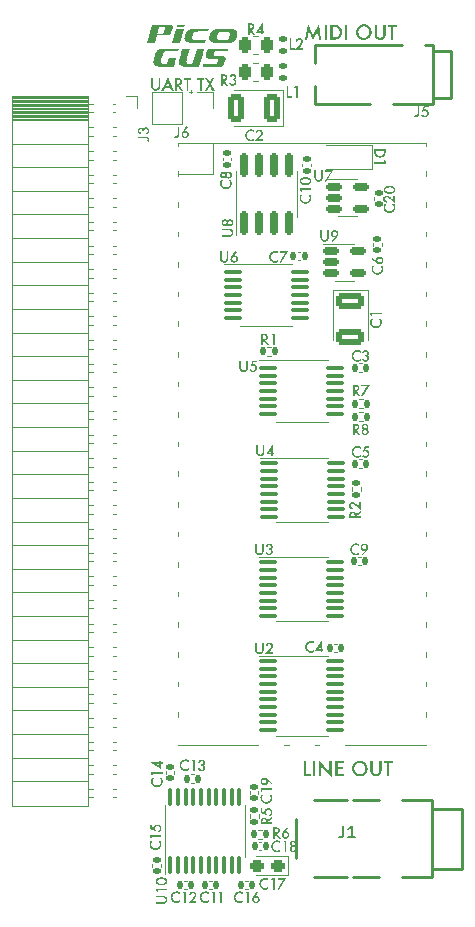
<source format=gbr>
%TF.GenerationSoftware,KiCad,Pcbnew,7.0.5-0*%
%TF.CreationDate,2023-06-15T10:43:23-05:00*%
%TF.ProjectId,PicoGUS,5069636f-4755-4532-9e6b-696361645f70,rev?*%
%TF.SameCoordinates,Original*%
%TF.FileFunction,Legend,Top*%
%TF.FilePolarity,Positive*%
%FSLAX46Y46*%
G04 Gerber Fmt 4.6, Leading zero omitted, Abs format (unit mm)*
G04 Created by KiCad (PCBNEW 7.0.5-0) date 2023-06-15 10:43:23*
%MOMM*%
%LPD*%
G01*
G04 APERTURE LIST*
G04 Aperture macros list*
%AMRoundRect*
0 Rectangle with rounded corners*
0 $1 Rounding radius*
0 $2 $3 $4 $5 $6 $7 $8 $9 X,Y pos of 4 corners*
0 Add a 4 corners polygon primitive as box body*
4,1,4,$2,$3,$4,$5,$6,$7,$8,$9,$2,$3,0*
0 Add four circle primitives for the rounded corners*
1,1,$1+$1,$2,$3*
1,1,$1+$1,$4,$5*
1,1,$1+$1,$6,$7*
1,1,$1+$1,$8,$9*
0 Add four rect primitives between the rounded corners*
20,1,$1+$1,$2,$3,$4,$5,0*
20,1,$1+$1,$4,$5,$6,$7,0*
20,1,$1+$1,$6,$7,$8,$9,0*
20,1,$1+$1,$8,$9,$2,$3,0*%
G04 Aperture macros list end*
%ADD10C,0.000000*%
%ADD11C,0.150000*%
%ADD12C,0.125000*%
%ADD13C,0.120000*%
%ADD14C,0.254000*%
%ADD15RoundRect,0.250000X0.312500X0.275000X-0.312500X0.275000X-0.312500X-0.275000X0.312500X-0.275000X0*%
%ADD16RoundRect,0.140000X-0.170000X0.140000X-0.170000X-0.140000X0.170000X-0.140000X0.170000X0.140000X0*%
%ADD17RoundRect,0.250000X-0.262500X-0.450000X0.262500X-0.450000X0.262500X0.450000X-0.262500X0.450000X0*%
%ADD18RoundRect,0.100000X-0.637500X-0.100000X0.637500X-0.100000X0.637500X0.100000X-0.637500X0.100000X0*%
%ADD19R,1.700000X1.700000*%
%ADD20O,1.700000X1.700000*%
%ADD21RoundRect,0.150000X0.150000X-0.825000X0.150000X0.825000X-0.150000X0.825000X-0.150000X-0.825000X0*%
%ADD22RoundRect,0.140000X-0.140000X-0.170000X0.140000X-0.170000X0.140000X0.170000X-0.140000X0.170000X0*%
%ADD23RoundRect,0.250000X0.412500X0.925000X-0.412500X0.925000X-0.412500X-0.925000X0.412500X-0.925000X0*%
%ADD24RoundRect,0.135000X-0.135000X-0.185000X0.135000X-0.185000X0.135000X0.185000X-0.135000X0.185000X0*%
%ADD25R,1.350000X1.350000*%
%ADD26O,1.350000X1.350000*%
%ADD27C,1.300000*%
%ADD28R,1.500000X2.650000*%
%ADD29R,2.470100X1.512000*%
%ADD30RoundRect,0.135000X0.185000X-0.135000X0.185000X0.135000X-0.185000X0.135000X-0.185000X-0.135000X0*%
%ADD31RoundRect,0.150000X-0.512500X-0.150000X0.512500X-0.150000X0.512500X0.150000X-0.512500X0.150000X0*%
%ADD32RoundRect,0.140000X0.140000X0.170000X-0.140000X0.170000X-0.140000X-0.170000X0.140000X-0.170000X0*%
%ADD33RoundRect,0.147500X0.172500X-0.147500X0.172500X0.147500X-0.172500X0.147500X-0.172500X-0.147500X0*%
%ADD34RoundRect,0.250000X-0.925000X0.412500X-0.925000X-0.412500X0.925000X-0.412500X0.925000X0.412500X0*%
%ADD35RoundRect,0.140000X0.170000X-0.140000X0.170000X0.140000X-0.170000X0.140000X-0.170000X-0.140000X0*%
%ADD36RoundRect,0.100000X0.100000X-0.637500X0.100000X0.637500X-0.100000X0.637500X-0.100000X-0.637500X0*%
%ADD37R,1.100000X1.100000*%
%ADD38C,1.200000*%
%ADD39R,1.500000X3.100000*%
%ADD40RoundRect,0.250000X0.262500X0.450000X-0.262500X0.450000X-0.262500X-0.450000X0.262500X-0.450000X0*%
G04 APERTURE END LIST*
D10*
G36*
X126263897Y-59549963D02*
G01*
X125460042Y-59549963D01*
X125378361Y-59550946D01*
X125307675Y-59553497D01*
X125246611Y-59558015D01*
X125219515Y-59561156D01*
X125194578Y-59564887D01*
X125171606Y-59569402D01*
X125150596Y-59574507D01*
X125131158Y-59580595D01*
X125113486Y-59587466D01*
X125097386Y-59595321D01*
X125082660Y-59604156D01*
X125069111Y-59613975D01*
X125056741Y-59624772D01*
X125045548Y-59636946D01*
X125035143Y-59650102D01*
X125025718Y-59664435D01*
X125016883Y-59680340D01*
X125008636Y-59697226D01*
X125000781Y-59715878D01*
X124986055Y-59757112D01*
X124971722Y-59804628D01*
X124956996Y-59858821D01*
X124922047Y-59988803D01*
X124916549Y-60011188D01*
X124912622Y-60032395D01*
X124910265Y-60052813D01*
X124909482Y-60072057D01*
X124910070Y-60090316D01*
X124912033Y-60107791D01*
X124915175Y-60124285D01*
X124919495Y-60139796D01*
X124924993Y-60154327D01*
X124931275Y-60168268D01*
X124938735Y-60181226D01*
X124946786Y-60193401D01*
X124955622Y-60204788D01*
X124965242Y-60215195D01*
X124975453Y-60225012D01*
X124986055Y-60234240D01*
X124997052Y-60242683D01*
X125008440Y-60250341D01*
X125020023Y-60257410D01*
X125031805Y-60263693D01*
X125055760Y-60274688D01*
X125079125Y-60283132D01*
X125101705Y-60289612D01*
X125122715Y-60294127D01*
X125141367Y-60296681D01*
X125157075Y-60297662D01*
X125421558Y-60297858D01*
X126057730Y-60297662D01*
X126007072Y-60509326D01*
X125855686Y-60507166D01*
X125524052Y-60506970D01*
X125043781Y-60509128D01*
X124978202Y-60509522D01*
X124909284Y-60508540D01*
X124838009Y-60505988D01*
X124765753Y-60500883D01*
X124693694Y-60492440D01*
X124658155Y-60486746D01*
X124623203Y-60480070D01*
X124589039Y-60472216D01*
X124555659Y-60463183D01*
X124523263Y-60452777D01*
X124492239Y-60440996D01*
X124462394Y-60427645D01*
X124434119Y-60412722D01*
X124407613Y-60396228D01*
X124382872Y-60377772D01*
X124360095Y-60357745D01*
X124339478Y-60335557D01*
X124321219Y-60311406D01*
X124305512Y-60285096D01*
X124292355Y-60256625D01*
X124281949Y-60225995D01*
X124274684Y-60192812D01*
X124270364Y-60157271D01*
X124269383Y-60119181D01*
X124271934Y-60078537D01*
X124278022Y-60035143D01*
X124287839Y-59988803D01*
X124333000Y-59817000D01*
X124349100Y-59762021D01*
X124368539Y-59709791D01*
X124390922Y-59660901D01*
X124417038Y-59614956D01*
X124446489Y-59572151D01*
X124479869Y-59532881D01*
X124498130Y-59514425D01*
X124517175Y-59496950D01*
X124537399Y-59480260D01*
X124558802Y-59464552D01*
X124581184Y-59449826D01*
X124604550Y-59435885D01*
X124629094Y-59423122D01*
X124654815Y-59411145D01*
X124681715Y-59400150D01*
X124709990Y-59390135D01*
X124739245Y-59381103D01*
X124769877Y-59373052D01*
X124834672Y-59360095D01*
X124904964Y-59351453D01*
X124980558Y-59347135D01*
X126322212Y-59347135D01*
X126263897Y-59549963D01*
G37*
G36*
X128114566Y-59344483D02*
G01*
X128185852Y-59347121D01*
X128258146Y-59352301D01*
X128330175Y-59360693D01*
X128365662Y-59366303D01*
X128400622Y-59372995D01*
X128434837Y-59380835D01*
X128468216Y-59389922D01*
X128500537Y-59400328D01*
X128531661Y-59412150D01*
X128561417Y-59425457D01*
X128589687Y-59440371D01*
X128616255Y-59456940D01*
X128641000Y-59475283D01*
X128663731Y-59495472D01*
X128684328Y-59517603D01*
X128702575Y-59541726D01*
X128718352Y-59567982D01*
X128731492Y-59596420D01*
X128741827Y-59627158D01*
X128749187Y-59660250D01*
X128753433Y-59695783D01*
X128754391Y-59733885D01*
X128751921Y-59774600D01*
X128745831Y-59818022D01*
X128735952Y-59864252D01*
X128690968Y-60036150D01*
X128674712Y-60091131D01*
X128655410Y-60143210D01*
X128632872Y-60192270D01*
X128606903Y-60238212D01*
X128577315Y-60280891D01*
X128543961Y-60320240D01*
X128525786Y-60338607D01*
X128506628Y-60356133D01*
X128486415Y-60372751D01*
X128465146Y-60388457D01*
X128442775Y-60403251D01*
X128419323Y-60417110D01*
X128394723Y-60430033D01*
X128368996Y-60442000D01*
X128342092Y-60453006D01*
X128313966Y-60463003D01*
X128284641Y-60472020D01*
X128254068Y-60480027D01*
X128189137Y-60492952D01*
X128118930Y-60501656D01*
X128043328Y-60506068D01*
X127962115Y-60506045D01*
X127513921Y-60506068D01*
X127513921Y-60506091D01*
X127322768Y-60506740D01*
X127194223Y-60507795D01*
X127137036Y-60509162D01*
X127071625Y-60509496D01*
X127002616Y-60508706D01*
X126931378Y-60506068D01*
X126859012Y-60500888D01*
X126787008Y-60492496D01*
X126751496Y-60486885D01*
X126716561Y-60480196D01*
X126682321Y-60472356D01*
X126648967Y-60463268D01*
X126616646Y-60452862D01*
X126585522Y-60441040D01*
X126555741Y-60427732D01*
X126527496Y-60412818D01*
X126500903Y-60396250D01*
X126476183Y-60377906D01*
X126453427Y-60357716D01*
X126432855Y-60335585D01*
X126414608Y-60311463D01*
X126398830Y-60285207D01*
X126385690Y-60256770D01*
X126375356Y-60226031D01*
X126367971Y-60192941D01*
X126363727Y-60157406D01*
X126362767Y-60119306D01*
X126365261Y-60078590D01*
X126366172Y-60072116D01*
X127002831Y-60072116D01*
X127003431Y-60090435D01*
X127005350Y-60107820D01*
X127008515Y-60124268D01*
X127012855Y-60139806D01*
X127018250Y-60154481D01*
X127024652Y-60168291D01*
X127031966Y-60181263D01*
X127040093Y-60193396D01*
X127048991Y-60204762D01*
X127058533Y-60215337D01*
X127068675Y-60225168D01*
X127079297Y-60234256D01*
X127090352Y-60242647D01*
X127101741Y-60250345D01*
X127113393Y-60257370D01*
X127125216Y-60263771D01*
X127149002Y-60274682D01*
X127172523Y-60283265D01*
X127195062Y-60289691D01*
X127215972Y-60294151D01*
X127234627Y-60296790D01*
X127250331Y-60297796D01*
X127495722Y-60303071D01*
X127514711Y-60303071D01*
X127514952Y-60302856D01*
X127547610Y-60303071D01*
X127563793Y-60303071D01*
X127645440Y-60302112D01*
X127716246Y-60299595D01*
X127777197Y-60295110D01*
X127804267Y-60291993D01*
X127829230Y-60288228D01*
X127852200Y-60283745D01*
X127873277Y-60278518D01*
X127892603Y-60272476D01*
X127910298Y-60265595D01*
X127926483Y-60257752D01*
X127941253Y-60248977D01*
X127954730Y-60239170D01*
X127967030Y-60228260D01*
X127978300Y-60216247D01*
X127988635Y-60203035D01*
X127998177Y-60188601D01*
X128007002Y-60172871D01*
X128015250Y-60155800D01*
X128023066Y-60137337D01*
X128037741Y-60096022D01*
X128052031Y-60048475D01*
X128066850Y-59994260D01*
X128101881Y-59864252D01*
X128107397Y-59841928D01*
X128111256Y-59820637D01*
X128113560Y-59800376D01*
X128114350Y-59781072D01*
X128113750Y-59762753D01*
X128111833Y-59745370D01*
X128108667Y-59728921D01*
X128104327Y-59713383D01*
X128098931Y-59698708D01*
X128092530Y-59684897D01*
X128085217Y-59671926D01*
X128077090Y-59659793D01*
X128068192Y-59648427D01*
X128058650Y-59637853D01*
X128048506Y-59628022D01*
X128037861Y-59618935D01*
X128026806Y-59610543D01*
X128015417Y-59602846D01*
X128003790Y-59595820D01*
X127991967Y-59589441D01*
X127968156Y-59578508D01*
X127944660Y-59569925D01*
X127922118Y-59563497D01*
X127901186Y-59559038D01*
X127882556Y-59556401D01*
X127866850Y-59555393D01*
X127602206Y-59555297D01*
X127576478Y-59555465D01*
X127576575Y-59555057D01*
X127552525Y-59555057D01*
X127470905Y-59555970D01*
X127400122Y-59558343D01*
X127339217Y-59562563D01*
X127312171Y-59565537D01*
X127287233Y-59569133D01*
X127264286Y-59573425D01*
X127243235Y-59578460D01*
X127223956Y-59584287D01*
X127206285Y-59590977D01*
X127190147Y-59598577D01*
X127175425Y-59607138D01*
X127161997Y-59616728D01*
X127149721Y-59627400D01*
X127138475Y-59639172D01*
X127128190Y-59652145D01*
X127118693Y-59666363D01*
X127109893Y-59681877D01*
X127101692Y-59698733D01*
X127093925Y-59717003D01*
X127079297Y-59757958D01*
X127065055Y-59805171D01*
X127050285Y-59859121D01*
X127015300Y-59988937D01*
X127009786Y-60011260D01*
X127005925Y-60032552D01*
X127003623Y-60052838D01*
X127002831Y-60072116D01*
X126366172Y-60072116D01*
X126371352Y-60035166D01*
X126381206Y-59988937D01*
X126426212Y-59817040D01*
X126442446Y-59762035D01*
X126461772Y-59709978D01*
X126484311Y-59660920D01*
X126510278Y-59614978D01*
X126539867Y-59572297D01*
X126573221Y-59532951D01*
X126591372Y-59514583D01*
X126610555Y-59497056D01*
X126630767Y-59480438D01*
X126652036Y-59464733D01*
X126674383Y-59449938D01*
X126697835Y-59436078D01*
X126722436Y-59423156D01*
X126748165Y-59411191D01*
X126775091Y-59400185D01*
X126803192Y-59390187D01*
X126832517Y-59381171D01*
X126863090Y-59373162D01*
X126928046Y-59360238D01*
X126998228Y-59351533D01*
X127073855Y-59347146D01*
X127625466Y-59347146D01*
X127625466Y-59347075D01*
X127807697Y-59346235D01*
X127927227Y-59345325D01*
X127966022Y-59344725D01*
X127980122Y-59344028D01*
X128045558Y-59343693D01*
X128114566Y-59344483D01*
G37*
G36*
X122894027Y-58968770D02*
G01*
X122956662Y-58971322D01*
X123013013Y-58976232D01*
X123063672Y-58983496D01*
X123108243Y-58993510D01*
X123147120Y-59006272D01*
X123164595Y-59013733D01*
X123180500Y-59021981D01*
X123195030Y-59030816D01*
X123208184Y-59040633D01*
X123219965Y-59051040D01*
X123230569Y-59062428D01*
X123239600Y-59074602D01*
X123247455Y-59087562D01*
X123254130Y-59101502D01*
X123259432Y-59116227D01*
X123263358Y-59131740D01*
X123266108Y-59148233D01*
X123267678Y-59165708D01*
X123267875Y-59184165D01*
X123264930Y-59223632D01*
X123257075Y-59267221D01*
X123159883Y-59622220D01*
X123154384Y-59644015D01*
X123147315Y-59664435D01*
X123139070Y-59683481D01*
X123129449Y-59701546D01*
X123118650Y-59718431D01*
X123106869Y-59734140D01*
X123093909Y-59748865D01*
X123079969Y-59762610D01*
X123065243Y-59775176D01*
X123049534Y-59786957D01*
X123032845Y-59797757D01*
X123015565Y-59807575D01*
X122997699Y-59816606D01*
X122979045Y-59824852D01*
X122960000Y-59832510D01*
X122940364Y-59839185D01*
X122920338Y-59845272D01*
X122899918Y-59850575D01*
X122858290Y-59859607D01*
X122815880Y-59866478D01*
X122773272Y-59871583D01*
X122730859Y-59874921D01*
X122689234Y-59877082D01*
X122610499Y-59878850D01*
X122611087Y-59880222D01*
X122035588Y-59880222D01*
X121985519Y-59742778D01*
X122298107Y-59743368D01*
X122331487Y-59741993D01*
X122347783Y-59741012D01*
X122363883Y-59739245D01*
X122379590Y-59736888D01*
X122394907Y-59733551D01*
X122410025Y-59729033D01*
X122417290Y-59726285D01*
X122424555Y-59723143D01*
X122431624Y-59719608D01*
X122438693Y-59715682D01*
X122445762Y-59711363D01*
X122452437Y-59706651D01*
X122459113Y-59701546D01*
X122465788Y-59695656D01*
X122472072Y-59689371D01*
X122478355Y-59682696D01*
X122484638Y-59675233D01*
X122490528Y-59667381D01*
X122496419Y-59658741D01*
X122502113Y-59649513D01*
X122507807Y-59639500D01*
X122513108Y-59628896D01*
X122518409Y-59617703D01*
X122523515Y-59605727D01*
X122607945Y-59314737D01*
X122614620Y-59294906D01*
X122617370Y-59285677D01*
X122619727Y-59276841D01*
X122621494Y-59268400D01*
X122622672Y-59260350D01*
X122623457Y-59252691D01*
X122623653Y-59245622D01*
X122623262Y-59238553D01*
X122622475Y-59232075D01*
X122620905Y-59225987D01*
X122618940Y-59220293D01*
X122616193Y-59214796D01*
X122612853Y-59209690D01*
X122608730Y-59204977D01*
X122604019Y-59200658D01*
X122598520Y-59196535D01*
X122592434Y-59192803D01*
X122585562Y-59189466D01*
X122577903Y-59186326D01*
X122569264Y-59183576D01*
X122560037Y-59181025D01*
X122550022Y-59178863D01*
X122539027Y-59176901D01*
X122527245Y-59175328D01*
X122514483Y-59173956D01*
X122500934Y-59172972D01*
X122486405Y-59172188D01*
X122454400Y-59171402D01*
X122418469Y-59171600D01*
X122116090Y-59172188D01*
X121754808Y-60508147D01*
X121118440Y-60508147D01*
X121535682Y-58970341D01*
X122749907Y-58970341D01*
X122825108Y-58968575D01*
X122894027Y-58968770D01*
G37*
G36*
X123875357Y-60506775D02*
G01*
X123241149Y-60506775D01*
X123557270Y-59346350D01*
X124192459Y-59346350D01*
X123875357Y-60506775D01*
G37*
G36*
X127984605Y-60996411D02*
G01*
X127924327Y-61200616D01*
X127025243Y-61201009D01*
X127007572Y-61201009D01*
X126990686Y-61201598D01*
X126974977Y-61202381D01*
X126960055Y-61203365D01*
X126945918Y-61204935D01*
X126932566Y-61206703D01*
X126920197Y-61208666D01*
X126908611Y-61211023D01*
X126897812Y-61213771D01*
X126887602Y-61216716D01*
X126878178Y-61219856D01*
X126869342Y-61223196D01*
X126861093Y-61226925D01*
X126853635Y-61230656D01*
X126846761Y-61234780D01*
X126840283Y-61239099D01*
X126834392Y-61243616D01*
X126828893Y-61248329D01*
X126823985Y-61253236D01*
X126819468Y-61258146D01*
X126815347Y-61263250D01*
X126811615Y-61268553D01*
X126808278Y-61274049D01*
X126805136Y-61279548D01*
X126802386Y-61285243D01*
X126799836Y-61290935D01*
X126795318Y-61302716D01*
X126791392Y-61314694D01*
X126788053Y-61326868D01*
X126744071Y-61484536D01*
X126740930Y-61496906D01*
X126738573Y-61508884D01*
X126736610Y-61520075D01*
X126735430Y-61530679D01*
X126734646Y-61540888D01*
X126734646Y-61550313D01*
X126735235Y-61559346D01*
X126736218Y-61567985D01*
X126737786Y-61575838D01*
X126739947Y-61583496D01*
X126742697Y-61590565D01*
X126746033Y-61597044D01*
X126749766Y-61603131D01*
X126754085Y-61609023D01*
X126758993Y-61614323D01*
X126764296Y-61619231D01*
X126770186Y-61623748D01*
X126776468Y-61627871D01*
X126783341Y-61631603D01*
X126790802Y-61635136D01*
X126798460Y-61638278D01*
X126806705Y-61641223D01*
X126824573Y-61645935D01*
X126844210Y-61649666D01*
X126865611Y-61652611D01*
X126888781Y-61654574D01*
X126913323Y-61655949D01*
X126995791Y-61654771D01*
X127177021Y-61654968D01*
X127440128Y-61655949D01*
X127461136Y-61655163D01*
X127481558Y-61655360D01*
X127501390Y-61655949D01*
X127520435Y-61657519D01*
X127539087Y-61659680D01*
X127556958Y-61662429D01*
X127574431Y-61665963D01*
X127590927Y-61670281D01*
X127606828Y-61675191D01*
X127622143Y-61680690D01*
X127636478Y-61687169D01*
X127650223Y-61694238D01*
X127663183Y-61701894D01*
X127675158Y-61710338D01*
X127686547Y-61719566D01*
X127696955Y-61729384D01*
X127706573Y-61739986D01*
X127715410Y-61751374D01*
X127723067Y-61763353D01*
X127730136Y-61776115D01*
X127736027Y-61789466D01*
X127740936Y-61803604D01*
X127745061Y-61818525D01*
X127748006Y-61834038D01*
X127749967Y-61850530D01*
X127750950Y-61867418D01*
X127750950Y-61885285D01*
X127749772Y-61903741D01*
X127747416Y-61922984D01*
X127744077Y-61942815D01*
X127739562Y-61963629D01*
X127733866Y-61985030D01*
X127654542Y-62274253D01*
X127648652Y-62292710D01*
X127641781Y-62310185D01*
X127634122Y-62327071D01*
X127625680Y-62342974D01*
X127616450Y-62358290D01*
X127606437Y-62372821D01*
X127595637Y-62386565D01*
X127584252Y-62399524D01*
X127572272Y-62411894D01*
X127559706Y-62423674D01*
X127546552Y-62434671D01*
X127532806Y-62445078D01*
X127503943Y-62463925D01*
X127473703Y-62480223D01*
X127442091Y-62494360D01*
X127409302Y-62506141D01*
X127376118Y-62515959D01*
X127342542Y-62523811D01*
X127308772Y-62529704D01*
X127275391Y-62534023D01*
X127242602Y-62536575D01*
X127210597Y-62537754D01*
X125814947Y-62537754D01*
X125868943Y-62326874D01*
X126808473Y-62327660D01*
X126830072Y-62326679D01*
X126850691Y-62324715D01*
X126870127Y-62321573D01*
X126879552Y-62319610D01*
X126888585Y-62317449D01*
X126897421Y-62314898D01*
X126906060Y-62312148D01*
X126914502Y-62309006D01*
X126922553Y-62305473D01*
X126930603Y-62301741D01*
X126938261Y-62297618D01*
X126945721Y-62293299D01*
X126953183Y-62288586D01*
X126960253Y-62283481D01*
X126967123Y-62277984D01*
X126973996Y-62272093D01*
X126980475Y-62265810D01*
X126986955Y-62259330D01*
X126993042Y-62252261D01*
X126999128Y-62244996D01*
X127005018Y-62237143D01*
X127010910Y-62228896D01*
X127016406Y-62220454D01*
X127027205Y-62201996D01*
X127037612Y-62181773D01*
X127047431Y-62159780D01*
X127086503Y-62021748D01*
X127092786Y-62002703D01*
X127095142Y-61993474D01*
X127097106Y-61984441D01*
X127098678Y-61975605D01*
X127099856Y-61966966D01*
X127100446Y-61958524D01*
X127100446Y-61950473D01*
X127100248Y-61942423D01*
X127099267Y-61934961D01*
X127098090Y-61927500D01*
X127096125Y-61920431D01*
X127093768Y-61913560D01*
X127091021Y-61907080D01*
X127087681Y-61900993D01*
X127083755Y-61895103D01*
X127079240Y-61889604D01*
X127074331Y-61884304D01*
X127068835Y-61879394D01*
X127062746Y-61874879D01*
X127056071Y-61870755D01*
X127048803Y-61867024D01*
X127041147Y-61863686D01*
X127032703Y-61860544D01*
X127023868Y-61857993D01*
X127014248Y-61855831D01*
X127004235Y-61854065D01*
X126993435Y-61852691D01*
X126982242Y-61851710D01*
X126970265Y-61851316D01*
X126957698Y-61851316D01*
X126944542Y-61851905D01*
X126729541Y-61852691D01*
X126582083Y-61852494D01*
X126515521Y-61851710D01*
X126369240Y-61851905D01*
X126327025Y-61849746D01*
X126285006Y-61844838D01*
X126264391Y-61841303D01*
X126243968Y-61836786D01*
X126224336Y-61831093D01*
X126205290Y-61824221D01*
X126187225Y-61815974D01*
X126170142Y-61806549D01*
X126154041Y-61795356D01*
X126139316Y-61782791D01*
X126125965Y-61768261D01*
X126114185Y-61752160D01*
X126103973Y-61733900D01*
X126095727Y-61713675D01*
X126089442Y-61691488D01*
X126085123Y-61666748D01*
X126083160Y-61639849D01*
X126083552Y-61610396D01*
X126086498Y-61578391D01*
X126091996Y-61543638D01*
X126100437Y-61506135D01*
X126111630Y-61465686D01*
X126180156Y-61203954D01*
X126189972Y-61183140D01*
X126200773Y-61163898D01*
X126212358Y-61145834D01*
X126224727Y-61129144D01*
X126237883Y-61113829D01*
X126251823Y-61099693D01*
X126266548Y-61086536D01*
X126282061Y-61074755D01*
X126298555Y-61063956D01*
X126315833Y-61054140D01*
X126352550Y-61037449D01*
X126392803Y-61024294D01*
X126436392Y-61014084D01*
X126483321Y-61006623D01*
X126533585Y-61001518D01*
X126587187Y-60998179D01*
X126644325Y-60996411D01*
X126907827Y-60996216D01*
X127984605Y-60996411D01*
G37*
G36*
X124685940Y-60997981D02*
G01*
X124725407Y-60997981D01*
X124515115Y-61770421D01*
X124515313Y-61770421D01*
X124447375Y-62017231D01*
X124441878Y-62039615D01*
X124438147Y-62060821D01*
X124435790Y-62081044D01*
X124435007Y-62100484D01*
X124435595Y-62118744D01*
X124437558Y-62136219D01*
X124440700Y-62152516D01*
X124445019Y-62168224D01*
X124450518Y-62182754D01*
X124456800Y-62196694D01*
X124464065Y-62209654D01*
X124472313Y-62221631D01*
X124481147Y-62233019D01*
X124490769Y-62243623D01*
X124500783Y-62253440D01*
X124511582Y-62262668D01*
X124522578Y-62270915D01*
X124533965Y-62278573D01*
X124545550Y-62285641D01*
X124557332Y-62292121D01*
X124581089Y-62302919D01*
X124604652Y-62311559D01*
X124627232Y-62318038D01*
X124648045Y-62322555D01*
X124666699Y-62325106D01*
X124682407Y-62326090D01*
X124947083Y-62326285D01*
X125072355Y-61882536D01*
X125312881Y-60999554D01*
X125948267Y-60999554D01*
X125737781Y-61770421D01*
X125739941Y-61770421D01*
X125532400Y-62537754D01*
X125531616Y-62537556D01*
X125528866Y-62537360D01*
X125518852Y-62536968D01*
X125502553Y-62536575D01*
X125480955Y-62536379D01*
X124894265Y-62536379D01*
X124894463Y-62535594D01*
X124664343Y-62536379D01*
X124594440Y-62536968D01*
X124569113Y-62537556D01*
X124503728Y-62537754D01*
X124434809Y-62536968D01*
X124363534Y-62534415D01*
X124291082Y-62529113D01*
X124219219Y-62520868D01*
X124183678Y-62515174D01*
X124148728Y-62508498D01*
X124114564Y-62500643D01*
X124081184Y-62491611D01*
X124048788Y-62481205D01*
X124017764Y-62469424D01*
X123987919Y-62456073D01*
X123959644Y-62441149D01*
X123933137Y-62424460D01*
X123908397Y-62406199D01*
X123885620Y-62385975D01*
X123865005Y-62363985D01*
X123846744Y-62339834D01*
X123831037Y-62313523D01*
X123817880Y-62285053D01*
X123807474Y-62254421D01*
X123800209Y-62221238D01*
X123795889Y-62185699D01*
X123794908Y-62147609D01*
X123797459Y-62106963D01*
X123803547Y-62063374D01*
X123813364Y-62017231D01*
X123957093Y-61467848D01*
X123960038Y-61457244D01*
X123962982Y-61446641D01*
X123966124Y-61436235D01*
X123969265Y-61425828D01*
X123972407Y-61415618D01*
X123975943Y-61405604D01*
X123979475Y-61395590D01*
X123983009Y-61385575D01*
X124088057Y-60999554D01*
X124567738Y-60999554D01*
X124596208Y-60998375D01*
X124625269Y-60997590D01*
X124655309Y-60997590D01*
X124685940Y-60997981D01*
G37*
G36*
X123729719Y-61202775D02*
G01*
X122925865Y-61202775D01*
X122844184Y-61204738D01*
X122772713Y-61210040D01*
X122710668Y-61219661D01*
X122682784Y-61226141D01*
X122656868Y-61233994D01*
X122632913Y-61243223D01*
X122610528Y-61253825D01*
X122589715Y-61265999D01*
X122570474Y-61279941D01*
X122552409Y-61295453D01*
X122535524Y-61312535D01*
X122519815Y-61331778D01*
X122504893Y-61352786D01*
X122477405Y-61401088D01*
X122452270Y-61458029D01*
X122428120Y-61524199D01*
X122404165Y-61600579D01*
X122289105Y-62018999D01*
X122283608Y-62041381D01*
X122279682Y-62062588D01*
X122277324Y-62083009D01*
X122276539Y-62102250D01*
X122277128Y-62120511D01*
X122279093Y-62137986D01*
X122282233Y-62154284D01*
X122286553Y-62169991D01*
X122292050Y-62184521D01*
X122298334Y-62198461D01*
X122305795Y-62211421D01*
X122313845Y-62223594D01*
X122322682Y-62234786D01*
X122332302Y-62245390D01*
X122342513Y-62255206D01*
X122353115Y-62264435D01*
X122364112Y-62272681D01*
X122375499Y-62280536D01*
X122387084Y-62287409D01*
X122398864Y-62293888D01*
X122422819Y-62304686D01*
X122446184Y-62313325D01*
X122468765Y-62319805D01*
X122489775Y-62324323D01*
X122508427Y-62326874D01*
X122524134Y-62327856D01*
X122788618Y-62328053D01*
X122945697Y-61772188D01*
X123581672Y-61771991D01*
X123374132Y-62539521D01*
X123222745Y-62537360D01*
X122890915Y-62536968D01*
X122410843Y-62539324D01*
X122345262Y-62539521D01*
X122276343Y-62538735D01*
X122205069Y-62536184D01*
X122132812Y-62531078D01*
X122060750Y-62522635D01*
X122025213Y-62516940D01*
X121990263Y-62510265D01*
X121956097Y-62502410D01*
X121922718Y-62493379D01*
X121890320Y-62482973D01*
X121859297Y-62471191D01*
X121829452Y-62457840D01*
X121801177Y-62442916D01*
X121774670Y-62426424D01*
X121749930Y-62407966D01*
X121727155Y-62387743D01*
X121706538Y-62365753D01*
X121688277Y-62341600D01*
X121672569Y-62315290D01*
X121659413Y-62286819D01*
X121649007Y-62256188D01*
X121641743Y-62223005D01*
X121637422Y-62187466D01*
X121636440Y-62149374D01*
X121638993Y-62108730D01*
X121645080Y-62065338D01*
X121654897Y-62018999D01*
X121798822Y-61469810D01*
X121814922Y-61414636D01*
X121834362Y-61362604D01*
X121856940Y-61313516D01*
X121882859Y-61267571D01*
X121912312Y-61224963D01*
X121945690Y-61185693D01*
X121963950Y-61167236D01*
X121982997Y-61149760D01*
X122003220Y-61133071D01*
X122024624Y-61117363D01*
X122047007Y-61102636D01*
X122070372Y-61088696D01*
X122094915Y-61075736D01*
X122120638Y-61063760D01*
X122147538Y-61052765D01*
X122175813Y-61042946D01*
X122205069Y-61033915D01*
X122235699Y-61025865D01*
X122300494Y-61012905D01*
X122370788Y-61004266D01*
X122446382Y-60999750D01*
X123788037Y-60999750D01*
X123729719Y-61202775D01*
G37*
G36*
X124239388Y-59174347D02*
G01*
X123604002Y-59174347D01*
X123659764Y-58970145D01*
X124295150Y-58970145D01*
X124239388Y-59174347D01*
G37*
D11*
G36*
X134577813Y-121329466D02*
G01*
X134577813Y-122417421D01*
X134951798Y-122417421D01*
X134951798Y-122605000D01*
X134389062Y-122605000D01*
X134389062Y-121329466D01*
X134577813Y-121329466D01*
G37*
G36*
X135322265Y-121329466D02*
G01*
X135322265Y-122605000D01*
X135133515Y-122605000D01*
X135133515Y-121329466D01*
X135322265Y-121329466D01*
G37*
G36*
X135628253Y-122605000D02*
G01*
X135628253Y-121243004D01*
X136547387Y-122215774D01*
X136547387Y-121329466D01*
X136736138Y-121329466D01*
X136736138Y-122682376D01*
X135817004Y-121711950D01*
X135817004Y-122605000D01*
X135628253Y-122605000D01*
G37*
G36*
X137749062Y-121517044D02*
G01*
X137234394Y-121517044D01*
X137234394Y-121817170D01*
X137730304Y-121817170D01*
X137730304Y-122004748D01*
X137234394Y-122004748D01*
X137234394Y-122417421D01*
X137749062Y-122417421D01*
X137749062Y-122605000D01*
X137045643Y-122605000D01*
X137045643Y-121329466D01*
X137749062Y-121329466D01*
X137749062Y-121517044D01*
G37*
G36*
X139134229Y-121292142D02*
G01*
X139150802Y-121292717D01*
X139167225Y-121293676D01*
X139183497Y-121295018D01*
X139199620Y-121296744D01*
X139215593Y-121298854D01*
X139231416Y-121301347D01*
X139247089Y-121304223D01*
X139262612Y-121307483D01*
X139277985Y-121311127D01*
X139293208Y-121315154D01*
X139308281Y-121319565D01*
X139323204Y-121324359D01*
X139337977Y-121329537D01*
X139352600Y-121335098D01*
X139367073Y-121341043D01*
X139381397Y-121347371D01*
X139395570Y-121354083D01*
X139409593Y-121361178D01*
X139423466Y-121368657D01*
X139437189Y-121376520D01*
X139450763Y-121384766D01*
X139464186Y-121393396D01*
X139477459Y-121402409D01*
X139490582Y-121411805D01*
X139503556Y-121421586D01*
X139516379Y-121431749D01*
X139529052Y-121442297D01*
X139541576Y-121453228D01*
X139553949Y-121464542D01*
X139566172Y-121476240D01*
X139578246Y-121488321D01*
X139590129Y-121500671D01*
X139601635Y-121513176D01*
X139612763Y-121525834D01*
X139623515Y-121538646D01*
X139633889Y-121551612D01*
X139643886Y-121564732D01*
X139653505Y-121578006D01*
X139662748Y-121591434D01*
X139671613Y-121605017D01*
X139680101Y-121618753D01*
X139688212Y-121632643D01*
X139695945Y-121646687D01*
X139703301Y-121660885D01*
X139710280Y-121675237D01*
X139716882Y-121689743D01*
X139723106Y-121704403D01*
X139728954Y-121719217D01*
X139734423Y-121734185D01*
X139739516Y-121749307D01*
X139744232Y-121764583D01*
X139748570Y-121780013D01*
X139752531Y-121795597D01*
X139756115Y-121811335D01*
X139759321Y-121827226D01*
X139762151Y-121843272D01*
X139764603Y-121859472D01*
X139766678Y-121875826D01*
X139768375Y-121892334D01*
X139769695Y-121908996D01*
X139770639Y-121925812D01*
X139771204Y-121942781D01*
X139771393Y-121959905D01*
X139771204Y-121977134D01*
X139770635Y-121994198D01*
X139769688Y-122011098D01*
X139768361Y-122027834D01*
X139766656Y-122044405D01*
X139764572Y-122060812D01*
X139762109Y-122077055D01*
X139759266Y-122093134D01*
X139756045Y-122109048D01*
X139752445Y-122124798D01*
X139748466Y-122140383D01*
X139744108Y-122155805D01*
X139739371Y-122171062D01*
X139734255Y-122186155D01*
X139728760Y-122201083D01*
X139722886Y-122215847D01*
X139716634Y-122230447D01*
X139710002Y-122244883D01*
X139702991Y-122259154D01*
X139695601Y-122273261D01*
X139687833Y-122287204D01*
X139679685Y-122300982D01*
X139671159Y-122314597D01*
X139662253Y-122328046D01*
X139652969Y-122341332D01*
X139643305Y-122354453D01*
X139633263Y-122367410D01*
X139622842Y-122380203D01*
X139612041Y-122392831D01*
X139600862Y-122405295D01*
X139589304Y-122417595D01*
X139577367Y-122429731D01*
X139565143Y-122441668D01*
X139552761Y-122453226D01*
X139540221Y-122464405D01*
X139527523Y-122475206D01*
X139514667Y-122485627D01*
X139501653Y-122495670D01*
X139488481Y-122505333D01*
X139475151Y-122514617D01*
X139461663Y-122523523D01*
X139448017Y-122532050D01*
X139434213Y-122540197D01*
X139420251Y-122547966D01*
X139406131Y-122555355D01*
X139391853Y-122562366D01*
X139377418Y-122568998D01*
X139362824Y-122575251D01*
X139348072Y-122581125D01*
X139333162Y-122586619D01*
X139318094Y-122591735D01*
X139302868Y-122596472D01*
X139287484Y-122600830D01*
X139271942Y-122604809D01*
X139256243Y-122608410D01*
X139240385Y-122611631D01*
X139224369Y-122614473D01*
X139208195Y-122616936D01*
X139191863Y-122619020D01*
X139175373Y-122620726D01*
X139158726Y-122622052D01*
X139141920Y-122622999D01*
X139124956Y-122623568D01*
X139107834Y-122623757D01*
X139092660Y-122623589D01*
X139077584Y-122623085D01*
X139062605Y-122622245D01*
X139047723Y-122621069D01*
X139032938Y-122619557D01*
X139018251Y-122617709D01*
X139003661Y-122615525D01*
X138989169Y-122613005D01*
X138974773Y-122610148D01*
X138960476Y-122606956D01*
X138946275Y-122603428D01*
X138932172Y-122599564D01*
X138918166Y-122595363D01*
X138904257Y-122590827D01*
X138890446Y-122585955D01*
X138876732Y-122580746D01*
X138863115Y-122575202D01*
X138849595Y-122569321D01*
X138836173Y-122563105D01*
X138822849Y-122556552D01*
X138809621Y-122549664D01*
X138796491Y-122542439D01*
X138783458Y-122534879D01*
X138770523Y-122526982D01*
X138757684Y-122518750D01*
X138744943Y-122510181D01*
X138732300Y-122501276D01*
X138719754Y-122492036D01*
X138707305Y-122482459D01*
X138694953Y-122472546D01*
X138682699Y-122462297D01*
X138670542Y-122451713D01*
X138657414Y-122439673D01*
X138644704Y-122427403D01*
X138632410Y-122414904D01*
X138620533Y-122402176D01*
X138609073Y-122389218D01*
X138598029Y-122376030D01*
X138587402Y-122362613D01*
X138577192Y-122348966D01*
X138567399Y-122335089D01*
X138558022Y-122320984D01*
X138549062Y-122306648D01*
X138540519Y-122292083D01*
X138532393Y-122277289D01*
X138524683Y-122262265D01*
X138517390Y-122247011D01*
X138510514Y-122231528D01*
X138504054Y-122215815D01*
X138498012Y-122199873D01*
X138492386Y-122183701D01*
X138487176Y-122167300D01*
X138482384Y-122150669D01*
X138478008Y-122133808D01*
X138474049Y-122116718D01*
X138470507Y-122099398D01*
X138467381Y-122081849D01*
X138464672Y-122064071D01*
X138462380Y-122046062D01*
X138460505Y-122027825D01*
X138459046Y-122009357D01*
X138458005Y-121990660D01*
X138457380Y-121971734D01*
X138457193Y-121954630D01*
X138645922Y-121954630D01*
X138646059Y-121967691D01*
X138646472Y-121980607D01*
X138647159Y-121993378D01*
X138648120Y-122006003D01*
X138649357Y-122018483D01*
X138650868Y-122030817D01*
X138652654Y-122043006D01*
X138654715Y-122055050D01*
X138657050Y-122066948D01*
X138659661Y-122078701D01*
X138662546Y-122090309D01*
X138665706Y-122101771D01*
X138669140Y-122113087D01*
X138672850Y-122124259D01*
X138681093Y-122146165D01*
X138690435Y-122167490D01*
X138700877Y-122188233D01*
X138712417Y-122208394D01*
X138725057Y-122227974D01*
X138738795Y-122246972D01*
X138746077Y-122256253D01*
X138753633Y-122265389D01*
X138761464Y-122274379D01*
X138769570Y-122283224D01*
X138777951Y-122291923D01*
X138786606Y-122300478D01*
X138795404Y-122308826D01*
X138804288Y-122316910D01*
X138813255Y-122324729D01*
X138822308Y-122332283D01*
X138840668Y-122346595D01*
X138859366Y-122359847D01*
X138878403Y-122372039D01*
X138897779Y-122383171D01*
X138917494Y-122393242D01*
X138937548Y-122402254D01*
X138957941Y-122410205D01*
X138978672Y-122417096D01*
X138999743Y-122422927D01*
X139021152Y-122427698D01*
X139042901Y-122431408D01*
X139064988Y-122434059D01*
X139087414Y-122435649D01*
X139110179Y-122436179D01*
X139122556Y-122436044D01*
X139134811Y-122435640D01*
X139146944Y-122434966D01*
X139158956Y-122434022D01*
X139170845Y-122432809D01*
X139182612Y-122431326D01*
X139194258Y-122429573D01*
X139217183Y-122425259D01*
X139239621Y-122419867D01*
X139261571Y-122413396D01*
X139283033Y-122405846D01*
X139304007Y-122397219D01*
X139324494Y-122387512D01*
X139344493Y-122376727D01*
X139364004Y-122364864D01*
X139383027Y-122351922D01*
X139401563Y-122337902D01*
X139410648Y-122330487D01*
X139419611Y-122322803D01*
X139428452Y-122314849D01*
X139437171Y-122306626D01*
X139445769Y-122298133D01*
X139454189Y-122289336D01*
X139462343Y-122280420D01*
X139470229Y-122271386D01*
X139477848Y-122262234D01*
X139485200Y-122252963D01*
X139492284Y-122243573D01*
X139505651Y-122224439D01*
X139517948Y-122204830D01*
X139529176Y-122184748D01*
X139539335Y-122164191D01*
X139548424Y-122143161D01*
X139556444Y-122121656D01*
X139563394Y-122099678D01*
X139569276Y-122077225D01*
X139574088Y-122054299D01*
X139576093Y-122042658D01*
X139577830Y-122030899D01*
X139579301Y-122019021D01*
X139580504Y-122007024D01*
X139581439Y-121994909D01*
X139582108Y-121982676D01*
X139582509Y-121970324D01*
X139582642Y-121957854D01*
X139582510Y-121945241D01*
X139582114Y-121932757D01*
X139581455Y-121920399D01*
X139580531Y-121908170D01*
X139579343Y-121896068D01*
X139577892Y-121884094D01*
X139576177Y-121872248D01*
X139574198Y-121860529D01*
X139571954Y-121848938D01*
X139569447Y-121837474D01*
X139563642Y-121814930D01*
X139556780Y-121792897D01*
X139548863Y-121771374D01*
X139539891Y-121750362D01*
X139529863Y-121729861D01*
X139518779Y-121709870D01*
X139506640Y-121690389D01*
X139493445Y-121671420D01*
X139479195Y-121652961D01*
X139471674Y-121643923D01*
X139463889Y-121635012D01*
X139455840Y-121626230D01*
X139447527Y-121617575D01*
X139439075Y-121609081D01*
X139430498Y-121600858D01*
X139421796Y-121592904D01*
X139404018Y-121577805D01*
X139385741Y-121563785D01*
X139366965Y-121550843D01*
X139347690Y-121538980D01*
X139327915Y-121528195D01*
X139307642Y-121518489D01*
X139286869Y-121509861D01*
X139265597Y-121502311D01*
X139243826Y-121495841D01*
X139221555Y-121490448D01*
X139198786Y-121486134D01*
X139175517Y-121482899D01*
X139163696Y-121481685D01*
X139151749Y-121480742D01*
X139139678Y-121480068D01*
X139127482Y-121479663D01*
X139115161Y-121479528D01*
X139102875Y-121479663D01*
X139090710Y-121480068D01*
X139078666Y-121480742D01*
X139066742Y-121481685D01*
X139054939Y-121482899D01*
X139043257Y-121484382D01*
X139020255Y-121488156D01*
X138997736Y-121493010D01*
X138975700Y-121498941D01*
X138954148Y-121505951D01*
X138933078Y-121514040D01*
X138912492Y-121523207D01*
X138892389Y-121533453D01*
X138872769Y-121544777D01*
X138853632Y-121557179D01*
X138834979Y-121570660D01*
X138816808Y-121585220D01*
X138807904Y-121592904D01*
X138799121Y-121600858D01*
X138790458Y-121609081D01*
X138781916Y-121617575D01*
X138773550Y-121626173D01*
X138765448Y-121634897D01*
X138757613Y-121643745D01*
X138750043Y-121652718D01*
X138735700Y-121671039D01*
X138722419Y-121689858D01*
X138710201Y-121709177D01*
X138699045Y-121728995D01*
X138688952Y-121749312D01*
X138679921Y-121770129D01*
X138671952Y-121791444D01*
X138665046Y-121813259D01*
X138659203Y-121835573D01*
X138654422Y-121858386D01*
X138652430Y-121869979D01*
X138650703Y-121881698D01*
X138649242Y-121893541D01*
X138648047Y-121905509D01*
X138647117Y-121917602D01*
X138646453Y-121929820D01*
X138646055Y-121942162D01*
X138645922Y-121954630D01*
X138457193Y-121954630D01*
X138457171Y-121952578D01*
X138457361Y-121935708D01*
X138457931Y-121918988D01*
X138458882Y-121902417D01*
X138460212Y-121885996D01*
X138461922Y-121869724D01*
X138464013Y-121853601D01*
X138466484Y-121837628D01*
X138469334Y-121821804D01*
X138472565Y-121806130D01*
X138476176Y-121790605D01*
X138480167Y-121775229D01*
X138484539Y-121760003D01*
X138489290Y-121744926D01*
X138494421Y-121729999D01*
X138499933Y-121715221D01*
X138505824Y-121700593D01*
X138512096Y-121686114D01*
X138518748Y-121671784D01*
X138525780Y-121657604D01*
X138533192Y-121643573D01*
X138540984Y-121629691D01*
X138549156Y-121615959D01*
X138557708Y-121602376D01*
X138566641Y-121588943D01*
X138575953Y-121575659D01*
X138585646Y-121562525D01*
X138595719Y-121549540D01*
X138606172Y-121536704D01*
X138617004Y-121524018D01*
X138628217Y-121511481D01*
X138639811Y-121499094D01*
X138651784Y-121486856D01*
X138663969Y-121474864D01*
X138676306Y-121463254D01*
X138688797Y-121452024D01*
X138701440Y-121441175D01*
X138714236Y-121430706D01*
X138727185Y-121420618D01*
X138740287Y-121410911D01*
X138753542Y-121401584D01*
X138766949Y-121392639D01*
X138780509Y-121384073D01*
X138794223Y-121375889D01*
X138808089Y-121368085D01*
X138822107Y-121360662D01*
X138836279Y-121353619D01*
X138850604Y-121346958D01*
X138865081Y-121340676D01*
X138879711Y-121334776D01*
X138894494Y-121329256D01*
X138909430Y-121324117D01*
X138924519Y-121319359D01*
X138939761Y-121314981D01*
X138955155Y-121310984D01*
X138970703Y-121307367D01*
X138986403Y-121304132D01*
X139002256Y-121301277D01*
X139018261Y-121298802D01*
X139034420Y-121296708D01*
X139050732Y-121294995D01*
X139067196Y-121293663D01*
X139083813Y-121292711D01*
X139100583Y-121292140D01*
X139117506Y-121291950D01*
X139134229Y-121292142D01*
G37*
G36*
X140202824Y-121329466D02*
G01*
X140202824Y-122089452D01*
X140203034Y-122109443D01*
X140203666Y-122128749D01*
X140204720Y-122147370D01*
X140206194Y-122165307D01*
X140208090Y-122182560D01*
X140210407Y-122199127D01*
X140213146Y-122215010D01*
X140216306Y-122230209D01*
X140219887Y-122244723D01*
X140223890Y-122258552D01*
X140228313Y-122271696D01*
X140233159Y-122284156D01*
X140238425Y-122295931D01*
X140244113Y-122307022D01*
X140250222Y-122317428D01*
X140256752Y-122327149D01*
X140267011Y-122340352D01*
X140277782Y-122352703D01*
X140289066Y-122364202D01*
X140300863Y-122374849D01*
X140313173Y-122384645D01*
X140325995Y-122393589D01*
X140339331Y-122401681D01*
X140353180Y-122408921D01*
X140367541Y-122415310D01*
X140382415Y-122420846D01*
X140397803Y-122425531D01*
X140413703Y-122429364D01*
X140430116Y-122432346D01*
X140447042Y-122434475D01*
X140464481Y-122435753D01*
X140482433Y-122436179D01*
X140500492Y-122435753D01*
X140518034Y-122434475D01*
X140535059Y-122432346D01*
X140551566Y-122429364D01*
X140567555Y-122425531D01*
X140583027Y-122420846D01*
X140597982Y-122415310D01*
X140612419Y-122408921D01*
X140626338Y-122401681D01*
X140639741Y-122393589D01*
X140652625Y-122384645D01*
X140664992Y-122374849D01*
X140676842Y-122364202D01*
X140688174Y-122352703D01*
X140698988Y-122340352D01*
X140709286Y-122327149D01*
X140718923Y-122312709D01*
X140724822Y-122302180D01*
X140730299Y-122290931D01*
X140735355Y-122278960D01*
X140739989Y-122266267D01*
X140744202Y-122252854D01*
X140747994Y-122238719D01*
X140751365Y-122223863D01*
X140754314Y-122208286D01*
X140756842Y-122191987D01*
X140758949Y-122174967D01*
X140760634Y-122157226D01*
X140761898Y-122138763D01*
X140762740Y-122119580D01*
X140763162Y-122099675D01*
X140763214Y-122089452D01*
X140763214Y-121329466D01*
X140951965Y-121329466D01*
X140951965Y-122147777D01*
X140951843Y-122160256D01*
X140951478Y-122172598D01*
X140950868Y-122184803D01*
X140950014Y-122196870D01*
X140948917Y-122208799D01*
X140947576Y-122220592D01*
X140945991Y-122232247D01*
X140942089Y-122255145D01*
X140937212Y-122277493D01*
X140931359Y-122299291D01*
X140924531Y-122320541D01*
X140916727Y-122341240D01*
X140907948Y-122361390D01*
X140898194Y-122380991D01*
X140887464Y-122400042D01*
X140875759Y-122418543D01*
X140863078Y-122436495D01*
X140849422Y-122453897D01*
X140834790Y-122470750D01*
X140827108Y-122478970D01*
X140818289Y-122487878D01*
X140809344Y-122496503D01*
X140800273Y-122504845D01*
X140791076Y-122512905D01*
X140781754Y-122520681D01*
X140772305Y-122528175D01*
X140762730Y-122535386D01*
X140753030Y-122542315D01*
X140743203Y-122548960D01*
X140733250Y-122555323D01*
X140723172Y-122561403D01*
X140712968Y-122567200D01*
X140692181Y-122577946D01*
X140670891Y-122587561D01*
X140649097Y-122596044D01*
X140638011Y-122599862D01*
X140626799Y-122603397D01*
X140615461Y-122606649D01*
X140603997Y-122609618D01*
X140592407Y-122612304D01*
X140580692Y-122614708D01*
X140568850Y-122616829D01*
X140556883Y-122618667D01*
X140544789Y-122620223D01*
X140532570Y-122621495D01*
X140520224Y-122622485D01*
X140507753Y-122623192D01*
X140495156Y-122623616D01*
X140482433Y-122623757D01*
X140469728Y-122623616D01*
X140457150Y-122623192D01*
X140444699Y-122622485D01*
X140432374Y-122621495D01*
X140420175Y-122620223D01*
X140408103Y-122618667D01*
X140396158Y-122616829D01*
X140384339Y-122614708D01*
X140372646Y-122612304D01*
X140361080Y-122609618D01*
X140349641Y-122606649D01*
X140338328Y-122603397D01*
X140327142Y-122599862D01*
X140305148Y-122591944D01*
X140283661Y-122582895D01*
X140262680Y-122572714D01*
X140242205Y-122561403D01*
X140232157Y-122555323D01*
X140222236Y-122548960D01*
X140212441Y-122542315D01*
X140202772Y-122535386D01*
X140193231Y-122528175D01*
X140183815Y-122520681D01*
X140174527Y-122512905D01*
X140165364Y-122504845D01*
X140156329Y-122496503D01*
X140147419Y-122487878D01*
X140138637Y-122478970D01*
X140123553Y-122462392D01*
X140109442Y-122445265D01*
X140096304Y-122427588D01*
X140084140Y-122409361D01*
X140072949Y-122390585D01*
X140062731Y-122371259D01*
X140053486Y-122351384D01*
X140045214Y-122330959D01*
X140037915Y-122309985D01*
X140031590Y-122288461D01*
X140026237Y-122266387D01*
X140021858Y-122243764D01*
X140018452Y-122220592D01*
X140017114Y-122208799D01*
X140016019Y-122196870D01*
X140015168Y-122184803D01*
X140014559Y-122172598D01*
X140014194Y-122160256D01*
X140014073Y-122147777D01*
X140014073Y-121329466D01*
X140202824Y-121329466D01*
G37*
G36*
X141610835Y-121517044D02*
G01*
X141610835Y-122605000D01*
X141422084Y-122605000D01*
X141422084Y-121517044D01*
X141123131Y-121517044D01*
X141123131Y-121329466D01*
X141892203Y-121329466D01*
X141892203Y-121517044D01*
X141610835Y-121517044D01*
G37*
G36*
X134473564Y-60248000D02*
G01*
X134739984Y-58879556D01*
X135174932Y-59868739D01*
X135625120Y-58879556D01*
X135864576Y-60248000D01*
X135668791Y-60248000D01*
X135546572Y-59479514D01*
X135171415Y-60306618D01*
X134807395Y-59478928D01*
X134671108Y-60248000D01*
X134473564Y-60248000D01*
G37*
G36*
X136319161Y-58972466D02*
G01*
X136319161Y-60248000D01*
X136130410Y-60248000D01*
X136130410Y-58972466D01*
X136319161Y-58972466D01*
G37*
G36*
X136901931Y-58972503D02*
G01*
X136925120Y-58972798D01*
X136947684Y-58973389D01*
X136969622Y-58974275D01*
X136990935Y-58975456D01*
X137011623Y-58976933D01*
X137031686Y-58978706D01*
X137051124Y-58980773D01*
X137069937Y-58983136D01*
X137088125Y-58985795D01*
X137105687Y-58988749D01*
X137122625Y-58991998D01*
X137138937Y-58995542D01*
X137154624Y-58999382D01*
X137169687Y-59003518D01*
X137184124Y-59007948D01*
X137191108Y-59010274D01*
X137205824Y-59015165D01*
X137220371Y-59020459D01*
X137234749Y-59026156D01*
X137248957Y-59032256D01*
X137262995Y-59038759D01*
X137276864Y-59045665D01*
X137290564Y-59052974D01*
X137304094Y-59060686D01*
X137317455Y-59068801D01*
X137330647Y-59077319D01*
X137343669Y-59086240D01*
X137356521Y-59095564D01*
X137369204Y-59105291D01*
X137381718Y-59115421D01*
X137394062Y-59125954D01*
X137406237Y-59136890D01*
X137418264Y-59148248D01*
X137429910Y-59159828D01*
X137441173Y-59171629D01*
X137452055Y-59183652D01*
X137462555Y-59195896D01*
X137472673Y-59208362D01*
X137482410Y-59221049D01*
X137491765Y-59233958D01*
X137500737Y-59247089D01*
X137509328Y-59260441D01*
X137517537Y-59274014D01*
X137525365Y-59287809D01*
X137532810Y-59301826D01*
X137539874Y-59316064D01*
X137546556Y-59330523D01*
X137552856Y-59345205D01*
X137558774Y-59360107D01*
X137564310Y-59375232D01*
X137569465Y-59390577D01*
X137574238Y-59406145D01*
X137578629Y-59421934D01*
X137582638Y-59437944D01*
X137586265Y-59454176D01*
X137589510Y-59470629D01*
X137592374Y-59487304D01*
X137594856Y-59504201D01*
X137596956Y-59521319D01*
X137598674Y-59538659D01*
X137600011Y-59556220D01*
X137600965Y-59574003D01*
X137601538Y-59592007D01*
X137601729Y-59610233D01*
X137601530Y-59628514D01*
X137600933Y-59646576D01*
X137599938Y-59664418D01*
X137598546Y-59682040D01*
X137596756Y-59699442D01*
X137594567Y-59716625D01*
X137591981Y-59733587D01*
X137588998Y-59750330D01*
X137585616Y-59766853D01*
X137581836Y-59783157D01*
X137577659Y-59799240D01*
X137573084Y-59815103D01*
X137568111Y-59830747D01*
X137562740Y-59846171D01*
X137556971Y-59861375D01*
X137550804Y-59876360D01*
X137544240Y-59891124D01*
X137537277Y-59905669D01*
X137529917Y-59919994D01*
X137522159Y-59934099D01*
X137514003Y-59947984D01*
X137505449Y-59961649D01*
X137496498Y-59975095D01*
X137487148Y-59988321D01*
X137477401Y-60001326D01*
X137467256Y-60014113D01*
X137456713Y-60026679D01*
X137445772Y-60039025D01*
X137434433Y-60051152D01*
X137422697Y-60063059D01*
X137410562Y-60074746D01*
X137398030Y-60086213D01*
X137385205Y-60097320D01*
X137372302Y-60107998D01*
X137359322Y-60118248D01*
X137346263Y-60128070D01*
X137333126Y-60137464D01*
X137319912Y-60146430D01*
X137306620Y-60154967D01*
X137293250Y-60163076D01*
X137279802Y-60170757D01*
X137266276Y-60178010D01*
X137252673Y-60184835D01*
X137238991Y-60191231D01*
X137225232Y-60197200D01*
X137211395Y-60202740D01*
X137197480Y-60207852D01*
X137183487Y-60212535D01*
X137170066Y-60216830D01*
X137155960Y-60220847D01*
X137141169Y-60224588D01*
X137125693Y-60228051D01*
X137109533Y-60231237D01*
X137092688Y-60234146D01*
X137075159Y-60236778D01*
X137056945Y-60239133D01*
X137038046Y-60241211D01*
X137018463Y-60243012D01*
X136998195Y-60244536D01*
X136977243Y-60245783D01*
X136955605Y-60246753D01*
X136933283Y-60247445D01*
X136910277Y-60247861D01*
X136898517Y-60247965D01*
X136886586Y-60248000D01*
X136625148Y-60248000D01*
X136625148Y-59160044D01*
X136813899Y-59160044D01*
X136813899Y-60060421D01*
X136900654Y-60060421D01*
X136916641Y-60060316D01*
X136932290Y-60060000D01*
X136947599Y-60059473D01*
X136962570Y-60058736D01*
X136977201Y-60057788D01*
X136991494Y-60056629D01*
X137005448Y-60055260D01*
X137019063Y-60053680D01*
X137032339Y-60051889D01*
X137045276Y-60049888D01*
X137057875Y-60047676D01*
X137070134Y-60045254D01*
X137082055Y-60042620D01*
X137093636Y-60039776D01*
X137110374Y-60035116D01*
X137115783Y-60033457D01*
X137131738Y-60027832D01*
X137147399Y-60021621D01*
X137162767Y-60014822D01*
X137177841Y-60007436D01*
X137192621Y-59999462D01*
X137207107Y-59990901D01*
X137221300Y-59981753D01*
X137235200Y-59972017D01*
X137248805Y-59961694D01*
X137262117Y-59950784D01*
X137270829Y-59943184D01*
X137279574Y-59935122D01*
X137288042Y-59926910D01*
X137304145Y-59910033D01*
X137319137Y-59892554D01*
X137333019Y-59874473D01*
X137345790Y-59855789D01*
X137357451Y-59836504D01*
X137368001Y-59816616D01*
X137377441Y-59796126D01*
X137385770Y-59775034D01*
X137392988Y-59753339D01*
X137399096Y-59731042D01*
X137404094Y-59708143D01*
X137406176Y-59696468D01*
X137407980Y-59684642D01*
X137409507Y-59672666D01*
X137410757Y-59660539D01*
X137411729Y-59648261D01*
X137412423Y-59635833D01*
X137412839Y-59623255D01*
X137412978Y-59610526D01*
X137412841Y-59597652D01*
X137412429Y-59584932D01*
X137411744Y-59572366D01*
X137410784Y-59559954D01*
X137409550Y-59547696D01*
X137408042Y-59535592D01*
X137406260Y-59523642D01*
X137404203Y-59511845D01*
X137401873Y-59500203D01*
X137399268Y-59488715D01*
X137393235Y-59466201D01*
X137386106Y-59444303D01*
X137377880Y-59423020D01*
X137368557Y-59402354D01*
X137358138Y-59382304D01*
X137346621Y-59362869D01*
X137334008Y-59344051D01*
X137320298Y-59325848D01*
X137305491Y-59308261D01*
X137289588Y-59291291D01*
X137281224Y-59283036D01*
X137272587Y-59274936D01*
X137256365Y-59261023D01*
X137239207Y-59248008D01*
X137221112Y-59235891D01*
X137202080Y-59224671D01*
X137182112Y-59214349D01*
X137161208Y-59204924D01*
X137139367Y-59196397D01*
X137128095Y-59192470D01*
X137116589Y-59188767D01*
X137104849Y-59185289D01*
X137092875Y-59182035D01*
X137080667Y-59179006D01*
X137068225Y-59176201D01*
X137055548Y-59173620D01*
X137042637Y-59171264D01*
X137029493Y-59169132D01*
X137016114Y-59167225D01*
X137002501Y-59165542D01*
X136988654Y-59164083D01*
X136974572Y-59162849D01*
X136960257Y-59161839D01*
X136945707Y-59161054D01*
X136930924Y-59160493D01*
X136915906Y-59160156D01*
X136900654Y-59160044D01*
X136813899Y-59160044D01*
X136625148Y-59160044D01*
X136625148Y-58972466D01*
X136890103Y-58972466D01*
X136901931Y-58972503D01*
G37*
G36*
X138033159Y-58972466D02*
G01*
X138033159Y-60248000D01*
X137844408Y-60248000D01*
X137844408Y-58972466D01*
X138033159Y-58972466D01*
G37*
G36*
X139478117Y-58935142D02*
G01*
X139494689Y-58935717D01*
X139511112Y-58936676D01*
X139527385Y-58938018D01*
X139543508Y-58939744D01*
X139559481Y-58941854D01*
X139575304Y-58944347D01*
X139590977Y-58947223D01*
X139606500Y-58950483D01*
X139621873Y-58954127D01*
X139637096Y-58958154D01*
X139652169Y-58962565D01*
X139667092Y-58967359D01*
X139681865Y-58972537D01*
X139696488Y-58978098D01*
X139710961Y-58984043D01*
X139725284Y-58990371D01*
X139739457Y-58997083D01*
X139753481Y-59004178D01*
X139767354Y-59011657D01*
X139781077Y-59019520D01*
X139794650Y-59027766D01*
X139808073Y-59036396D01*
X139821347Y-59045409D01*
X139834470Y-59054805D01*
X139847443Y-59064586D01*
X139860267Y-59074749D01*
X139872940Y-59085297D01*
X139885463Y-59096228D01*
X139897837Y-59107542D01*
X139910060Y-59119240D01*
X139922133Y-59131321D01*
X139934017Y-59143671D01*
X139945522Y-59156176D01*
X139956651Y-59168834D01*
X139967402Y-59181646D01*
X139977776Y-59194612D01*
X139987773Y-59207732D01*
X139997393Y-59221006D01*
X140006635Y-59234434D01*
X140015501Y-59248017D01*
X140023988Y-59261753D01*
X140032099Y-59275643D01*
X140039833Y-59289687D01*
X140047189Y-59303885D01*
X140054168Y-59318237D01*
X140060769Y-59332743D01*
X140066994Y-59347403D01*
X140072841Y-59362217D01*
X140078311Y-59377185D01*
X140083404Y-59392307D01*
X140088119Y-59407583D01*
X140092458Y-59423013D01*
X140096419Y-59438597D01*
X140100002Y-59454335D01*
X140103209Y-59470226D01*
X140106038Y-59486272D01*
X140108490Y-59502472D01*
X140110565Y-59518826D01*
X140112263Y-59535334D01*
X140113583Y-59551996D01*
X140114526Y-59568812D01*
X140115092Y-59585781D01*
X140115281Y-59602905D01*
X140115091Y-59620134D01*
X140114523Y-59637198D01*
X140113575Y-59654098D01*
X140112249Y-59670834D01*
X140110544Y-59687405D01*
X140108459Y-59703812D01*
X140105996Y-59720055D01*
X140103154Y-59736134D01*
X140099933Y-59752048D01*
X140096333Y-59767798D01*
X140092354Y-59783383D01*
X140087996Y-59798805D01*
X140083259Y-59814062D01*
X140078143Y-59829155D01*
X140072648Y-59844083D01*
X140066774Y-59858847D01*
X140060521Y-59873447D01*
X140053890Y-59887883D01*
X140046879Y-59902154D01*
X140039489Y-59916261D01*
X140031720Y-59930204D01*
X140023573Y-59943982D01*
X140015046Y-59957597D01*
X140006141Y-59971046D01*
X139996856Y-59984332D01*
X139987193Y-59997453D01*
X139977151Y-60010410D01*
X139966729Y-60023203D01*
X139955929Y-60035831D01*
X139944750Y-60048295D01*
X139933191Y-60060595D01*
X139921254Y-60072731D01*
X139909030Y-60084668D01*
X139896648Y-60096226D01*
X139884108Y-60107405D01*
X139871410Y-60118206D01*
X139858554Y-60128627D01*
X139845540Y-60138670D01*
X139832369Y-60148333D01*
X139819039Y-60157617D01*
X139805551Y-60166523D01*
X139791905Y-60175050D01*
X139778101Y-60183197D01*
X139764139Y-60190966D01*
X139750019Y-60198355D01*
X139735741Y-60205366D01*
X139721305Y-60211998D01*
X139706711Y-60218251D01*
X139691959Y-60224125D01*
X139677050Y-60229619D01*
X139661982Y-60234735D01*
X139646756Y-60239472D01*
X139631372Y-60243830D01*
X139615830Y-60247809D01*
X139600130Y-60251410D01*
X139584272Y-60254631D01*
X139568257Y-60257473D01*
X139552083Y-60259936D01*
X139535751Y-60262020D01*
X139519261Y-60263726D01*
X139502613Y-60265052D01*
X139485807Y-60265999D01*
X139468844Y-60266568D01*
X139451722Y-60266757D01*
X139436548Y-60266589D01*
X139421472Y-60266085D01*
X139406492Y-60265245D01*
X139391611Y-60264069D01*
X139376826Y-60262557D01*
X139362139Y-60260709D01*
X139347549Y-60258525D01*
X139333056Y-60256005D01*
X139318661Y-60253148D01*
X139304363Y-60249956D01*
X139290163Y-60246428D01*
X139276059Y-60242564D01*
X139262053Y-60238363D01*
X139248145Y-60233827D01*
X139234333Y-60228955D01*
X139220619Y-60223746D01*
X139207002Y-60218202D01*
X139193483Y-60212321D01*
X139180061Y-60206105D01*
X139166736Y-60199552D01*
X139153509Y-60192664D01*
X139140379Y-60185439D01*
X139127346Y-60177879D01*
X139114410Y-60169982D01*
X139101572Y-60161750D01*
X139088831Y-60153181D01*
X139076188Y-60144276D01*
X139063641Y-60135036D01*
X139051192Y-60125459D01*
X139038841Y-60115546D01*
X139026586Y-60105297D01*
X139014429Y-60094713D01*
X139001302Y-60082673D01*
X138988592Y-60070403D01*
X138976298Y-60057904D01*
X138964421Y-60045176D01*
X138952960Y-60032218D01*
X138941917Y-60019030D01*
X138931290Y-60005613D01*
X138921080Y-59991966D01*
X138911286Y-59978089D01*
X138901910Y-59963984D01*
X138892950Y-59949648D01*
X138884407Y-59935083D01*
X138876280Y-59920289D01*
X138868571Y-59905265D01*
X138861278Y-59890011D01*
X138854401Y-59874528D01*
X138847942Y-59858815D01*
X138841899Y-59842873D01*
X138836273Y-59826701D01*
X138831064Y-59810300D01*
X138826272Y-59793669D01*
X138821896Y-59776808D01*
X138817937Y-59759718D01*
X138814394Y-59742398D01*
X138811269Y-59724849D01*
X138808560Y-59707071D01*
X138806268Y-59689062D01*
X138804393Y-59670825D01*
X138802934Y-59652357D01*
X138801892Y-59633660D01*
X138801267Y-59614734D01*
X138801081Y-59597630D01*
X138989810Y-59597630D01*
X138989947Y-59610691D01*
X138990359Y-59623607D01*
X138991046Y-59636378D01*
X138992008Y-59649003D01*
X138993244Y-59661483D01*
X138994756Y-59673817D01*
X138996542Y-59686006D01*
X138998602Y-59698050D01*
X139000938Y-59709948D01*
X139003548Y-59721701D01*
X139006433Y-59733309D01*
X139009593Y-59744771D01*
X139013028Y-59756087D01*
X139016737Y-59767259D01*
X139024981Y-59789165D01*
X139034323Y-59810490D01*
X139044764Y-59831233D01*
X139056305Y-59851394D01*
X139068944Y-59870974D01*
X139082683Y-59889972D01*
X139089965Y-59899253D01*
X139097521Y-59908389D01*
X139105352Y-59917379D01*
X139113458Y-59926224D01*
X139121838Y-59934923D01*
X139130494Y-59943478D01*
X139139292Y-59951826D01*
X139148175Y-59959910D01*
X139157143Y-59967729D01*
X139166196Y-59975283D01*
X139184555Y-59989595D01*
X139203254Y-60002847D01*
X139222291Y-60015039D01*
X139241667Y-60026171D01*
X139261382Y-60036242D01*
X139281436Y-60045254D01*
X139301828Y-60053205D01*
X139322560Y-60060096D01*
X139343631Y-60065927D01*
X139365040Y-60070698D01*
X139386788Y-60074408D01*
X139408875Y-60077059D01*
X139431302Y-60078649D01*
X139454066Y-60079179D01*
X139466444Y-60079044D01*
X139478699Y-60078640D01*
X139490832Y-60077966D01*
X139502843Y-60077022D01*
X139514733Y-60075809D01*
X139526500Y-60074326D01*
X139538146Y-60072573D01*
X139561071Y-60068259D01*
X139583508Y-60062867D01*
X139605458Y-60056396D01*
X139626920Y-60048846D01*
X139647895Y-60040219D01*
X139668381Y-60030512D01*
X139688380Y-60019727D01*
X139707891Y-60007864D01*
X139726915Y-59994922D01*
X139745451Y-59980902D01*
X139754536Y-59973487D01*
X139763499Y-59965803D01*
X139772340Y-59957849D01*
X139781059Y-59949626D01*
X139789656Y-59941133D01*
X139798077Y-59932336D01*
X139806231Y-59923420D01*
X139814117Y-59914386D01*
X139821736Y-59905234D01*
X139829088Y-59895963D01*
X139836172Y-59886573D01*
X139849538Y-59867439D01*
X139861836Y-59847830D01*
X139873064Y-59827748D01*
X139883222Y-59807191D01*
X139892311Y-59786161D01*
X139900331Y-59764656D01*
X139907282Y-59742678D01*
X139913163Y-59720225D01*
X139917975Y-59697299D01*
X139919980Y-59685658D01*
X139921718Y-59673899D01*
X139923188Y-59662021D01*
X139924391Y-59650024D01*
X139925327Y-59637909D01*
X139925995Y-59625676D01*
X139926396Y-59613324D01*
X139926530Y-59600854D01*
X139926398Y-59588241D01*
X139926002Y-59575757D01*
X139925342Y-59563399D01*
X139924419Y-59551170D01*
X139923231Y-59539068D01*
X139921780Y-59527094D01*
X139920064Y-59515248D01*
X139918085Y-59503529D01*
X139915842Y-59491938D01*
X139913335Y-59480474D01*
X139907529Y-59457930D01*
X139900668Y-59435897D01*
X139892751Y-59414374D01*
X139883779Y-59393362D01*
X139873751Y-59372861D01*
X139862667Y-59352870D01*
X139850528Y-59333389D01*
X139837333Y-59314420D01*
X139823082Y-59295961D01*
X139815561Y-59286923D01*
X139807776Y-59278012D01*
X139799727Y-59269230D01*
X139791415Y-59260575D01*
X139782963Y-59252081D01*
X139774386Y-59243858D01*
X139765684Y-59235904D01*
X139747906Y-59220805D01*
X139729629Y-59206785D01*
X139710853Y-59193843D01*
X139691578Y-59181980D01*
X139671803Y-59171195D01*
X139651529Y-59161489D01*
X139630757Y-59152861D01*
X139609485Y-59145311D01*
X139587713Y-59138841D01*
X139565443Y-59133448D01*
X139542673Y-59129134D01*
X139519405Y-59125899D01*
X139507583Y-59124685D01*
X139495637Y-59123742D01*
X139483566Y-59123068D01*
X139471370Y-59122663D01*
X139459049Y-59122528D01*
X139446763Y-59122663D01*
X139434598Y-59123068D01*
X139422553Y-59123742D01*
X139410629Y-59124685D01*
X139398826Y-59125899D01*
X139387144Y-59127382D01*
X139364142Y-59131156D01*
X139341624Y-59136010D01*
X139319588Y-59141941D01*
X139298035Y-59148951D01*
X139276966Y-59157040D01*
X139256380Y-59166207D01*
X139236277Y-59176453D01*
X139216657Y-59187777D01*
X139197520Y-59200179D01*
X139178866Y-59213660D01*
X139160696Y-59228220D01*
X139151792Y-59235904D01*
X139143008Y-59243858D01*
X139134346Y-59252081D01*
X139125804Y-59260575D01*
X139117437Y-59269173D01*
X139109336Y-59277897D01*
X139101500Y-59286745D01*
X139093930Y-59295718D01*
X139079587Y-59314039D01*
X139066307Y-59332858D01*
X139054088Y-59352177D01*
X139042933Y-59371995D01*
X139032839Y-59392312D01*
X139023808Y-59413129D01*
X139015840Y-59434444D01*
X139008934Y-59456259D01*
X139003090Y-59478573D01*
X138998309Y-59501386D01*
X138996317Y-59512979D01*
X138994591Y-59524698D01*
X138993130Y-59536541D01*
X138991935Y-59548509D01*
X138991005Y-59560602D01*
X138990341Y-59572820D01*
X138989942Y-59585162D01*
X138989810Y-59597630D01*
X138801081Y-59597630D01*
X138801059Y-59595578D01*
X138801249Y-59578708D01*
X138801819Y-59561988D01*
X138802769Y-59545417D01*
X138804100Y-59528996D01*
X138805810Y-59512724D01*
X138807901Y-59496601D01*
X138810371Y-59480628D01*
X138813222Y-59464804D01*
X138816453Y-59449130D01*
X138820064Y-59433605D01*
X138824055Y-59418229D01*
X138828426Y-59403003D01*
X138833178Y-59387926D01*
X138838309Y-59372999D01*
X138843820Y-59358221D01*
X138849712Y-59343593D01*
X138855984Y-59329114D01*
X138862635Y-59314784D01*
X138869667Y-59300604D01*
X138877079Y-59286573D01*
X138884872Y-59272691D01*
X138893044Y-59258959D01*
X138901596Y-59245376D01*
X138910528Y-59231943D01*
X138919841Y-59218659D01*
X138929534Y-59205525D01*
X138939606Y-59192540D01*
X138950059Y-59179704D01*
X138960892Y-59167018D01*
X138972105Y-59154481D01*
X138983698Y-59142094D01*
X138995672Y-59129856D01*
X139007856Y-59117864D01*
X139020194Y-59106254D01*
X139032684Y-59095024D01*
X139045328Y-59084175D01*
X139058124Y-59073706D01*
X139071073Y-59063618D01*
X139084175Y-59053911D01*
X139097429Y-59044584D01*
X139110837Y-59035639D01*
X139124397Y-59027073D01*
X139138110Y-59018889D01*
X139151976Y-59011085D01*
X139165995Y-59003662D01*
X139180167Y-58996619D01*
X139194491Y-58989958D01*
X139208969Y-58983676D01*
X139223599Y-58977776D01*
X139238382Y-58972256D01*
X139253318Y-58967117D01*
X139268407Y-58962359D01*
X139283648Y-58957981D01*
X139299043Y-58953984D01*
X139314590Y-58950367D01*
X139330290Y-58947132D01*
X139346143Y-58944277D01*
X139362149Y-58941802D01*
X139378308Y-58939708D01*
X139394619Y-58937995D01*
X139411084Y-58936663D01*
X139427701Y-58935711D01*
X139444471Y-58935140D01*
X139461394Y-58934950D01*
X139478117Y-58935142D01*
G37*
G36*
X140546711Y-58972466D02*
G01*
X140546711Y-59732452D01*
X140546922Y-59752443D01*
X140547554Y-59771749D01*
X140548607Y-59790370D01*
X140550082Y-59808307D01*
X140551978Y-59825560D01*
X140554295Y-59842127D01*
X140557034Y-59858010D01*
X140560193Y-59873209D01*
X140563775Y-59887723D01*
X140567777Y-59901552D01*
X140572201Y-59914696D01*
X140577046Y-59927156D01*
X140582313Y-59938931D01*
X140588001Y-59950022D01*
X140594110Y-59960428D01*
X140600640Y-59970149D01*
X140610898Y-59983352D01*
X140621669Y-59995703D01*
X140632953Y-60007202D01*
X140644750Y-60017849D01*
X140657060Y-60027645D01*
X140669883Y-60036589D01*
X140683219Y-60044681D01*
X140697067Y-60051921D01*
X140711429Y-60058310D01*
X140726303Y-60063846D01*
X140741690Y-60068531D01*
X140757591Y-60072364D01*
X140774004Y-60075346D01*
X140790930Y-60077475D01*
X140808369Y-60078753D01*
X140826321Y-60079179D01*
X140844380Y-60078753D01*
X140861922Y-60077475D01*
X140878946Y-60075346D01*
X140895453Y-60072364D01*
X140911443Y-60068531D01*
X140926915Y-60063846D01*
X140941870Y-60058310D01*
X140956307Y-60051921D01*
X140970226Y-60044681D01*
X140983628Y-60036589D01*
X140996513Y-60027645D01*
X141008880Y-60017849D01*
X141020729Y-60007202D01*
X141032062Y-59995703D01*
X141042876Y-59983352D01*
X141053173Y-59970149D01*
X141062811Y-59955709D01*
X141068709Y-59945180D01*
X141074187Y-59933931D01*
X141079242Y-59921960D01*
X141083877Y-59909267D01*
X141088090Y-59895854D01*
X141091882Y-59881719D01*
X141095252Y-59866863D01*
X141098202Y-59851286D01*
X141100730Y-59834987D01*
X141102836Y-59817967D01*
X141104522Y-59800226D01*
X141105785Y-59781763D01*
X141106628Y-59762580D01*
X141107049Y-59742675D01*
X141107102Y-59732452D01*
X141107102Y-58972466D01*
X141295853Y-58972466D01*
X141295853Y-59790777D01*
X141295731Y-59803256D01*
X141295365Y-59815598D01*
X141294756Y-59827803D01*
X141293902Y-59839870D01*
X141292805Y-59851799D01*
X141291463Y-59863592D01*
X141289878Y-59875247D01*
X141285977Y-59898145D01*
X141281099Y-59920493D01*
X141275247Y-59942291D01*
X141268419Y-59963541D01*
X141260615Y-59984240D01*
X141251836Y-60004390D01*
X141242082Y-60023991D01*
X141231352Y-60043042D01*
X141219646Y-60061543D01*
X141206966Y-60079495D01*
X141193309Y-60096897D01*
X141178678Y-60113750D01*
X141170996Y-60121970D01*
X141162177Y-60130878D01*
X141153232Y-60139503D01*
X141144161Y-60147845D01*
X141134964Y-60155905D01*
X141125641Y-60163681D01*
X141116192Y-60171175D01*
X141106618Y-60178386D01*
X141096917Y-60185315D01*
X141087091Y-60191960D01*
X141077138Y-60198323D01*
X141067060Y-60204403D01*
X141056855Y-60210200D01*
X141036069Y-60220946D01*
X141014778Y-60230561D01*
X140992984Y-60239044D01*
X140981898Y-60242862D01*
X140970686Y-60246397D01*
X140959349Y-60249649D01*
X140947885Y-60252618D01*
X140936295Y-60255304D01*
X140924579Y-60257708D01*
X140912738Y-60259829D01*
X140900770Y-60261667D01*
X140888677Y-60263223D01*
X140876457Y-60264495D01*
X140864112Y-60265485D01*
X140851641Y-60266192D01*
X140839044Y-60266616D01*
X140826321Y-60266757D01*
X140813616Y-60266616D01*
X140801038Y-60266192D01*
X140788586Y-60265485D01*
X140776261Y-60264495D01*
X140764063Y-60263223D01*
X140751991Y-60261667D01*
X140740045Y-60259829D01*
X140728226Y-60257708D01*
X140716534Y-60255304D01*
X140704968Y-60252618D01*
X140693529Y-60249649D01*
X140682216Y-60246397D01*
X140671029Y-60242862D01*
X140649036Y-60234944D01*
X140627549Y-60225895D01*
X140606567Y-60215714D01*
X140586092Y-60204403D01*
X140576044Y-60198323D01*
X140566123Y-60191960D01*
X140556328Y-60185315D01*
X140546660Y-60178386D01*
X140537118Y-60171175D01*
X140527703Y-60163681D01*
X140518414Y-60155905D01*
X140509252Y-60147845D01*
X140500216Y-60139503D01*
X140491307Y-60130878D01*
X140482524Y-60121970D01*
X140467440Y-60105392D01*
X140453330Y-60088265D01*
X140440192Y-60070588D01*
X140428028Y-60052361D01*
X140416836Y-60033585D01*
X140406618Y-60014259D01*
X140397373Y-59994384D01*
X140389101Y-59973959D01*
X140381803Y-59952985D01*
X140375477Y-59931461D01*
X140370125Y-59909387D01*
X140365746Y-59886764D01*
X140362340Y-59863592D01*
X140361002Y-59851799D01*
X140359907Y-59839870D01*
X140359055Y-59827803D01*
X140358447Y-59815598D01*
X140358082Y-59803256D01*
X140357960Y-59790777D01*
X140357960Y-58972466D01*
X140546711Y-58972466D01*
G37*
G36*
X141954722Y-59160044D02*
G01*
X141954722Y-60248000D01*
X141765972Y-60248000D01*
X141765972Y-59160044D01*
X141467018Y-59160044D01*
X141467018Y-58972466D01*
X142236090Y-58972466D01*
X142236090Y-59160044D01*
X141954722Y-59160044D01*
G37*
G36*
X121610193Y-63487055D02*
G01*
X121610193Y-64120376D01*
X121610369Y-64137035D01*
X121610895Y-64153124D01*
X121611773Y-64168642D01*
X121613002Y-64183589D01*
X121614582Y-64197966D01*
X121616513Y-64211773D01*
X121618795Y-64225009D01*
X121621428Y-64237674D01*
X121624413Y-64249769D01*
X121627748Y-64261293D01*
X121631435Y-64272247D01*
X121635472Y-64282630D01*
X121639861Y-64292443D01*
X121644601Y-64301685D01*
X121649692Y-64310356D01*
X121655134Y-64318457D01*
X121663682Y-64329460D01*
X121672658Y-64339752D01*
X121682062Y-64349335D01*
X121691892Y-64358208D01*
X121702151Y-64366371D01*
X121712836Y-64373824D01*
X121723949Y-64380567D01*
X121735490Y-64386601D01*
X121747458Y-64391925D01*
X121759853Y-64396539D01*
X121772676Y-64400443D01*
X121785926Y-64403637D01*
X121799604Y-64406121D01*
X121813709Y-64407896D01*
X121828241Y-64408961D01*
X121843201Y-64409316D01*
X121858250Y-64408961D01*
X121872869Y-64407896D01*
X121887056Y-64406121D01*
X121900812Y-64403637D01*
X121914136Y-64400443D01*
X121927030Y-64396539D01*
X121939492Y-64391925D01*
X121951523Y-64386601D01*
X121963122Y-64380567D01*
X121974291Y-64373824D01*
X121985028Y-64366371D01*
X121995334Y-64358208D01*
X122005208Y-64349335D01*
X122014652Y-64339752D01*
X122023664Y-64329460D01*
X122032245Y-64318457D01*
X122040276Y-64306424D01*
X122045192Y-64297650D01*
X122049756Y-64288275D01*
X122053969Y-64278300D01*
X122057831Y-64267723D01*
X122061342Y-64256545D01*
X122064502Y-64244766D01*
X122067311Y-64232386D01*
X122069769Y-64219405D01*
X122071875Y-64205822D01*
X122073631Y-64191639D01*
X122075035Y-64176855D01*
X122076088Y-64161469D01*
X122076791Y-64145483D01*
X122077142Y-64128895D01*
X122077186Y-64120376D01*
X122077186Y-63487055D01*
X122234478Y-63487055D01*
X122234478Y-64168981D01*
X122234376Y-64179380D01*
X122234072Y-64189665D01*
X122233563Y-64199835D01*
X122232852Y-64209891D01*
X122231938Y-64219833D01*
X122230820Y-64229660D01*
X122229499Y-64239372D01*
X122226248Y-64258454D01*
X122222183Y-64277077D01*
X122217306Y-64295243D01*
X122211616Y-64312950D01*
X122205113Y-64330200D01*
X122197797Y-64346992D01*
X122189668Y-64363325D01*
X122180727Y-64379201D01*
X122170972Y-64394619D01*
X122160405Y-64409579D01*
X122149025Y-64424081D01*
X122136832Y-64438125D01*
X122130430Y-64444975D01*
X122123081Y-64452398D01*
X122115627Y-64459586D01*
X122108068Y-64466538D01*
X122100404Y-64473254D01*
X122092635Y-64479734D01*
X122084761Y-64485979D01*
X122076782Y-64491988D01*
X122068698Y-64497762D01*
X122060509Y-64503300D01*
X122052216Y-64508602D01*
X122043817Y-64513669D01*
X122035313Y-64518500D01*
X122017991Y-64527455D01*
X122000249Y-64535467D01*
X121982087Y-64542537D01*
X121972849Y-64545718D01*
X121963506Y-64548664D01*
X121954058Y-64551374D01*
X121944504Y-64553848D01*
X121934846Y-64556087D01*
X121925083Y-64558090D01*
X121915215Y-64559857D01*
X121905242Y-64561389D01*
X121895165Y-64562685D01*
X121884982Y-64563746D01*
X121874694Y-64564571D01*
X121864301Y-64565160D01*
X121853804Y-64565513D01*
X121843201Y-64565631D01*
X121832614Y-64565513D01*
X121822132Y-64565160D01*
X121811756Y-64564571D01*
X121801485Y-64563746D01*
X121791320Y-64562685D01*
X121781260Y-64561389D01*
X121771305Y-64559857D01*
X121761456Y-64558090D01*
X121751712Y-64556087D01*
X121742074Y-64553848D01*
X121732541Y-64551374D01*
X121723114Y-64548664D01*
X121713792Y-64545718D01*
X121695464Y-64539120D01*
X121677558Y-64531579D01*
X121660073Y-64523095D01*
X121643011Y-64513669D01*
X121634638Y-64508602D01*
X121626370Y-64503300D01*
X121618207Y-64497762D01*
X121610151Y-64491988D01*
X121602199Y-64485979D01*
X121594353Y-64479734D01*
X121586612Y-64473254D01*
X121578977Y-64466538D01*
X121571447Y-64459586D01*
X121564023Y-64452398D01*
X121556704Y-64444975D01*
X121544134Y-64431160D01*
X121532375Y-64416887D01*
X121521427Y-64402156D01*
X121511290Y-64386967D01*
X121501964Y-64371321D01*
X121493449Y-64355216D01*
X121485745Y-64338653D01*
X121478852Y-64321632D01*
X121472769Y-64304154D01*
X121467498Y-64286217D01*
X121463038Y-64267823D01*
X121459389Y-64248970D01*
X121456550Y-64229660D01*
X121455435Y-64219833D01*
X121454523Y-64209891D01*
X121453813Y-64199835D01*
X121453306Y-64189665D01*
X121453002Y-64179380D01*
X121452901Y-64168981D01*
X121452901Y-63487055D01*
X121610193Y-63487055D01*
G37*
G36*
X123347981Y-64557815D02*
G01*
X123173836Y-64557815D01*
X123062950Y-64299895D01*
X122611100Y-64299895D01*
X122493620Y-64557815D01*
X122321917Y-64557815D01*
X122512835Y-64143579D01*
X122677534Y-64143579D01*
X122997981Y-64143579D01*
X122841666Y-63782833D01*
X122677534Y-64143579D01*
X122512835Y-64143579D01*
X122844352Y-63424284D01*
X123347981Y-64557815D01*
G37*
G36*
X123678511Y-63487132D02*
G01*
X123691298Y-63487365D01*
X123703857Y-63487752D01*
X123716189Y-63488295D01*
X123728293Y-63488993D01*
X123740169Y-63489845D01*
X123751818Y-63490853D01*
X123763240Y-63492016D01*
X123774434Y-63493334D01*
X123785400Y-63494806D01*
X123796139Y-63496434D01*
X123806650Y-63498217D01*
X123816934Y-63500155D01*
X123826990Y-63502248D01*
X123836819Y-63504496D01*
X123846420Y-63506899D01*
X123864939Y-63512171D01*
X123882549Y-63518062D01*
X123899248Y-63524574D01*
X123915037Y-63531705D01*
X123929915Y-63539457D01*
X123943884Y-63547829D01*
X123956942Y-63556821D01*
X123969091Y-63566434D01*
X123981572Y-63577646D01*
X123993248Y-63589301D01*
X124004119Y-63601398D01*
X124014184Y-63613939D01*
X124023444Y-63626922D01*
X124031899Y-63640348D01*
X124039549Y-63654216D01*
X124046394Y-63668527D01*
X124052433Y-63683281D01*
X124057667Y-63698477D01*
X124062096Y-63714117D01*
X124065719Y-63730198D01*
X124068538Y-63746723D01*
X124070551Y-63763690D01*
X124071759Y-63781100D01*
X124072161Y-63798953D01*
X124071910Y-63812963D01*
X124071157Y-63826724D01*
X124069903Y-63840235D01*
X124068146Y-63853495D01*
X124065888Y-63866506D01*
X124063128Y-63879267D01*
X124059866Y-63891777D01*
X124056102Y-63904038D01*
X124051837Y-63916049D01*
X124047069Y-63927810D01*
X124041800Y-63939321D01*
X124036028Y-63950582D01*
X124029755Y-63961593D01*
X124022981Y-63972354D01*
X124015704Y-63982865D01*
X124007925Y-63993126D01*
X123999735Y-64003034D01*
X123991225Y-64012486D01*
X123982394Y-64021482D01*
X123973243Y-64030022D01*
X123963771Y-64038106D01*
X123953978Y-64045733D01*
X123943865Y-64052905D01*
X123933431Y-64059621D01*
X123922677Y-64065881D01*
X123911602Y-64071684D01*
X123900207Y-64077032D01*
X123888491Y-64081923D01*
X123876454Y-64086359D01*
X123864097Y-64090338D01*
X123851419Y-64093862D01*
X123838421Y-64096929D01*
X124164973Y-64550000D01*
X123968846Y-64550000D01*
X123664520Y-64112316D01*
X123635455Y-64112316D01*
X123635455Y-64550000D01*
X123478163Y-64550000D01*
X123478163Y-63643370D01*
X123635455Y-63643370D01*
X123635455Y-63973586D01*
X123686502Y-63973586D01*
X123700552Y-63973420D01*
X123714155Y-63972920D01*
X123727313Y-63972088D01*
X123740025Y-63970923D01*
X123752291Y-63969424D01*
X123764111Y-63967593D01*
X123775485Y-63965429D01*
X123786412Y-63962931D01*
X123796894Y-63960101D01*
X123806930Y-63956938D01*
X123816519Y-63953442D01*
X123825663Y-63949612D01*
X123842612Y-63940955D01*
X123857777Y-63930966D01*
X123871158Y-63919645D01*
X123882755Y-63906992D01*
X123892567Y-63893007D01*
X123900596Y-63877691D01*
X123906840Y-63861042D01*
X123911301Y-63843061D01*
X123913977Y-63823749D01*
X123914646Y-63813593D01*
X123914869Y-63803105D01*
X123914652Y-63793277D01*
X123912915Y-63774559D01*
X123909442Y-63757088D01*
X123904233Y-63740864D01*
X123897288Y-63725889D01*
X123888605Y-63712162D01*
X123878187Y-63699683D01*
X123866032Y-63688451D01*
X123852141Y-63678468D01*
X123836513Y-63669733D01*
X123819149Y-63662245D01*
X123809816Y-63658969D01*
X123800048Y-63656005D01*
X123789847Y-63653353D01*
X123779211Y-63651014D01*
X123768142Y-63648986D01*
X123756638Y-63647270D01*
X123744700Y-63645866D01*
X123732328Y-63644774D01*
X123719522Y-63643994D01*
X123706282Y-63643526D01*
X123692608Y-63643370D01*
X123635455Y-63643370D01*
X123478163Y-63643370D01*
X123478163Y-63487055D01*
X123665497Y-63487055D01*
X123678511Y-63487132D01*
G37*
G36*
X124605588Y-63643370D02*
G01*
X124605588Y-64550000D01*
X124448295Y-64550000D01*
X124448295Y-63643370D01*
X124199167Y-63643370D01*
X124199167Y-63487055D01*
X124840061Y-63487055D01*
X124840061Y-63643370D01*
X124605588Y-63643370D01*
G37*
G36*
X125712496Y-63643370D02*
G01*
X125712496Y-64550000D01*
X125555204Y-64550000D01*
X125555204Y-63643370D01*
X125306076Y-63643370D01*
X125306076Y-63487055D01*
X125946969Y-63487055D01*
X125946969Y-63643370D01*
X125712496Y-63643370D01*
G37*
G36*
X126312845Y-63994347D02*
G01*
X126022196Y-63487055D01*
X126203424Y-63487055D01*
X126405169Y-63847069D01*
X126616927Y-63487055D01*
X126799621Y-63487055D01*
X126495294Y-63994347D01*
X126814520Y-64550000D01*
X126636223Y-64550000D01*
X126402238Y-64143091D01*
X126161659Y-64550000D01*
X125981163Y-64550000D01*
X126312845Y-63994347D01*
G37*
D12*
G36*
X124656353Y-64735211D02*
G01*
X124656353Y-64672684D01*
X124804852Y-64672684D01*
X124804852Y-64524185D01*
X124867378Y-64524185D01*
X124867378Y-64672684D01*
X125023694Y-64672684D01*
X125023694Y-64735211D01*
X124867378Y-64735211D01*
X124867378Y-64883710D01*
X124804852Y-64883710D01*
X124804852Y-64735211D01*
X124656353Y-64735211D01*
G37*
D11*
%TO.C,C17*%
G36*
X131361798Y-131287033D02*
G01*
X131361798Y-131459590D01*
X131353945Y-131453180D01*
X131346074Y-131446973D01*
X131338187Y-131440970D01*
X131330282Y-131435170D01*
X131322360Y-131429573D01*
X131314420Y-131424181D01*
X131306464Y-131418991D01*
X131298490Y-131414005D01*
X131290500Y-131409223D01*
X131282492Y-131404644D01*
X131274467Y-131400269D01*
X131266424Y-131396097D01*
X131258365Y-131392129D01*
X131250288Y-131388364D01*
X131242195Y-131384803D01*
X131225955Y-131378290D01*
X131209648Y-131372592D01*
X131193271Y-131367708D01*
X131176826Y-131363638D01*
X131160312Y-131360382D01*
X131143730Y-131357940D01*
X131127078Y-131356312D01*
X131110358Y-131355498D01*
X131101973Y-131355396D01*
X131092772Y-131355499D01*
X131083662Y-131355808D01*
X131074644Y-131356322D01*
X131065716Y-131357041D01*
X131056880Y-131357967D01*
X131048134Y-131359098D01*
X131030916Y-131361977D01*
X131014062Y-131365679D01*
X130997573Y-131370203D01*
X130981447Y-131375550D01*
X130965685Y-131381719D01*
X130950288Y-131388712D01*
X130935254Y-131396526D01*
X130920585Y-131405164D01*
X130906279Y-131414624D01*
X130892338Y-131424906D01*
X130878761Y-131436011D01*
X130872109Y-131441872D01*
X130865547Y-131447939D01*
X130859077Y-131454211D01*
X130852698Y-131460689D01*
X130846423Y-131467302D01*
X130840347Y-131474005D01*
X130834471Y-131480798D01*
X130828793Y-131487682D01*
X130823315Y-131494657D01*
X130818036Y-131501722D01*
X130808075Y-131516125D01*
X130798912Y-131530890D01*
X130790545Y-131546017D01*
X130782975Y-131561506D01*
X130776202Y-131577358D01*
X130770225Y-131593572D01*
X130765046Y-131610149D01*
X130760663Y-131627088D01*
X130758771Y-131635693D01*
X130757077Y-131644389D01*
X130755583Y-131653175D01*
X130754288Y-131662053D01*
X130753193Y-131671020D01*
X130752296Y-131680079D01*
X130751599Y-131689227D01*
X130751101Y-131698467D01*
X130750802Y-131707797D01*
X130750703Y-131717218D01*
X130750802Y-131726528D01*
X130751101Y-131735748D01*
X130751599Y-131744876D01*
X130752296Y-131753914D01*
X130753193Y-131762860D01*
X130754288Y-131771715D01*
X130755583Y-131780480D01*
X130757077Y-131789153D01*
X130760663Y-131806227D01*
X130765046Y-131822937D01*
X130770225Y-131839282D01*
X130776202Y-131855264D01*
X130782975Y-131870881D01*
X130790545Y-131886134D01*
X130798912Y-131901024D01*
X130808075Y-131915549D01*
X130818036Y-131929710D01*
X130828793Y-131943507D01*
X130834471Y-131950269D01*
X130840347Y-131956940D01*
X130846423Y-131963520D01*
X130852698Y-131970009D01*
X130859118Y-131976338D01*
X130865627Y-131982466D01*
X130872226Y-131988394D01*
X130878915Y-131994120D01*
X130892562Y-132004970D01*
X130906568Y-132015017D01*
X130920932Y-132024259D01*
X130935656Y-132032698D01*
X130950738Y-132040334D01*
X130966180Y-132047165D01*
X130981980Y-132053193D01*
X130998139Y-132058417D01*
X131014657Y-132062838D01*
X131031535Y-132066454D01*
X131048771Y-132069267D01*
X131057523Y-132070372D01*
X131066365Y-132071277D01*
X131075298Y-132071980D01*
X131084319Y-132072482D01*
X131093431Y-132072784D01*
X131102632Y-132072884D01*
X131112078Y-132072787D01*
X131121348Y-132072496D01*
X131130440Y-132072011D01*
X131139356Y-132071332D01*
X131152397Y-132069949D01*
X131165041Y-132068130D01*
X131177286Y-132065874D01*
X131189134Y-132063181D01*
X131200584Y-132060052D01*
X131211636Y-132056486D01*
X131222289Y-132052484D01*
X131232545Y-132048045D01*
X131241878Y-132043988D01*
X131251328Y-132039514D01*
X131260897Y-132034620D01*
X131268637Y-132030404D01*
X131276453Y-132025920D01*
X131284344Y-132021168D01*
X131292310Y-132016149D01*
X131294314Y-132014852D01*
X131302389Y-132009494D01*
X131310567Y-132003861D01*
X131318848Y-131997953D01*
X131327232Y-131991771D01*
X131335719Y-131985314D01*
X131344309Y-131978582D01*
X131353002Y-131971575D01*
X131361798Y-131964294D01*
X131361798Y-132140588D01*
X131354065Y-132145078D01*
X131346308Y-132149426D01*
X131338527Y-132153630D01*
X131330721Y-132157693D01*
X131315039Y-132165390D01*
X131299260Y-132172517D01*
X131283385Y-132179074D01*
X131267414Y-132185060D01*
X131251346Y-132190477D01*
X131235183Y-132195323D01*
X131218923Y-132199599D01*
X131202567Y-132203305D01*
X131186115Y-132206441D01*
X131169567Y-132209007D01*
X131152922Y-132211002D01*
X131136182Y-132212428D01*
X131119345Y-132213283D01*
X131102412Y-132213568D01*
X131089680Y-132213427D01*
X131077065Y-132213005D01*
X131064568Y-132212302D01*
X131052187Y-132211318D01*
X131039924Y-132210053D01*
X131027778Y-132208506D01*
X131015749Y-132206678D01*
X131003837Y-132204569D01*
X130992043Y-132202179D01*
X130980366Y-132199507D01*
X130968806Y-132196554D01*
X130957363Y-132193321D01*
X130946037Y-132189805D01*
X130934829Y-132186009D01*
X130923738Y-132181931D01*
X130912764Y-132177573D01*
X130901907Y-132172933D01*
X130891168Y-132168011D01*
X130880545Y-132162809D01*
X130870040Y-132157325D01*
X130859652Y-132151560D01*
X130849381Y-132145514D01*
X130839228Y-132139187D01*
X130829192Y-132132578D01*
X130819272Y-132125689D01*
X130809471Y-132118518D01*
X130799786Y-132111066D01*
X130790218Y-132103332D01*
X130780768Y-132095318D01*
X130771435Y-132087022D01*
X130762219Y-132078445D01*
X130753121Y-132069587D01*
X130744262Y-132060447D01*
X130735685Y-132051190D01*
X130727390Y-132041816D01*
X130719375Y-132032324D01*
X130711642Y-132022715D01*
X130704190Y-132012989D01*
X130697019Y-132003146D01*
X130690129Y-131993186D01*
X130683520Y-131983109D01*
X130677193Y-131972914D01*
X130671147Y-131962602D01*
X130665382Y-131952173D01*
X130659898Y-131941626D01*
X130654696Y-131930963D01*
X130649775Y-131920182D01*
X130645135Y-131909284D01*
X130640776Y-131898269D01*
X130636698Y-131887136D01*
X130632902Y-131875887D01*
X130629387Y-131864520D01*
X130626153Y-131853036D01*
X130623200Y-131841435D01*
X130620529Y-131829716D01*
X130618138Y-131817881D01*
X130616029Y-131805928D01*
X130614201Y-131793858D01*
X130612655Y-131781671D01*
X130611389Y-131769366D01*
X130610405Y-131756944D01*
X130609702Y-131744406D01*
X130609280Y-131731749D01*
X130609139Y-131718976D01*
X130609257Y-131707516D01*
X130609610Y-131696135D01*
X130610198Y-131684832D01*
X130611022Y-131673608D01*
X130612080Y-131662462D01*
X130613374Y-131651395D01*
X130614904Y-131640406D01*
X130616668Y-131629496D01*
X130618668Y-131618665D01*
X130620903Y-131607912D01*
X130623374Y-131597238D01*
X130626079Y-131586642D01*
X130629020Y-131576125D01*
X130632196Y-131565686D01*
X130635608Y-131555326D01*
X130639255Y-131545045D01*
X130643137Y-131534842D01*
X130647254Y-131524717D01*
X130651606Y-131514672D01*
X130656194Y-131504705D01*
X130661017Y-131494816D01*
X130666076Y-131485006D01*
X130671370Y-131475274D01*
X130676899Y-131465621D01*
X130682663Y-131456047D01*
X130688662Y-131446551D01*
X130694897Y-131437134D01*
X130701367Y-131427796D01*
X130708072Y-131418535D01*
X130715013Y-131409354D01*
X130722189Y-131400251D01*
X130729600Y-131391227D01*
X130738959Y-131380367D01*
X130748487Y-131369852D01*
X130758186Y-131359682D01*
X130768055Y-131349856D01*
X130778093Y-131340375D01*
X130788302Y-131331239D01*
X130798681Y-131322448D01*
X130809229Y-131314002D01*
X130819948Y-131305900D01*
X130830837Y-131298143D01*
X130841896Y-131290731D01*
X130853124Y-131283663D01*
X130864523Y-131276941D01*
X130876092Y-131270563D01*
X130887831Y-131264529D01*
X130899740Y-131258841D01*
X130911818Y-131253497D01*
X130924067Y-131248498D01*
X130936486Y-131243844D01*
X130949075Y-131239535D01*
X130961834Y-131235570D01*
X130974763Y-131231950D01*
X130987862Y-131228675D01*
X131001131Y-131225744D01*
X131014570Y-131223159D01*
X131028179Y-131220918D01*
X131041958Y-131219022D01*
X131055907Y-131217470D01*
X131070026Y-131216264D01*
X131084315Y-131215402D01*
X131098774Y-131214885D01*
X131113403Y-131214712D01*
X131129443Y-131214995D01*
X131145414Y-131215842D01*
X131161317Y-131217255D01*
X131177151Y-131219232D01*
X131192916Y-131221775D01*
X131208612Y-131224882D01*
X131224240Y-131228555D01*
X131239799Y-131232792D01*
X131255289Y-131237595D01*
X131270711Y-131242962D01*
X131286064Y-131248895D01*
X131301348Y-131255393D01*
X131316564Y-131262455D01*
X131331711Y-131270083D01*
X131346789Y-131278275D01*
X131361798Y-131287033D01*
G37*
G36*
X131759230Y-131383533D02*
G01*
X131595026Y-131383533D01*
X131673721Y-131242849D01*
X131900793Y-131242849D01*
X131900793Y-132206534D01*
X131759230Y-132206534D01*
X131759230Y-131383533D01*
G37*
G36*
X132620919Y-131383533D02*
G01*
X132152266Y-131383533D01*
X132152266Y-131242849D01*
X132860301Y-131242849D01*
X132261076Y-132236209D01*
X132147210Y-132163889D01*
X132620919Y-131383533D01*
G37*
%TO.C,C10*%
G36*
X134081033Y-73382864D02*
G01*
X134253590Y-73382864D01*
X134247180Y-73390717D01*
X134240973Y-73398588D01*
X134234970Y-73406475D01*
X134229170Y-73414380D01*
X134223573Y-73422302D01*
X134218181Y-73430242D01*
X134212991Y-73438198D01*
X134208005Y-73446172D01*
X134203223Y-73454162D01*
X134198644Y-73462170D01*
X134194269Y-73470195D01*
X134190097Y-73478238D01*
X134186129Y-73486297D01*
X134182364Y-73494374D01*
X134178803Y-73502467D01*
X134172290Y-73518707D01*
X134166592Y-73535014D01*
X134161708Y-73551391D01*
X134157638Y-73567836D01*
X134154382Y-73584350D01*
X134151940Y-73600932D01*
X134150312Y-73617584D01*
X134149498Y-73634304D01*
X134149396Y-73642689D01*
X134149499Y-73651890D01*
X134149808Y-73661000D01*
X134150322Y-73670018D01*
X134151041Y-73678946D01*
X134151967Y-73687782D01*
X134153098Y-73696528D01*
X134155977Y-73713746D01*
X134159679Y-73730600D01*
X134164203Y-73747089D01*
X134169550Y-73763215D01*
X134175719Y-73778977D01*
X134182712Y-73794374D01*
X134190526Y-73809408D01*
X134199164Y-73824077D01*
X134208624Y-73838383D01*
X134218906Y-73852324D01*
X134230011Y-73865901D01*
X134235872Y-73872553D01*
X134241939Y-73879115D01*
X134248211Y-73885585D01*
X134254689Y-73891964D01*
X134261302Y-73898239D01*
X134268005Y-73904315D01*
X134274798Y-73910191D01*
X134281682Y-73915869D01*
X134288657Y-73921347D01*
X134295722Y-73926626D01*
X134310125Y-73936587D01*
X134324890Y-73945750D01*
X134340017Y-73954117D01*
X134355506Y-73961687D01*
X134371358Y-73968460D01*
X134387572Y-73974437D01*
X134404149Y-73979616D01*
X134421088Y-73983999D01*
X134429693Y-73985891D01*
X134438389Y-73987585D01*
X134447175Y-73989079D01*
X134456053Y-73990374D01*
X134465020Y-73991469D01*
X134474079Y-73992366D01*
X134483227Y-73993063D01*
X134492467Y-73993561D01*
X134501797Y-73993860D01*
X134511218Y-73993959D01*
X134520528Y-73993860D01*
X134529748Y-73993561D01*
X134538876Y-73993063D01*
X134547914Y-73992366D01*
X134556860Y-73991469D01*
X134565715Y-73990374D01*
X134574480Y-73989079D01*
X134583153Y-73987585D01*
X134600227Y-73983999D01*
X134616937Y-73979616D01*
X134633282Y-73974437D01*
X134649264Y-73968460D01*
X134664881Y-73961687D01*
X134680134Y-73954117D01*
X134695024Y-73945750D01*
X134709549Y-73936587D01*
X134723710Y-73926626D01*
X134737507Y-73915869D01*
X134744269Y-73910191D01*
X134750940Y-73904315D01*
X134757520Y-73898239D01*
X134764009Y-73891964D01*
X134770338Y-73885544D01*
X134776466Y-73879035D01*
X134782394Y-73872436D01*
X134788120Y-73865747D01*
X134798970Y-73852100D01*
X134809017Y-73838094D01*
X134818259Y-73823730D01*
X134826698Y-73809006D01*
X134834334Y-73793924D01*
X134841165Y-73778482D01*
X134847193Y-73762682D01*
X134852417Y-73746523D01*
X134856838Y-73730005D01*
X134860454Y-73713127D01*
X134863267Y-73695891D01*
X134864372Y-73687139D01*
X134865277Y-73678297D01*
X134865980Y-73669364D01*
X134866482Y-73660343D01*
X134866784Y-73651231D01*
X134866884Y-73642030D01*
X134866787Y-73632584D01*
X134866496Y-73623314D01*
X134866011Y-73614222D01*
X134865332Y-73605306D01*
X134863949Y-73592265D01*
X134862130Y-73579621D01*
X134859874Y-73567376D01*
X134857181Y-73555528D01*
X134854052Y-73544078D01*
X134850486Y-73533026D01*
X134846484Y-73522373D01*
X134842045Y-73512117D01*
X134837988Y-73502784D01*
X134833514Y-73493334D01*
X134828620Y-73483765D01*
X134824404Y-73476025D01*
X134819920Y-73468209D01*
X134815168Y-73460318D01*
X134810149Y-73452352D01*
X134808852Y-73450348D01*
X134803494Y-73442273D01*
X134797861Y-73434095D01*
X134791953Y-73425814D01*
X134785771Y-73417430D01*
X134779314Y-73408943D01*
X134772582Y-73400353D01*
X134765575Y-73391660D01*
X134758294Y-73382864D01*
X134934588Y-73382864D01*
X134939078Y-73390597D01*
X134943426Y-73398354D01*
X134947630Y-73406135D01*
X134951693Y-73413941D01*
X134959390Y-73429623D01*
X134966517Y-73445402D01*
X134973074Y-73461277D01*
X134979060Y-73477248D01*
X134984477Y-73493316D01*
X134989323Y-73509479D01*
X134993599Y-73525739D01*
X134997305Y-73542095D01*
X135000441Y-73558547D01*
X135003007Y-73575095D01*
X135005002Y-73591740D01*
X135006428Y-73608480D01*
X135007283Y-73625317D01*
X135007568Y-73642250D01*
X135007427Y-73654982D01*
X135007005Y-73667597D01*
X135006302Y-73680094D01*
X135005318Y-73692475D01*
X135004053Y-73704738D01*
X135002506Y-73716884D01*
X135000678Y-73728913D01*
X134998569Y-73740825D01*
X134996179Y-73752619D01*
X134993507Y-73764296D01*
X134990554Y-73775856D01*
X134987321Y-73787299D01*
X134983805Y-73798625D01*
X134980009Y-73809833D01*
X134975931Y-73820924D01*
X134971573Y-73831898D01*
X134966933Y-73842755D01*
X134962011Y-73853494D01*
X134956809Y-73864117D01*
X134951325Y-73874622D01*
X134945560Y-73885010D01*
X134939514Y-73895281D01*
X134933187Y-73905434D01*
X134926578Y-73915470D01*
X134919689Y-73925390D01*
X134912518Y-73935191D01*
X134905066Y-73944876D01*
X134897332Y-73954444D01*
X134889318Y-73963894D01*
X134881022Y-73973227D01*
X134872445Y-73982443D01*
X134863587Y-73991541D01*
X134854447Y-74000400D01*
X134845190Y-74008977D01*
X134835816Y-74017272D01*
X134826324Y-74025287D01*
X134816715Y-74033020D01*
X134806989Y-74040472D01*
X134797146Y-74047643D01*
X134787186Y-74054533D01*
X134777109Y-74061142D01*
X134766914Y-74067469D01*
X134756602Y-74073515D01*
X134746173Y-74079280D01*
X134735626Y-74084764D01*
X134724963Y-74089966D01*
X134714182Y-74094887D01*
X134703284Y-74099527D01*
X134692269Y-74103886D01*
X134681136Y-74107964D01*
X134669887Y-74111760D01*
X134658520Y-74115275D01*
X134647036Y-74118509D01*
X134635435Y-74121462D01*
X134623716Y-74124133D01*
X134611881Y-74126524D01*
X134599928Y-74128633D01*
X134587858Y-74130461D01*
X134575671Y-74132007D01*
X134563366Y-74133273D01*
X134550944Y-74134257D01*
X134538406Y-74134960D01*
X134525749Y-74135382D01*
X134512976Y-74135523D01*
X134501516Y-74135405D01*
X134490135Y-74135052D01*
X134478832Y-74134464D01*
X134467608Y-74133640D01*
X134456462Y-74132582D01*
X134445395Y-74131288D01*
X134434406Y-74129758D01*
X134423496Y-74127994D01*
X134412665Y-74125994D01*
X134401912Y-74123759D01*
X134391238Y-74121288D01*
X134380642Y-74118583D01*
X134370125Y-74115642D01*
X134359686Y-74112466D01*
X134349326Y-74109054D01*
X134339045Y-74105407D01*
X134328842Y-74101525D01*
X134318717Y-74097408D01*
X134308672Y-74093056D01*
X134298705Y-74088468D01*
X134288816Y-74083645D01*
X134279006Y-74078586D01*
X134269274Y-74073292D01*
X134259621Y-74067763D01*
X134250047Y-74061999D01*
X134240551Y-74056000D01*
X134231134Y-74049765D01*
X134221796Y-74043295D01*
X134212535Y-74036590D01*
X134203354Y-74029649D01*
X134194251Y-74022473D01*
X134185227Y-74015062D01*
X134174367Y-74005703D01*
X134163852Y-73996175D01*
X134153682Y-73986476D01*
X134143856Y-73976607D01*
X134134375Y-73966569D01*
X134125239Y-73956360D01*
X134116448Y-73945981D01*
X134108002Y-73935433D01*
X134099900Y-73924714D01*
X134092143Y-73913825D01*
X134084731Y-73902766D01*
X134077663Y-73891538D01*
X134070941Y-73880139D01*
X134064563Y-73868570D01*
X134058529Y-73856831D01*
X134052841Y-73844922D01*
X134047497Y-73832844D01*
X134042498Y-73820595D01*
X134037844Y-73808176D01*
X134033535Y-73795587D01*
X134029570Y-73782828D01*
X134025950Y-73769899D01*
X134022675Y-73756800D01*
X134019744Y-73743531D01*
X134017159Y-73730092D01*
X134014918Y-73716483D01*
X134013022Y-73702704D01*
X134011470Y-73688755D01*
X134010264Y-73674636D01*
X134009402Y-73660347D01*
X134008885Y-73645888D01*
X134008712Y-73631259D01*
X134008995Y-73615219D01*
X134009842Y-73599248D01*
X134011255Y-73583345D01*
X134013232Y-73567511D01*
X134015775Y-73551746D01*
X134018882Y-73536050D01*
X134022555Y-73520422D01*
X134026792Y-73504863D01*
X134031595Y-73489373D01*
X134036962Y-73473951D01*
X134042895Y-73458598D01*
X134049393Y-73443314D01*
X134056455Y-73428098D01*
X134064083Y-73412951D01*
X134072275Y-73397873D01*
X134081033Y-73382864D01*
G37*
G36*
X134177533Y-72985432D02*
G01*
X134177533Y-73149636D01*
X134036849Y-73070941D01*
X134036849Y-72843869D01*
X135000534Y-72843869D01*
X135000534Y-72985432D01*
X134177533Y-72985432D01*
G37*
G36*
X134530961Y-71889960D02*
G01*
X134545239Y-71890272D01*
X134559326Y-71890791D01*
X134573224Y-71891519D01*
X134586931Y-71892454D01*
X134600448Y-71893596D01*
X134613774Y-71894947D01*
X134626911Y-71896506D01*
X134639857Y-71898272D01*
X134652613Y-71900246D01*
X134665179Y-71902428D01*
X134677555Y-71904818D01*
X134689741Y-71907415D01*
X134701736Y-71910220D01*
X134713541Y-71913233D01*
X134725156Y-71916454D01*
X134736581Y-71919883D01*
X134747815Y-71923519D01*
X134758860Y-71927364D01*
X134769714Y-71931416D01*
X134780378Y-71935675D01*
X134790852Y-71940143D01*
X134801135Y-71944818D01*
X134811229Y-71949702D01*
X134821132Y-71954793D01*
X134830845Y-71960092D01*
X134840368Y-71965598D01*
X134849700Y-71971313D01*
X134858843Y-71977235D01*
X134867795Y-71983365D01*
X134876557Y-71989703D01*
X134885129Y-71996248D01*
X134892662Y-72002250D01*
X134899956Y-72008328D01*
X134907010Y-72014484D01*
X134913826Y-72020717D01*
X134920402Y-72027027D01*
X134926739Y-72033415D01*
X134932837Y-72039880D01*
X134944316Y-72053041D01*
X134954838Y-72066512D01*
X134964403Y-72080292D01*
X134973012Y-72094381D01*
X134980665Y-72108779D01*
X134987361Y-72123486D01*
X134993100Y-72138503D01*
X134997883Y-72153828D01*
X135001709Y-72169463D01*
X135004579Y-72185406D01*
X135006492Y-72201659D01*
X135007448Y-72218221D01*
X135007568Y-72226618D01*
X135007090Y-72243366D01*
X135005655Y-72259814D01*
X135003263Y-72275961D01*
X134999915Y-72291808D01*
X134995611Y-72307354D01*
X134990350Y-72322600D01*
X134984132Y-72337545D01*
X134976958Y-72352190D01*
X134968827Y-72366534D01*
X134959740Y-72380577D01*
X134949696Y-72394320D01*
X134938696Y-72407762D01*
X134932837Y-72414371D01*
X134926739Y-72420904D01*
X134920402Y-72427363D01*
X134913826Y-72433746D01*
X134907010Y-72440054D01*
X134899956Y-72446286D01*
X134892662Y-72452444D01*
X134885129Y-72458527D01*
X134876551Y-72465086D01*
X134867770Y-72471437D01*
X134858787Y-72477579D01*
X134849601Y-72483514D01*
X134840212Y-72489240D01*
X134830621Y-72494758D01*
X134820827Y-72500068D01*
X134810830Y-72505169D01*
X134800631Y-72510063D01*
X134790229Y-72514748D01*
X134779625Y-72519225D01*
X134768817Y-72523493D01*
X134757808Y-72527554D01*
X134746595Y-72531406D01*
X134735180Y-72535050D01*
X134723562Y-72538486D01*
X134711742Y-72541713D01*
X134699719Y-72544733D01*
X134687493Y-72547544D01*
X134675065Y-72550146D01*
X134662434Y-72552541D01*
X134649600Y-72554727D01*
X134636564Y-72556706D01*
X134623325Y-72558475D01*
X134609883Y-72560037D01*
X134596239Y-72561391D01*
X134582392Y-72562536D01*
X134568343Y-72563473D01*
X134554091Y-72564202D01*
X134539636Y-72564722D01*
X134524979Y-72565035D01*
X134510118Y-72565139D01*
X134495989Y-72565035D01*
X134482039Y-72564722D01*
X134468269Y-72564202D01*
X134454680Y-72563473D01*
X134441270Y-72562536D01*
X134428039Y-72561391D01*
X134414989Y-72560037D01*
X134402119Y-72558475D01*
X134389428Y-72556706D01*
X134376918Y-72554727D01*
X134364587Y-72552541D01*
X134352436Y-72550146D01*
X134340466Y-72547544D01*
X134328675Y-72544733D01*
X134317063Y-72541713D01*
X134305632Y-72538486D01*
X134294381Y-72535050D01*
X134283310Y-72531406D01*
X134272418Y-72527554D01*
X134261706Y-72523493D01*
X134251175Y-72519225D01*
X134240823Y-72514748D01*
X134230651Y-72510063D01*
X134220659Y-72505169D01*
X134210846Y-72500068D01*
X134201214Y-72494758D01*
X134191762Y-72489240D01*
X134182489Y-72483514D01*
X134173397Y-72477579D01*
X134164484Y-72471437D01*
X134155751Y-72465086D01*
X134147198Y-72458527D01*
X134139652Y-72452525D01*
X134132345Y-72446444D01*
X134125278Y-72440284D01*
X134118450Y-72434044D01*
X134111862Y-72427726D01*
X134105513Y-72421329D01*
X134099404Y-72414853D01*
X134093535Y-72408298D01*
X134082515Y-72394951D01*
X134072453Y-72381288D01*
X134063349Y-72367309D01*
X134055204Y-72353014D01*
X134048017Y-72338403D01*
X134041788Y-72323476D01*
X134036518Y-72308233D01*
X134032205Y-72292674D01*
X134028851Y-72276799D01*
X134026456Y-72260608D01*
X134025018Y-72244101D01*
X134024551Y-72227717D01*
X134149396Y-72227717D01*
X134149802Y-72238156D01*
X134151021Y-72248370D01*
X134153052Y-72258359D01*
X134155895Y-72268123D01*
X134159550Y-72277662D01*
X134164018Y-72286976D01*
X134169298Y-72296065D01*
X134175390Y-72304929D01*
X134182294Y-72313568D01*
X134190011Y-72321982D01*
X134198540Y-72330171D01*
X134207882Y-72338135D01*
X134218035Y-72345874D01*
X134229001Y-72353388D01*
X134240780Y-72360677D01*
X134253370Y-72367742D01*
X134266458Y-72374503D01*
X134279948Y-72380828D01*
X134293839Y-72386716D01*
X134308133Y-72392169D01*
X134322828Y-72397185D01*
X134337925Y-72401765D01*
X134353424Y-72405909D01*
X134369325Y-72409617D01*
X134385627Y-72412889D01*
X134402332Y-72415724D01*
X134419438Y-72418123D01*
X134436946Y-72420086D01*
X134445851Y-72420904D01*
X134454856Y-72421613D01*
X134463962Y-72422212D01*
X134473168Y-72422703D01*
X134482475Y-72423085D01*
X134491882Y-72423357D01*
X134501390Y-72423521D01*
X134510998Y-72423576D01*
X134521001Y-72423521D01*
X134530897Y-72423359D01*
X134540687Y-72423089D01*
X134550369Y-72422710D01*
X134559945Y-72422223D01*
X134569414Y-72421628D01*
X134578776Y-72420925D01*
X134588030Y-72420113D01*
X134597178Y-72419194D01*
X134606220Y-72418166D01*
X134615154Y-72417030D01*
X134623981Y-72415786D01*
X134632701Y-72414433D01*
X134649822Y-72411404D01*
X134666514Y-72407942D01*
X134682779Y-72404047D01*
X134698616Y-72399719D01*
X134714026Y-72394959D01*
X134729008Y-72389766D01*
X134743562Y-72384140D01*
X134757689Y-72378081D01*
X134771388Y-72371589D01*
X134778077Y-72368181D01*
X134790748Y-72361193D01*
X134802601Y-72353965D01*
X134813636Y-72346499D01*
X134823855Y-72338794D01*
X134833255Y-72330851D01*
X134841838Y-72322669D01*
X134849604Y-72314248D01*
X134856553Y-72305588D01*
X134862683Y-72296690D01*
X134867997Y-72287553D01*
X134872493Y-72278177D01*
X134876171Y-72268562D01*
X134879032Y-72258709D01*
X134881076Y-72248617D01*
X134882302Y-72238287D01*
X134882711Y-72227717D01*
X134882302Y-72217225D01*
X134881076Y-72206962D01*
X134879032Y-72196926D01*
X134876171Y-72187120D01*
X134872493Y-72177541D01*
X134867997Y-72168191D01*
X134862683Y-72159069D01*
X134856553Y-72150176D01*
X134849604Y-72141511D01*
X134841838Y-72133075D01*
X134833255Y-72124867D01*
X134823855Y-72116887D01*
X134813636Y-72109136D01*
X134802601Y-72101614D01*
X134790748Y-72094319D01*
X134778077Y-72087253D01*
X134764896Y-72080492D01*
X134751290Y-72074167D01*
X134737261Y-72068278D01*
X134722807Y-72062826D01*
X134707929Y-72057810D01*
X134692626Y-72053229D01*
X134676900Y-72049085D01*
X134660749Y-72045378D01*
X134644174Y-72042106D01*
X134627175Y-72039271D01*
X134609752Y-72036872D01*
X134600881Y-72035836D01*
X134591905Y-72034909D01*
X134582822Y-72034091D01*
X134573633Y-72033382D01*
X134564338Y-72032782D01*
X134554937Y-72032292D01*
X134545430Y-72031910D01*
X134535818Y-72031637D01*
X134526098Y-72031474D01*
X134516273Y-72031419D01*
X134506421Y-72031474D01*
X134496673Y-72031637D01*
X134487032Y-72031910D01*
X134477496Y-72032292D01*
X134468066Y-72032782D01*
X134458741Y-72033382D01*
X134449522Y-72034091D01*
X134440409Y-72034909D01*
X134431401Y-72035836D01*
X134422498Y-72036872D01*
X134413702Y-72038017D01*
X134396425Y-72040634D01*
X134379572Y-72043687D01*
X134363140Y-72047177D01*
X134347131Y-72051103D01*
X134331545Y-72055465D01*
X134316381Y-72060263D01*
X134301639Y-72065498D01*
X134287320Y-72071168D01*
X134273423Y-72077275D01*
X134259949Y-72083818D01*
X134253370Y-72087253D01*
X134240780Y-72094319D01*
X134229001Y-72101614D01*
X134218035Y-72109136D01*
X134207882Y-72116887D01*
X134198540Y-72124867D01*
X134190011Y-72133075D01*
X134182294Y-72141511D01*
X134175390Y-72150176D01*
X134169298Y-72159069D01*
X134164018Y-72168191D01*
X134159550Y-72177541D01*
X134155895Y-72187120D01*
X134153052Y-72196926D01*
X134151021Y-72206962D01*
X134149802Y-72217225D01*
X134149396Y-72227717D01*
X134024551Y-72227717D01*
X134024539Y-72227278D01*
X134025018Y-72210481D01*
X134026456Y-72193999D01*
X134028851Y-72177831D01*
X134032205Y-72161978D01*
X134036518Y-72146438D01*
X134041788Y-72131213D01*
X134048017Y-72116303D01*
X134055204Y-72101706D01*
X134063349Y-72087424D01*
X134072453Y-72073456D01*
X134082515Y-72059802D01*
X134093535Y-72046463D01*
X134099404Y-72039911D01*
X134105513Y-72033438D01*
X134111862Y-72027043D01*
X134118450Y-72020727D01*
X134125278Y-72014490D01*
X134132345Y-72008331D01*
X134139652Y-72002250D01*
X134147198Y-71996248D01*
X134155757Y-71989703D01*
X134164509Y-71983365D01*
X134173453Y-71977235D01*
X134182589Y-71971313D01*
X134191917Y-71965598D01*
X134201438Y-71960092D01*
X134211151Y-71954793D01*
X134221057Y-71949702D01*
X134231155Y-71944818D01*
X134241445Y-71940143D01*
X134251928Y-71935675D01*
X134262603Y-71931416D01*
X134273470Y-71927364D01*
X134284530Y-71923519D01*
X134295782Y-71919883D01*
X134307226Y-71916454D01*
X134318863Y-71913233D01*
X134330692Y-71910220D01*
X134342713Y-71907415D01*
X134354927Y-71904818D01*
X134367333Y-71902428D01*
X134379931Y-71900246D01*
X134392722Y-71898272D01*
X134405705Y-71896506D01*
X134418880Y-71894947D01*
X134432248Y-71893596D01*
X134445808Y-71892454D01*
X134459560Y-71891519D01*
X134473505Y-71890791D01*
X134487642Y-71890272D01*
X134501971Y-71889960D01*
X134516493Y-71889856D01*
X134530961Y-71889960D01*
G37*
%TO.C,R3*%
G36*
X127541254Y-63170919D02*
G01*
X127552762Y-63171128D01*
X127564066Y-63171477D01*
X127575164Y-63171965D01*
X127586058Y-63172593D01*
X127596747Y-63173361D01*
X127607231Y-63174268D01*
X127617510Y-63175314D01*
X127627585Y-63176500D01*
X127637454Y-63177826D01*
X127647119Y-63179291D01*
X127656579Y-63180896D01*
X127665835Y-63182640D01*
X127674885Y-63184523D01*
X127683731Y-63186547D01*
X127692372Y-63188709D01*
X127709040Y-63193454D01*
X127724888Y-63198756D01*
X127739917Y-63204616D01*
X127754127Y-63211035D01*
X127767518Y-63218011D01*
X127780090Y-63225546D01*
X127791843Y-63233639D01*
X127802776Y-63242290D01*
X127814009Y-63252381D01*
X127824517Y-63262871D01*
X127834301Y-63273759D01*
X127843360Y-63285045D01*
X127851694Y-63296730D01*
X127859304Y-63308813D01*
X127866188Y-63321294D01*
X127872348Y-63334174D01*
X127877784Y-63347453D01*
X127882494Y-63361130D01*
X127886480Y-63375205D01*
X127889742Y-63389678D01*
X127892278Y-63404551D01*
X127894090Y-63419821D01*
X127895177Y-63435490D01*
X127895539Y-63451557D01*
X127895314Y-63464167D01*
X127894636Y-63476551D01*
X127893507Y-63488711D01*
X127891926Y-63500646D01*
X127889894Y-63512355D01*
X127887409Y-63523840D01*
X127884474Y-63535100D01*
X127881086Y-63546134D01*
X127877247Y-63556944D01*
X127872956Y-63567529D01*
X127868214Y-63577889D01*
X127863020Y-63588024D01*
X127857374Y-63597933D01*
X127851277Y-63607618D01*
X127844728Y-63617078D01*
X127837727Y-63626313D01*
X127830356Y-63635230D01*
X127822697Y-63643737D01*
X127814749Y-63651834D01*
X127806513Y-63659520D01*
X127797988Y-63666795D01*
X127789175Y-63673660D01*
X127780073Y-63680115D01*
X127770682Y-63686159D01*
X127761004Y-63691792D01*
X127751036Y-63697016D01*
X127740780Y-63701829D01*
X127730236Y-63706231D01*
X127719403Y-63710223D01*
X127708281Y-63713804D01*
X127696871Y-63716975D01*
X127685173Y-63719736D01*
X127979070Y-64127500D01*
X127802556Y-64127500D01*
X127528662Y-63733585D01*
X127502504Y-63733585D01*
X127502504Y-64127500D01*
X127360941Y-64127500D01*
X127360941Y-63311533D01*
X127502504Y-63311533D01*
X127502504Y-63608728D01*
X127548446Y-63608728D01*
X127561091Y-63608578D01*
X127573334Y-63608128D01*
X127585176Y-63607379D01*
X127596617Y-63606330D01*
X127607656Y-63604982D01*
X127618294Y-63603334D01*
X127628530Y-63601386D01*
X127638365Y-63599138D01*
X127647799Y-63596591D01*
X127656831Y-63593744D01*
X127665462Y-63590597D01*
X127673691Y-63587151D01*
X127688945Y-63579360D01*
X127702594Y-63570369D01*
X127714636Y-63560180D01*
X127725073Y-63548793D01*
X127733905Y-63536206D01*
X127741131Y-63522421D01*
X127746751Y-63507438D01*
X127750765Y-63491255D01*
X127753173Y-63473874D01*
X127753775Y-63464734D01*
X127753976Y-63455294D01*
X127753781Y-63446450D01*
X127752218Y-63429603D01*
X127749093Y-63413879D01*
X127744404Y-63399278D01*
X127738153Y-63385800D01*
X127730339Y-63373446D01*
X127720963Y-63362214D01*
X127710023Y-63352106D01*
X127697521Y-63343121D01*
X127683456Y-63335259D01*
X127667828Y-63328520D01*
X127659428Y-63325572D01*
X127650638Y-63322905D01*
X127641457Y-63320518D01*
X127631885Y-63318412D01*
X127621922Y-63316587D01*
X127611569Y-63315043D01*
X127600824Y-63313779D01*
X127589690Y-63312797D01*
X127578164Y-63312095D01*
X127566248Y-63311673D01*
X127553941Y-63311533D01*
X127502504Y-63311533D01*
X127360941Y-63311533D01*
X127360941Y-63170849D01*
X127529541Y-63170849D01*
X127541254Y-63170919D01*
G37*
G36*
X128336935Y-63689621D02*
G01*
X128336935Y-63564764D01*
X128347942Y-63564682D01*
X128358488Y-63564438D01*
X128368571Y-63564030D01*
X128378192Y-63563459D01*
X128387352Y-63562725D01*
X128400225Y-63561318D01*
X128412058Y-63559543D01*
X128422852Y-63557402D01*
X128432607Y-63554894D01*
X128441322Y-63552018D01*
X128451325Y-63547613D01*
X128457615Y-63543881D01*
X128467476Y-63536604D01*
X128476366Y-63528539D01*
X128484287Y-63519685D01*
X128491237Y-63510043D01*
X128497218Y-63499613D01*
X128502229Y-63488394D01*
X128506270Y-63476387D01*
X128509341Y-63463592D01*
X128510850Y-63454625D01*
X128511928Y-63445306D01*
X128512574Y-63435638D01*
X128512790Y-63425619D01*
X128512436Y-63414077D01*
X128511376Y-63402945D01*
X128509608Y-63392222D01*
X128507133Y-63381909D01*
X128503951Y-63372006D01*
X128500062Y-63362512D01*
X128495466Y-63353428D01*
X128490162Y-63344753D01*
X128484152Y-63336488D01*
X128477434Y-63328632D01*
X128472563Y-63323623D01*
X128464896Y-63316434D01*
X128456816Y-63309952D01*
X128448322Y-63304177D01*
X128439415Y-63299110D01*
X128430095Y-63294749D01*
X128420360Y-63291096D01*
X128410213Y-63288150D01*
X128399652Y-63285910D01*
X128388678Y-63284378D01*
X128377290Y-63283553D01*
X128369468Y-63283396D01*
X128358654Y-63283661D01*
X128348304Y-63284455D01*
X128338417Y-63285778D01*
X128328994Y-63287631D01*
X128320035Y-63290013D01*
X128311539Y-63292925D01*
X128300933Y-63297630D01*
X128291151Y-63303277D01*
X128282193Y-63309865D01*
X128278024Y-63313511D01*
X128270522Y-63321751D01*
X128265221Y-63328792D01*
X128260198Y-63336571D01*
X128255453Y-63345088D01*
X128250986Y-63354343D01*
X128246797Y-63364336D01*
X128242887Y-63375067D01*
X128239255Y-63386536D01*
X128235901Y-63398743D01*
X128233820Y-63407291D01*
X128231862Y-63416167D01*
X128088980Y-63416167D01*
X128091937Y-63399767D01*
X128095258Y-63383925D01*
X128098944Y-63368642D01*
X128102993Y-63353917D01*
X128107407Y-63339750D01*
X128112184Y-63326141D01*
X128117326Y-63313090D01*
X128122832Y-63300597D01*
X128128702Y-63288662D01*
X128134936Y-63277286D01*
X128141533Y-63266468D01*
X128148496Y-63256207D01*
X128155822Y-63246505D01*
X128163512Y-63237361D01*
X128171566Y-63228776D01*
X128179985Y-63220748D01*
X128188800Y-63213215D01*
X128198044Y-63206168D01*
X128207718Y-63199607D01*
X128217821Y-63193532D01*
X128228353Y-63187943D01*
X128239315Y-63182840D01*
X128250706Y-63178222D01*
X128262526Y-63174091D01*
X128274776Y-63170446D01*
X128287455Y-63167287D01*
X128300564Y-63164614D01*
X128314101Y-63162427D01*
X128328068Y-63160726D01*
X128342465Y-63159511D01*
X128357291Y-63158782D01*
X128372546Y-63158539D01*
X128387945Y-63158831D01*
X128402984Y-63159707D01*
X128417662Y-63161167D01*
X128431979Y-63163210D01*
X128445936Y-63165838D01*
X128459532Y-63169049D01*
X128472767Y-63172845D01*
X128485642Y-63177224D01*
X128498156Y-63182187D01*
X128510310Y-63187734D01*
X128522103Y-63193865D01*
X128533535Y-63200580D01*
X128544607Y-63207878D01*
X128555318Y-63215761D01*
X128565668Y-63224227D01*
X128575658Y-63233278D01*
X128585187Y-63242652D01*
X128594102Y-63252364D01*
X128602402Y-63262415D01*
X128610087Y-63272804D01*
X128617157Y-63283531D01*
X128623613Y-63294597D01*
X128629453Y-63306001D01*
X128634679Y-63317743D01*
X128639290Y-63329823D01*
X128643287Y-63342242D01*
X128646668Y-63355000D01*
X128649435Y-63368095D01*
X128651586Y-63381529D01*
X128653123Y-63395301D01*
X128654046Y-63409412D01*
X128654353Y-63423860D01*
X128653942Y-63440065D01*
X128652708Y-63455816D01*
X128650651Y-63471114D01*
X128647772Y-63485959D01*
X128644070Y-63500350D01*
X128639546Y-63514288D01*
X128634199Y-63527773D01*
X128628030Y-63540804D01*
X128621038Y-63553382D01*
X128613223Y-63565506D01*
X128604586Y-63577177D01*
X128595126Y-63588394D01*
X128584843Y-63599159D01*
X128573738Y-63609470D01*
X128561810Y-63619327D01*
X128549060Y-63628731D01*
X128563407Y-63637697D01*
X128576829Y-63647337D01*
X128589325Y-63657652D01*
X128600896Y-63668642D01*
X128611541Y-63680307D01*
X128621260Y-63692647D01*
X128630054Y-63705662D01*
X128637922Y-63719351D01*
X128644864Y-63733716D01*
X128650881Y-63748756D01*
X128655972Y-63764470D01*
X128660137Y-63780859D01*
X128663377Y-63797924D01*
X128664650Y-63806709D01*
X128665691Y-63815663D01*
X128666501Y-63824786D01*
X128667079Y-63834077D01*
X128667426Y-63843537D01*
X128667542Y-63853166D01*
X128667206Y-63868867D01*
X128666199Y-63884205D01*
X128664520Y-63899181D01*
X128662170Y-63913795D01*
X128659149Y-63928046D01*
X128655456Y-63941935D01*
X128651091Y-63955461D01*
X128646055Y-63968626D01*
X128640347Y-63981427D01*
X128633968Y-63993867D01*
X128626918Y-64005944D01*
X128619196Y-64017659D01*
X128610802Y-64029011D01*
X128601737Y-64040001D01*
X128592001Y-64050629D01*
X128581593Y-64060894D01*
X128570688Y-64070664D01*
X128559405Y-64079802D01*
X128547744Y-64088311D01*
X128535706Y-64096189D01*
X128523290Y-64103437D01*
X128510496Y-64110055D01*
X128497324Y-64116042D01*
X128483774Y-64121400D01*
X128469846Y-64126126D01*
X128455541Y-64130223D01*
X128440858Y-64133690D01*
X128425797Y-64136526D01*
X128410358Y-64138732D01*
X128394541Y-64140307D01*
X128378347Y-64141253D01*
X128361775Y-64141568D01*
X128351172Y-64141447D01*
X128340741Y-64141084D01*
X128330483Y-64140480D01*
X128320397Y-64139634D01*
X128310483Y-64138546D01*
X128300741Y-64137217D01*
X128291172Y-64135646D01*
X128281774Y-64133833D01*
X128272549Y-64131778D01*
X128263496Y-64129482D01*
X128254615Y-64126944D01*
X128245906Y-64124164D01*
X128237369Y-64121143D01*
X128229005Y-64117880D01*
X128220813Y-64114375D01*
X128212792Y-64110628D01*
X128204944Y-64106640D01*
X128189765Y-64097938D01*
X128175274Y-64088270D01*
X128161472Y-64077634D01*
X128148358Y-64066032D01*
X128142060Y-64059868D01*
X128135933Y-64053463D01*
X128129979Y-64046816D01*
X128124197Y-64039927D01*
X128118587Y-64032796D01*
X128113150Y-64025424D01*
X128107884Y-64017810D01*
X128101675Y-64007731D01*
X128095906Y-63996950D01*
X128090577Y-63985465D01*
X128085689Y-63973276D01*
X128082675Y-63964760D01*
X128079857Y-63955931D01*
X128077235Y-63946790D01*
X128074808Y-63937336D01*
X128072577Y-63927569D01*
X128070542Y-63917490D01*
X128068703Y-63907099D01*
X128067060Y-63896395D01*
X128065612Y-63885378D01*
X128064360Y-63874049D01*
X128202846Y-63874049D01*
X128205220Y-63886746D01*
X128208139Y-63898871D01*
X128211603Y-63910424D01*
X128215612Y-63921406D01*
X128220166Y-63931815D01*
X128225265Y-63941653D01*
X128230908Y-63950919D01*
X128237096Y-63959613D01*
X128243829Y-63967735D01*
X128251107Y-63975285D01*
X128256262Y-63980001D01*
X128264442Y-63986562D01*
X128273075Y-63992477D01*
X128282160Y-63997747D01*
X128291697Y-64002371D01*
X128301686Y-64006350D01*
X128312127Y-64009684D01*
X128323021Y-64012373D01*
X128334366Y-64014417D01*
X128346163Y-64015815D01*
X128358413Y-64016568D01*
X128366830Y-64016711D01*
X128379524Y-64016303D01*
X128391805Y-64015080D01*
X128403672Y-64013042D01*
X128415125Y-64010189D01*
X128426165Y-64006520D01*
X128436792Y-64002035D01*
X128447005Y-63996736D01*
X128456805Y-63990621D01*
X128466191Y-63983691D01*
X128475164Y-63975946D01*
X128480916Y-63970329D01*
X128488969Y-63961206D01*
X128496230Y-63951643D01*
X128502699Y-63941639D01*
X128508376Y-63931195D01*
X128513261Y-63920310D01*
X128517354Y-63908984D01*
X128520654Y-63897219D01*
X128523163Y-63885012D01*
X128524879Y-63872365D01*
X128525803Y-63859278D01*
X128525979Y-63850308D01*
X128525716Y-63838464D01*
X128524928Y-63827056D01*
X128523614Y-63816084D01*
X128521775Y-63805548D01*
X128519410Y-63795448D01*
X128516520Y-63785785D01*
X128513104Y-63776557D01*
X128509163Y-63767766D01*
X128504696Y-63759412D01*
X128499704Y-63751493D01*
X128494186Y-63744011D01*
X128488143Y-63736964D01*
X128481574Y-63730354D01*
X128474480Y-63724181D01*
X128466860Y-63718443D01*
X128458715Y-63713142D01*
X128450958Y-63708938D01*
X128442444Y-63705148D01*
X128433173Y-63701772D01*
X128423145Y-63698809D01*
X128412359Y-63696259D01*
X128400816Y-63694123D01*
X128388516Y-63692400D01*
X128375458Y-63691091D01*
X128366332Y-63690448D01*
X128356870Y-63689988D01*
X128347071Y-63689713D01*
X128336935Y-63689621D01*
G37*
%TO.C,U3*%
G36*
X130405835Y-102921849D02*
G01*
X130405835Y-103491839D01*
X130405993Y-103506832D01*
X130406467Y-103521312D01*
X130407257Y-103535278D01*
X130408363Y-103548730D01*
X130409785Y-103561670D01*
X130411523Y-103574095D01*
X130413576Y-103586008D01*
X130415946Y-103597407D01*
X130418632Y-103608292D01*
X130421634Y-103618664D01*
X130424952Y-103628522D01*
X130428586Y-103637867D01*
X130432536Y-103646698D01*
X130436802Y-103655016D01*
X130441384Y-103662821D01*
X130446281Y-103670112D01*
X130453975Y-103680014D01*
X130462053Y-103689277D01*
X130470516Y-103697901D01*
X130479364Y-103705887D01*
X130488596Y-103713234D01*
X130498214Y-103719942D01*
X130508215Y-103726011D01*
X130518602Y-103731441D01*
X130529373Y-103736232D01*
X130540529Y-103740385D01*
X130552069Y-103743898D01*
X130563994Y-103746773D01*
X130576304Y-103749009D01*
X130588999Y-103750606D01*
X130602078Y-103751565D01*
X130615542Y-103751884D01*
X130629086Y-103751565D01*
X130642243Y-103750606D01*
X130655011Y-103749009D01*
X130667391Y-103746773D01*
X130679384Y-103743898D01*
X130690988Y-103740385D01*
X130702203Y-103736232D01*
X130713031Y-103731441D01*
X130723471Y-103726011D01*
X130733522Y-103719942D01*
X130743186Y-103713234D01*
X130752461Y-103705887D01*
X130761348Y-103697901D01*
X130769847Y-103689277D01*
X130777958Y-103680014D01*
X130785681Y-103670112D01*
X130792909Y-103659281D01*
X130797333Y-103651385D01*
X130801441Y-103642948D01*
X130805233Y-103633970D01*
X130808709Y-103624450D01*
X130811869Y-103614390D01*
X130814713Y-103603789D01*
X130817241Y-103592647D01*
X130819453Y-103580964D01*
X130821349Y-103568740D01*
X130822928Y-103555975D01*
X130824192Y-103542669D01*
X130825140Y-103528822D01*
X130825772Y-103514435D01*
X130826088Y-103499506D01*
X130826128Y-103491839D01*
X130826128Y-102921849D01*
X130967691Y-102921849D01*
X130967691Y-103535583D01*
X130967600Y-103544942D01*
X130967325Y-103554198D01*
X130966868Y-103563352D01*
X130966228Y-103572402D01*
X130965405Y-103581349D01*
X130964399Y-103590194D01*
X130963210Y-103598935D01*
X130960284Y-103616108D01*
X130956626Y-103632869D01*
X130952236Y-103649218D01*
X130947115Y-103665155D01*
X130941263Y-103680680D01*
X130934678Y-103695792D01*
X130927362Y-103710493D01*
X130919315Y-103724781D01*
X130910536Y-103738657D01*
X130901025Y-103752121D01*
X130890783Y-103765173D01*
X130879810Y-103777812D01*
X130874048Y-103783978D01*
X130867434Y-103790658D01*
X130860725Y-103797127D01*
X130853922Y-103803384D01*
X130847024Y-103809428D01*
X130840032Y-103815261D01*
X130832946Y-103820881D01*
X130825765Y-103826290D01*
X130818489Y-103831486D01*
X130811119Y-103836470D01*
X130803655Y-103841242D01*
X130796096Y-103845802D01*
X130788443Y-103850150D01*
X130772853Y-103858209D01*
X130756885Y-103865420D01*
X130740539Y-103871783D01*
X130732225Y-103874646D01*
X130723816Y-103877297D01*
X130715313Y-103879736D01*
X130706715Y-103881963D01*
X130698023Y-103883978D01*
X130689236Y-103885781D01*
X130680355Y-103887372D01*
X130671379Y-103888750D01*
X130662309Y-103889917D01*
X130653144Y-103890871D01*
X130643885Y-103891613D01*
X130634532Y-103892144D01*
X130625084Y-103892462D01*
X130615542Y-103892568D01*
X130606013Y-103892462D01*
X130596580Y-103892144D01*
X130587241Y-103891613D01*
X130577997Y-103890871D01*
X130568848Y-103889917D01*
X130559794Y-103888750D01*
X130550835Y-103887372D01*
X130541971Y-103885781D01*
X130533202Y-103883978D01*
X130524527Y-103881963D01*
X130515948Y-103879736D01*
X130507463Y-103877297D01*
X130499073Y-103874646D01*
X130482578Y-103868708D01*
X130466463Y-103861921D01*
X130450727Y-103854286D01*
X130435371Y-103845802D01*
X130427835Y-103841242D01*
X130420394Y-103836470D01*
X130413048Y-103831486D01*
X130405796Y-103826290D01*
X130398640Y-103820881D01*
X130391579Y-103815261D01*
X130384612Y-103809428D01*
X130377740Y-103803384D01*
X130370963Y-103797127D01*
X130364282Y-103790658D01*
X130357694Y-103783978D01*
X130346382Y-103771544D01*
X130335799Y-103758698D01*
X130325945Y-103745441D01*
X130316822Y-103731771D01*
X130308429Y-103717688D01*
X130300765Y-103703194D01*
X130293831Y-103688288D01*
X130287627Y-103672969D01*
X130282153Y-103657238D01*
X130277409Y-103641095D01*
X130273395Y-103624540D01*
X130270111Y-103607573D01*
X130267556Y-103590194D01*
X130266552Y-103581349D01*
X130265731Y-103572402D01*
X130265093Y-103563352D01*
X130264637Y-103554198D01*
X130264363Y-103544942D01*
X130264272Y-103535583D01*
X130264272Y-102921849D01*
X130405835Y-102921849D01*
G37*
G36*
X131412604Y-103440621D02*
G01*
X131412604Y-103315764D01*
X131423611Y-103315682D01*
X131434156Y-103315438D01*
X131444240Y-103315030D01*
X131453861Y-103314459D01*
X131463020Y-103313725D01*
X131475893Y-103312318D01*
X131487727Y-103310543D01*
X131498521Y-103308402D01*
X131508276Y-103305894D01*
X131516991Y-103303018D01*
X131526994Y-103298613D01*
X131533284Y-103294881D01*
X131543144Y-103287604D01*
X131552035Y-103279539D01*
X131559955Y-103270685D01*
X131566906Y-103261043D01*
X131572887Y-103250613D01*
X131577898Y-103239394D01*
X131581939Y-103227387D01*
X131585010Y-103214592D01*
X131586519Y-103205625D01*
X131587597Y-103196306D01*
X131588243Y-103186638D01*
X131588459Y-103176619D01*
X131588105Y-103165077D01*
X131587044Y-103153945D01*
X131585277Y-103143222D01*
X131582802Y-103132909D01*
X131579620Y-103123006D01*
X131575731Y-103113512D01*
X131571134Y-103104428D01*
X131565831Y-103095753D01*
X131559821Y-103087488D01*
X131553103Y-103079632D01*
X131548232Y-103074623D01*
X131540565Y-103067434D01*
X131532485Y-103060952D01*
X131523991Y-103055177D01*
X131515084Y-103050110D01*
X131505763Y-103045749D01*
X131496029Y-103042096D01*
X131485882Y-103039150D01*
X131475321Y-103036910D01*
X131464346Y-103035378D01*
X131452959Y-103034553D01*
X131445137Y-103034396D01*
X131434323Y-103034661D01*
X131423973Y-103035455D01*
X131414086Y-103036778D01*
X131404663Y-103038631D01*
X131395704Y-103041013D01*
X131387208Y-103043925D01*
X131376602Y-103048630D01*
X131366820Y-103054277D01*
X131357862Y-103060865D01*
X131353692Y-103064511D01*
X131346191Y-103072751D01*
X131340890Y-103079792D01*
X131335866Y-103087571D01*
X131331121Y-103096088D01*
X131326655Y-103105343D01*
X131322466Y-103115336D01*
X131318556Y-103126067D01*
X131314924Y-103137536D01*
X131311570Y-103149743D01*
X131309488Y-103158291D01*
X131307531Y-103167167D01*
X131164648Y-103167167D01*
X131167606Y-103150767D01*
X131170927Y-103134925D01*
X131174612Y-103119642D01*
X131178662Y-103104917D01*
X131183075Y-103090750D01*
X131187853Y-103077141D01*
X131192995Y-103064090D01*
X131198500Y-103051597D01*
X131204370Y-103039662D01*
X131210604Y-103028286D01*
X131217202Y-103017468D01*
X131224164Y-103007207D01*
X131231490Y-102997505D01*
X131239181Y-102988361D01*
X131247235Y-102979776D01*
X131255653Y-102971748D01*
X131264468Y-102964215D01*
X131273713Y-102957168D01*
X131283387Y-102950607D01*
X131293490Y-102944532D01*
X131304022Y-102938943D01*
X131314984Y-102933840D01*
X131326375Y-102929222D01*
X131338195Y-102925091D01*
X131350445Y-102921446D01*
X131363124Y-102918287D01*
X131376232Y-102915614D01*
X131389770Y-102913427D01*
X131403737Y-102911726D01*
X131418134Y-102910511D01*
X131432959Y-102909782D01*
X131448214Y-102909539D01*
X131463614Y-102909831D01*
X131478652Y-102910707D01*
X131493330Y-102912167D01*
X131507648Y-102914210D01*
X131521605Y-102916838D01*
X131535201Y-102920049D01*
X131548436Y-102923845D01*
X131561311Y-102928224D01*
X131573825Y-102933187D01*
X131585979Y-102938734D01*
X131597772Y-102944865D01*
X131609204Y-102951580D01*
X131620276Y-102958878D01*
X131630987Y-102966761D01*
X131641337Y-102975227D01*
X131651327Y-102984278D01*
X131660856Y-102993652D01*
X131669771Y-103003364D01*
X131678071Y-103013415D01*
X131685756Y-103023804D01*
X131692826Y-103034531D01*
X131699282Y-103045597D01*
X131705122Y-103057001D01*
X131710348Y-103068743D01*
X131714959Y-103080823D01*
X131718955Y-103093242D01*
X131722337Y-103106000D01*
X131725103Y-103119095D01*
X131727255Y-103132529D01*
X131728792Y-103146301D01*
X131729714Y-103160412D01*
X131730022Y-103174860D01*
X131729610Y-103191065D01*
X131728377Y-103206816D01*
X131726320Y-103222114D01*
X131723441Y-103236959D01*
X131719739Y-103251350D01*
X131715215Y-103265288D01*
X131709868Y-103278773D01*
X131703699Y-103291804D01*
X131696706Y-103304382D01*
X131688892Y-103316506D01*
X131680254Y-103328177D01*
X131670794Y-103339394D01*
X131660512Y-103350159D01*
X131649407Y-103360470D01*
X131637479Y-103370327D01*
X131624729Y-103379731D01*
X131639076Y-103388697D01*
X131652498Y-103398337D01*
X131664994Y-103408652D01*
X131676565Y-103419642D01*
X131687210Y-103431307D01*
X131696929Y-103443647D01*
X131705722Y-103456662D01*
X131713590Y-103470351D01*
X131720533Y-103484716D01*
X131726549Y-103499756D01*
X131731640Y-103515470D01*
X131735806Y-103531859D01*
X131739046Y-103548924D01*
X131740318Y-103557709D01*
X131741360Y-103566663D01*
X131742170Y-103575786D01*
X131742748Y-103585077D01*
X131743095Y-103594537D01*
X131743211Y-103604166D01*
X131742875Y-103619867D01*
X131741868Y-103635205D01*
X131740189Y-103650181D01*
X131737839Y-103664795D01*
X131734817Y-103679046D01*
X131731124Y-103692935D01*
X131726760Y-103706461D01*
X131721724Y-103719626D01*
X131716016Y-103732427D01*
X131709637Y-103744867D01*
X131702587Y-103756944D01*
X131694865Y-103768659D01*
X131686471Y-103780011D01*
X131677406Y-103791001D01*
X131667670Y-103801629D01*
X131657262Y-103811894D01*
X131646357Y-103821664D01*
X131635074Y-103830802D01*
X131623413Y-103839311D01*
X131611375Y-103847189D01*
X131598958Y-103854437D01*
X131586164Y-103861055D01*
X131572992Y-103867042D01*
X131559443Y-103872400D01*
X131545515Y-103877126D01*
X131531210Y-103881223D01*
X131516526Y-103884690D01*
X131501465Y-103887526D01*
X131486027Y-103889732D01*
X131470210Y-103891307D01*
X131454016Y-103892253D01*
X131437443Y-103892568D01*
X131426841Y-103892447D01*
X131416410Y-103892084D01*
X131406152Y-103891480D01*
X131396066Y-103890634D01*
X131386152Y-103889546D01*
X131376410Y-103888217D01*
X131366841Y-103886646D01*
X131357443Y-103884833D01*
X131348218Y-103882778D01*
X131339165Y-103880482D01*
X131330284Y-103877944D01*
X131321575Y-103875164D01*
X131313038Y-103872143D01*
X131304674Y-103868880D01*
X131296481Y-103865375D01*
X131288461Y-103861628D01*
X131280613Y-103857640D01*
X131265434Y-103848938D01*
X131250943Y-103839270D01*
X131237141Y-103828634D01*
X131224027Y-103817032D01*
X131217729Y-103810868D01*
X131211602Y-103804463D01*
X131205648Y-103797816D01*
X131199866Y-103790927D01*
X131194256Y-103783796D01*
X131188818Y-103776424D01*
X131183553Y-103768810D01*
X131177343Y-103758731D01*
X131171574Y-103747950D01*
X131166246Y-103736465D01*
X131161358Y-103724276D01*
X131158344Y-103715760D01*
X131155526Y-103706931D01*
X131152904Y-103697790D01*
X131150477Y-103688336D01*
X131148246Y-103678569D01*
X131146211Y-103668490D01*
X131144372Y-103658099D01*
X131142728Y-103647395D01*
X131141281Y-103636378D01*
X131140029Y-103625049D01*
X131278514Y-103625049D01*
X131280889Y-103637746D01*
X131283808Y-103649871D01*
X131287272Y-103661424D01*
X131291281Y-103672406D01*
X131295835Y-103682815D01*
X131300933Y-103692653D01*
X131306577Y-103701919D01*
X131312765Y-103710613D01*
X131319498Y-103718735D01*
X131326776Y-103726285D01*
X131331930Y-103731001D01*
X131340111Y-103737562D01*
X131348744Y-103743477D01*
X131357829Y-103748747D01*
X131367366Y-103753371D01*
X131377355Y-103757350D01*
X131387796Y-103760684D01*
X131398689Y-103763373D01*
X131410035Y-103765417D01*
X131421832Y-103766815D01*
X131434082Y-103767568D01*
X131442499Y-103767711D01*
X131455193Y-103767303D01*
X131467473Y-103766080D01*
X131479340Y-103764042D01*
X131490794Y-103761189D01*
X131501834Y-103757520D01*
X131512461Y-103753035D01*
X131522674Y-103747736D01*
X131532474Y-103741621D01*
X131541860Y-103734691D01*
X131550833Y-103726946D01*
X131556585Y-103721329D01*
X131564638Y-103712206D01*
X131571899Y-103702643D01*
X131578368Y-103692639D01*
X131584045Y-103682195D01*
X131588930Y-103671310D01*
X131593022Y-103659984D01*
X131596323Y-103648219D01*
X131598831Y-103636012D01*
X131600548Y-103623365D01*
X131601472Y-103610278D01*
X131601648Y-103601308D01*
X131601385Y-103589464D01*
X131600597Y-103578056D01*
X131599283Y-103567084D01*
X131597444Y-103556548D01*
X131595079Y-103546448D01*
X131592189Y-103536785D01*
X131588773Y-103527557D01*
X131584832Y-103518766D01*
X131580365Y-103510412D01*
X131575373Y-103502493D01*
X131569855Y-103495011D01*
X131563811Y-103487964D01*
X131557243Y-103481354D01*
X131550148Y-103475181D01*
X131542529Y-103469443D01*
X131534383Y-103464142D01*
X131526627Y-103459938D01*
X131518113Y-103456148D01*
X131508842Y-103452772D01*
X131498814Y-103449809D01*
X131488028Y-103447259D01*
X131476485Y-103445123D01*
X131464185Y-103443400D01*
X131451127Y-103442091D01*
X131442001Y-103441448D01*
X131432539Y-103440988D01*
X131422739Y-103440713D01*
X131412604Y-103440621D01*
G37*
%TO.C,J6*%
G36*
X123827088Y-67615849D02*
G01*
X123827088Y-68232660D01*
X123827028Y-68246287D01*
X123826847Y-68259471D01*
X123826547Y-68272212D01*
X123826126Y-68284510D01*
X123825585Y-68296364D01*
X123824924Y-68307776D01*
X123824142Y-68318745D01*
X123823241Y-68329270D01*
X123822219Y-68339353D01*
X123821077Y-68348992D01*
X123819815Y-68358188D01*
X123818432Y-68366942D01*
X123816133Y-68379241D01*
X123813564Y-68390543D01*
X123811700Y-68397524D01*
X123808667Y-68408938D01*
X123805255Y-68420015D01*
X123801465Y-68430756D01*
X123797295Y-68441161D01*
X123792747Y-68451230D01*
X123787821Y-68460963D01*
X123782516Y-68470360D01*
X123776832Y-68479420D01*
X123770769Y-68488144D01*
X123764328Y-68496532D01*
X123759823Y-68501938D01*
X123750711Y-68512186D01*
X123741235Y-68521773D01*
X123731394Y-68530699D01*
X123721190Y-68538963D01*
X123710622Y-68546567D01*
X123699689Y-68553509D01*
X123688392Y-68559790D01*
X123676732Y-68565410D01*
X123664707Y-68570369D01*
X123652318Y-68574667D01*
X123639565Y-68578303D01*
X123626448Y-68581279D01*
X123612967Y-68583593D01*
X123599122Y-68585246D01*
X123584913Y-68586237D01*
X123570340Y-68586568D01*
X123559203Y-68586376D01*
X123548158Y-68585802D01*
X123537207Y-68584845D01*
X123526348Y-68583504D01*
X123515582Y-68581781D01*
X123504909Y-68579675D01*
X123494329Y-68577185D01*
X123483841Y-68574313D01*
X123473446Y-68571058D01*
X123463144Y-68567420D01*
X123452934Y-68563398D01*
X123442817Y-68558994D01*
X123432793Y-68554207D01*
X123422862Y-68549037D01*
X123413023Y-68543484D01*
X123403277Y-68537548D01*
X123473400Y-68410933D01*
X123483149Y-68417179D01*
X123492779Y-68422811D01*
X123502289Y-68427828D01*
X123511679Y-68432231D01*
X123520949Y-68436020D01*
X123530100Y-68439194D01*
X123539131Y-68441754D01*
X123548042Y-68443700D01*
X123556833Y-68445031D01*
X123568368Y-68445850D01*
X123571219Y-68445884D01*
X123582867Y-68445457D01*
X123593823Y-68444176D01*
X123604088Y-68442041D01*
X123613661Y-68439052D01*
X123622542Y-68435210D01*
X123630732Y-68430513D01*
X123638230Y-68424962D01*
X123645037Y-68418558D01*
X123651151Y-68411299D01*
X123656575Y-68403187D01*
X123659806Y-68397304D01*
X123664402Y-68387601D01*
X123668546Y-68376627D01*
X123672238Y-68364381D01*
X123674448Y-68355511D01*
X123676458Y-68346076D01*
X123678266Y-68336076D01*
X123679873Y-68325511D01*
X123681280Y-68314381D01*
X123682485Y-68302686D01*
X123683490Y-68290426D01*
X123684294Y-68277601D01*
X123684897Y-68264211D01*
X123685298Y-68250256D01*
X123685499Y-68235736D01*
X123685524Y-68228264D01*
X123685524Y-67615849D01*
X123827088Y-67615849D01*
G37*
G36*
X124543037Y-67663770D02*
G01*
X124320141Y-67974153D01*
X124328920Y-67973027D01*
X124337975Y-67971956D01*
X124347017Y-67971012D01*
X124351135Y-67970636D01*
X124360058Y-67969833D01*
X124368952Y-67969350D01*
X124371358Y-67969317D01*
X124385580Y-67969664D01*
X124399560Y-67970705D01*
X124413298Y-67972439D01*
X124426794Y-67974868D01*
X124440047Y-67977990D01*
X124453059Y-67981806D01*
X124465828Y-67986316D01*
X124478355Y-67991519D01*
X124490640Y-67997416D01*
X124502683Y-68004007D01*
X124514483Y-68011292D01*
X124526042Y-68019271D01*
X124537358Y-68027944D01*
X124548433Y-68037310D01*
X124559265Y-68047370D01*
X124569855Y-68058124D01*
X124579890Y-68069201D01*
X124589278Y-68080559D01*
X124598018Y-68092199D01*
X124606111Y-68104121D01*
X124613556Y-68116324D01*
X124620354Y-68128809D01*
X124626505Y-68141576D01*
X124632008Y-68154624D01*
X124636864Y-68167954D01*
X124641072Y-68181566D01*
X124644633Y-68195459D01*
X124647547Y-68209634D01*
X124649813Y-68224091D01*
X124651431Y-68238829D01*
X124652402Y-68253848D01*
X124652726Y-68269150D01*
X124652364Y-68285328D01*
X124651277Y-68301219D01*
X124649465Y-68316824D01*
X124646928Y-68332142D01*
X124643667Y-68347173D01*
X124639681Y-68361917D01*
X124634971Y-68376374D01*
X124629535Y-68390545D01*
X124623375Y-68404428D01*
X124616490Y-68418025D01*
X124608881Y-68431336D01*
X124600547Y-68444359D01*
X124591488Y-68457096D01*
X124581704Y-68469545D01*
X124571196Y-68481708D01*
X124559963Y-68493585D01*
X124548277Y-68504844D01*
X124536301Y-68515378D01*
X124524035Y-68525184D01*
X124511479Y-68534265D01*
X124498632Y-68542619D01*
X124485496Y-68550246D01*
X124472069Y-68557147D01*
X124458352Y-68563322D01*
X124444344Y-68568770D01*
X124430047Y-68573492D01*
X124415459Y-68577487D01*
X124400581Y-68580756D01*
X124385412Y-68583299D01*
X124369954Y-68585115D01*
X124354205Y-68586205D01*
X124338166Y-68586568D01*
X124322270Y-68586209D01*
X124306622Y-68585132D01*
X124291221Y-68583338D01*
X124276067Y-68580825D01*
X124261161Y-68577595D01*
X124246501Y-68573647D01*
X124232090Y-68568981D01*
X124217925Y-68563597D01*
X124204008Y-68557495D01*
X124190338Y-68550676D01*
X124176915Y-68543138D01*
X124163740Y-68534883D01*
X124150812Y-68525910D01*
X124138131Y-68516219D01*
X124125697Y-68505810D01*
X124113511Y-68494684D01*
X124102039Y-68483038D01*
X124091306Y-68471129D01*
X124081314Y-68458955D01*
X124072062Y-68446516D01*
X124063550Y-68433813D01*
X124055778Y-68420845D01*
X124048746Y-68407613D01*
X124042455Y-68394117D01*
X124036904Y-68380356D01*
X124032092Y-68366330D01*
X124028022Y-68352040D01*
X124024691Y-68337486D01*
X124022100Y-68322667D01*
X124020250Y-68307584D01*
X124019140Y-68292236D01*
X124018795Y-68277723D01*
X124160333Y-68277723D01*
X124160532Y-68287222D01*
X124161129Y-68296541D01*
X124162125Y-68305680D01*
X124163520Y-68314639D01*
X124165313Y-68323417D01*
X124167504Y-68332015D01*
X124170094Y-68340432D01*
X124174726Y-68352720D01*
X124180254Y-68364603D01*
X124186678Y-68376079D01*
X124191459Y-68383505D01*
X124196639Y-68390751D01*
X124202217Y-68397816D01*
X124208193Y-68404700D01*
X124211330Y-68408075D01*
X124217795Y-68414570D01*
X124224441Y-68420646D01*
X124231266Y-68426303D01*
X124241843Y-68434003D01*
X124252825Y-68440759D01*
X124264213Y-68446574D01*
X124276006Y-68451445D01*
X124288205Y-68455373D01*
X124300810Y-68458359D01*
X124313821Y-68460401D01*
X124322720Y-68461240D01*
X124331800Y-68461659D01*
X124336407Y-68461711D01*
X124345337Y-68461501D01*
X124358423Y-68460401D01*
X124371139Y-68458359D01*
X124383483Y-68455373D01*
X124395456Y-68451445D01*
X124407058Y-68446574D01*
X124418290Y-68440759D01*
X124429150Y-68434003D01*
X124439640Y-68426303D01*
X124446426Y-68420646D01*
X124453048Y-68414570D01*
X124459506Y-68408075D01*
X124465761Y-68401212D01*
X124471613Y-68394196D01*
X124477061Y-68387027D01*
X124482106Y-68379705D01*
X124486747Y-68372230D01*
X124492952Y-68360732D01*
X124498249Y-68348889D01*
X124502638Y-68336703D01*
X124506118Y-68324172D01*
X124508691Y-68311298D01*
X124509902Y-68302524D01*
X124510709Y-68293598D01*
X124511113Y-68284518D01*
X124511163Y-68279921D01*
X124510964Y-68270288D01*
X124510366Y-68260845D01*
X124509370Y-68251590D01*
X124507976Y-68242524D01*
X124506183Y-68233647D01*
X124503991Y-68224959D01*
X124501402Y-68216460D01*
X124498414Y-68208150D01*
X124495027Y-68200029D01*
X124489200Y-68188201D01*
X124484817Y-68180552D01*
X124480036Y-68173092D01*
X124474857Y-68165821D01*
X124469279Y-68158739D01*
X124463303Y-68151845D01*
X124460165Y-68148469D01*
X124453625Y-68141895D01*
X124446921Y-68135744D01*
X124440052Y-68130018D01*
X124433018Y-68124715D01*
X124422157Y-68117557D01*
X124410926Y-68111354D01*
X124399323Y-68106104D01*
X124387350Y-68101810D01*
X124375006Y-68098469D01*
X124362291Y-68096083D01*
X124349205Y-68094652D01*
X124340275Y-68094227D01*
X124335748Y-68094174D01*
X124326658Y-68094384D01*
X124317743Y-68095012D01*
X124309004Y-68096060D01*
X124296223Y-68098417D01*
X124283836Y-68101717D01*
X124271844Y-68105960D01*
X124260245Y-68111145D01*
X124249041Y-68117273D01*
X124238231Y-68124344D01*
X124227815Y-68132358D01*
X124221090Y-68138225D01*
X124214540Y-68144510D01*
X124211330Y-68147810D01*
X124205155Y-68154603D01*
X124199378Y-68161573D01*
X124193999Y-68168719D01*
X124189019Y-68176043D01*
X124182296Y-68187360D01*
X124176469Y-68199075D01*
X124171538Y-68211188D01*
X124167504Y-68223699D01*
X124165313Y-68232261D01*
X124163520Y-68240999D01*
X124162125Y-68249915D01*
X124161129Y-68259007D01*
X124160532Y-68268277D01*
X124160333Y-68277723D01*
X124018795Y-68277723D01*
X124018769Y-68276624D01*
X124019128Y-68262474D01*
X124020205Y-68248216D01*
X124022000Y-68233849D01*
X124024512Y-68219375D01*
X124027742Y-68204792D01*
X124031691Y-68190101D01*
X124036357Y-68175302D01*
X124041740Y-68160395D01*
X124047842Y-68145379D01*
X124054662Y-68130255D01*
X124062199Y-68115024D01*
X124070454Y-68099684D01*
X124074851Y-68091973D01*
X124079427Y-68084235D01*
X124084183Y-68076471D01*
X124089118Y-68068679D01*
X124094233Y-68060860D01*
X124099527Y-68053014D01*
X124105001Y-68045141D01*
X124110654Y-68037241D01*
X124439063Y-67584635D01*
X124543037Y-67663770D01*
G37*
%TO.C,U6*%
G36*
X127416335Y-78156849D02*
G01*
X127416335Y-78726839D01*
X127416493Y-78741832D01*
X127416967Y-78756312D01*
X127417757Y-78770278D01*
X127418863Y-78783730D01*
X127420285Y-78796670D01*
X127422023Y-78809095D01*
X127424076Y-78821008D01*
X127426446Y-78832407D01*
X127429132Y-78843292D01*
X127432134Y-78853664D01*
X127435452Y-78863522D01*
X127439086Y-78872867D01*
X127443036Y-78881698D01*
X127447302Y-78890016D01*
X127451884Y-78897821D01*
X127456781Y-78905112D01*
X127464475Y-78915014D01*
X127472553Y-78924277D01*
X127481016Y-78932901D01*
X127489864Y-78940887D01*
X127499096Y-78948234D01*
X127508714Y-78954942D01*
X127518715Y-78961011D01*
X127529102Y-78966441D01*
X127539873Y-78971232D01*
X127551029Y-78975385D01*
X127562569Y-78978898D01*
X127574494Y-78981773D01*
X127586804Y-78984009D01*
X127599499Y-78985606D01*
X127612578Y-78986565D01*
X127626042Y-78986884D01*
X127639586Y-78986565D01*
X127652743Y-78985606D01*
X127665511Y-78984009D01*
X127677891Y-78981773D01*
X127689884Y-78978898D01*
X127701488Y-78975385D01*
X127712703Y-78971232D01*
X127723531Y-78966441D01*
X127733971Y-78961011D01*
X127744022Y-78954942D01*
X127753686Y-78948234D01*
X127762961Y-78940887D01*
X127771848Y-78932901D01*
X127780347Y-78924277D01*
X127788458Y-78915014D01*
X127796181Y-78905112D01*
X127803409Y-78894281D01*
X127807833Y-78886385D01*
X127811941Y-78877948D01*
X127815733Y-78868970D01*
X127819209Y-78859450D01*
X127822369Y-78849390D01*
X127825213Y-78838789D01*
X127827741Y-78827647D01*
X127829953Y-78815964D01*
X127831849Y-78803740D01*
X127833428Y-78790975D01*
X127834692Y-78777669D01*
X127835640Y-78763822D01*
X127836272Y-78749435D01*
X127836588Y-78734506D01*
X127836628Y-78726839D01*
X127836628Y-78156849D01*
X127978191Y-78156849D01*
X127978191Y-78770583D01*
X127978100Y-78779942D01*
X127977825Y-78789198D01*
X127977368Y-78798352D01*
X127976728Y-78807402D01*
X127975905Y-78816349D01*
X127974899Y-78825194D01*
X127973710Y-78833935D01*
X127970784Y-78851108D01*
X127967126Y-78867869D01*
X127962736Y-78884218D01*
X127957615Y-78900155D01*
X127951763Y-78915680D01*
X127945178Y-78930792D01*
X127937862Y-78945493D01*
X127929815Y-78959781D01*
X127921036Y-78973657D01*
X127911525Y-78987121D01*
X127901283Y-79000173D01*
X127890310Y-79012812D01*
X127884548Y-79018978D01*
X127877934Y-79025658D01*
X127871225Y-79032127D01*
X127864422Y-79038384D01*
X127857524Y-79044428D01*
X127850532Y-79050261D01*
X127843446Y-79055881D01*
X127836265Y-79061290D01*
X127828989Y-79066486D01*
X127821619Y-79071470D01*
X127814155Y-79076242D01*
X127806596Y-79080802D01*
X127798943Y-79085150D01*
X127783353Y-79093209D01*
X127767385Y-79100420D01*
X127751039Y-79106783D01*
X127742725Y-79109646D01*
X127734316Y-79112297D01*
X127725813Y-79114736D01*
X127717215Y-79116963D01*
X127708523Y-79118978D01*
X127699736Y-79120781D01*
X127690855Y-79122372D01*
X127681879Y-79123750D01*
X127672809Y-79124917D01*
X127663644Y-79125871D01*
X127654385Y-79126613D01*
X127645032Y-79127144D01*
X127635584Y-79127462D01*
X127626042Y-79127568D01*
X127616513Y-79127462D01*
X127607080Y-79127144D01*
X127597741Y-79126613D01*
X127588497Y-79125871D01*
X127579348Y-79124917D01*
X127570294Y-79123750D01*
X127561335Y-79122372D01*
X127552471Y-79120781D01*
X127543702Y-79118978D01*
X127535027Y-79116963D01*
X127526448Y-79114736D01*
X127517963Y-79112297D01*
X127509573Y-79109646D01*
X127493078Y-79103708D01*
X127476963Y-79096921D01*
X127461227Y-79089286D01*
X127445871Y-79080802D01*
X127438335Y-79076242D01*
X127430894Y-79071470D01*
X127423548Y-79066486D01*
X127416296Y-79061290D01*
X127409140Y-79055881D01*
X127402079Y-79050261D01*
X127395112Y-79044428D01*
X127388240Y-79038384D01*
X127381463Y-79032127D01*
X127374782Y-79025658D01*
X127368194Y-79018978D01*
X127356882Y-79006544D01*
X127346299Y-78993698D01*
X127336445Y-78980441D01*
X127327322Y-78966771D01*
X127318929Y-78952688D01*
X127311265Y-78938194D01*
X127304331Y-78923288D01*
X127298127Y-78907969D01*
X127292653Y-78892238D01*
X127287909Y-78876095D01*
X127283895Y-78859540D01*
X127280611Y-78842573D01*
X127278056Y-78825194D01*
X127277052Y-78816349D01*
X127276231Y-78807402D01*
X127275593Y-78798352D01*
X127275137Y-78789198D01*
X127274863Y-78779942D01*
X127274772Y-78770583D01*
X127274772Y-78156849D01*
X127416335Y-78156849D01*
G37*
G36*
X128687106Y-78204770D02*
G01*
X128464210Y-78515153D01*
X128472989Y-78514027D01*
X128482044Y-78512956D01*
X128491086Y-78512012D01*
X128495204Y-78511636D01*
X128504128Y-78510833D01*
X128513021Y-78510350D01*
X128515428Y-78510317D01*
X128529650Y-78510664D01*
X128543630Y-78511705D01*
X128557367Y-78513439D01*
X128570863Y-78515868D01*
X128584117Y-78518990D01*
X128597128Y-78522806D01*
X128609897Y-78527316D01*
X128622424Y-78532519D01*
X128634709Y-78538416D01*
X128646752Y-78545007D01*
X128658553Y-78552292D01*
X128670111Y-78560271D01*
X128681428Y-78568944D01*
X128692502Y-78578310D01*
X128703334Y-78588370D01*
X128713924Y-78599124D01*
X128723959Y-78610201D01*
X128733347Y-78621559D01*
X128742087Y-78633199D01*
X128750180Y-78645121D01*
X128757626Y-78657324D01*
X128764424Y-78669809D01*
X128770574Y-78682576D01*
X128776077Y-78695624D01*
X128780933Y-78708954D01*
X128785142Y-78722566D01*
X128788702Y-78736459D01*
X128791616Y-78750634D01*
X128793882Y-78765091D01*
X128795500Y-78779829D01*
X128796472Y-78794848D01*
X128796795Y-78810150D01*
X128796433Y-78826328D01*
X128795346Y-78842219D01*
X128793534Y-78857824D01*
X128790998Y-78873142D01*
X128787736Y-78888173D01*
X128783750Y-78902917D01*
X128779040Y-78917374D01*
X128773604Y-78931545D01*
X128767444Y-78945428D01*
X128760560Y-78959025D01*
X128752950Y-78972336D01*
X128744616Y-78985359D01*
X128735557Y-78998096D01*
X128725773Y-79010545D01*
X128715265Y-79022708D01*
X128704032Y-79034585D01*
X128692346Y-79045844D01*
X128680370Y-79056378D01*
X128668104Y-79066184D01*
X128655548Y-79075265D01*
X128642702Y-79083619D01*
X128629565Y-79091246D01*
X128616138Y-79098147D01*
X128602421Y-79104322D01*
X128588413Y-79109770D01*
X128574116Y-79114492D01*
X128559528Y-79118487D01*
X128544650Y-79121756D01*
X128529481Y-79124299D01*
X128514023Y-79126115D01*
X128498274Y-79127205D01*
X128482235Y-79127568D01*
X128466339Y-79127209D01*
X128450691Y-79126132D01*
X128435290Y-79124338D01*
X128420136Y-79121825D01*
X128405230Y-79118595D01*
X128390571Y-79114647D01*
X128376159Y-79109981D01*
X128361994Y-79104597D01*
X128348077Y-79098495D01*
X128334407Y-79091676D01*
X128320984Y-79084138D01*
X128307809Y-79075883D01*
X128294881Y-79066910D01*
X128282200Y-79057219D01*
X128269767Y-79046810D01*
X128257580Y-79035684D01*
X128246108Y-79024038D01*
X128235375Y-79012129D01*
X128225383Y-78999955D01*
X128216131Y-78987516D01*
X128207619Y-78974813D01*
X128199847Y-78961845D01*
X128192815Y-78948613D01*
X128186524Y-78935117D01*
X128180973Y-78921356D01*
X128176162Y-78907330D01*
X128172091Y-78893040D01*
X128168760Y-78878486D01*
X128166169Y-78863667D01*
X128164319Y-78848584D01*
X128163209Y-78833236D01*
X128162865Y-78818723D01*
X128304402Y-78818723D01*
X128304601Y-78828222D01*
X128305199Y-78837541D01*
X128306195Y-78846680D01*
X128307589Y-78855639D01*
X128309382Y-78864417D01*
X128311573Y-78873015D01*
X128314163Y-78881432D01*
X128318795Y-78893720D01*
X128324323Y-78905603D01*
X128330747Y-78917079D01*
X128335528Y-78924505D01*
X128340708Y-78931751D01*
X128346286Y-78938816D01*
X128352262Y-78945700D01*
X128355400Y-78949075D01*
X128361865Y-78955570D01*
X128368510Y-78961646D01*
X128375335Y-78967303D01*
X128385912Y-78975003D01*
X128396894Y-78981759D01*
X128408282Y-78987574D01*
X128420075Y-78992445D01*
X128432275Y-78996373D01*
X128444880Y-78999359D01*
X128457890Y-79001401D01*
X128466789Y-79002240D01*
X128475869Y-79002659D01*
X128480476Y-79002711D01*
X128489407Y-79002501D01*
X128502493Y-79001401D01*
X128515208Y-78999359D01*
X128527552Y-78996373D01*
X128539525Y-78992445D01*
X128551127Y-78987574D01*
X128562359Y-78981759D01*
X128573219Y-78975003D01*
X128583709Y-78967303D01*
X128590496Y-78961646D01*
X128597118Y-78955570D01*
X128603575Y-78949075D01*
X128609830Y-78942212D01*
X128615682Y-78935196D01*
X128621130Y-78928027D01*
X128626175Y-78920705D01*
X128630816Y-78913230D01*
X128637021Y-78901732D01*
X128642318Y-78889889D01*
X128646707Y-78877703D01*
X128650188Y-78865172D01*
X128652760Y-78852298D01*
X128653971Y-78843524D01*
X128654778Y-78834598D01*
X128655182Y-78825518D01*
X128655232Y-78820921D01*
X128655033Y-78811288D01*
X128654435Y-78801845D01*
X128653439Y-78792590D01*
X128652045Y-78783524D01*
X128650252Y-78774647D01*
X128648061Y-78765959D01*
X128645471Y-78757460D01*
X128642483Y-78749150D01*
X128639096Y-78741029D01*
X128633269Y-78729201D01*
X128628887Y-78721552D01*
X128624106Y-78714092D01*
X128618926Y-78706821D01*
X128613348Y-78699739D01*
X128607372Y-78692845D01*
X128604234Y-78689469D01*
X128597695Y-78682895D01*
X128590990Y-78676744D01*
X128584121Y-78671018D01*
X128577087Y-78665715D01*
X128566226Y-78658557D01*
X128554995Y-78652354D01*
X128543393Y-78647104D01*
X128531419Y-78642810D01*
X128519075Y-78639469D01*
X128506360Y-78637083D01*
X128493274Y-78635652D01*
X128484344Y-78635227D01*
X128479817Y-78635174D01*
X128470727Y-78635384D01*
X128461812Y-78636012D01*
X128453073Y-78637060D01*
X128440292Y-78639417D01*
X128427905Y-78642717D01*
X128415913Y-78646960D01*
X128404314Y-78652145D01*
X128393110Y-78658273D01*
X128382300Y-78665344D01*
X128371884Y-78673358D01*
X128365159Y-78679225D01*
X128358609Y-78685510D01*
X128355400Y-78688810D01*
X128349224Y-78695603D01*
X128343447Y-78702573D01*
X128338068Y-78709719D01*
X128333088Y-78717043D01*
X128326365Y-78728360D01*
X128320538Y-78740075D01*
X128315607Y-78752188D01*
X128311573Y-78764699D01*
X128309382Y-78773261D01*
X128307589Y-78781999D01*
X128306195Y-78790915D01*
X128305199Y-78800007D01*
X128304601Y-78809277D01*
X128304402Y-78818723D01*
X128162865Y-78818723D01*
X128162839Y-78817624D01*
X128163198Y-78803474D01*
X128164274Y-78789216D01*
X128166069Y-78774849D01*
X128168581Y-78760375D01*
X128171812Y-78745792D01*
X128175760Y-78731101D01*
X128180426Y-78716302D01*
X128185810Y-78701395D01*
X128191911Y-78686379D01*
X128198731Y-78671255D01*
X128206268Y-78656024D01*
X128214523Y-78640684D01*
X128218920Y-78632973D01*
X128223496Y-78625235D01*
X128228252Y-78617471D01*
X128233187Y-78609679D01*
X128238302Y-78601860D01*
X128243596Y-78594014D01*
X128249070Y-78586141D01*
X128254723Y-78578241D01*
X128583132Y-78125635D01*
X128687106Y-78204770D01*
G37*
%TO.C,U8*%
G36*
X127432849Y-76799664D02*
G01*
X128002839Y-76799664D01*
X128017832Y-76799506D01*
X128032312Y-76799032D01*
X128046278Y-76798242D01*
X128059730Y-76797136D01*
X128072670Y-76795714D01*
X128085095Y-76793976D01*
X128097008Y-76791923D01*
X128108407Y-76789553D01*
X128119292Y-76786867D01*
X128129664Y-76783865D01*
X128139522Y-76780547D01*
X128148867Y-76776913D01*
X128157698Y-76772963D01*
X128166016Y-76768697D01*
X128173821Y-76764115D01*
X128181112Y-76759218D01*
X128191014Y-76751524D01*
X128200277Y-76743446D01*
X128208901Y-76734983D01*
X128216887Y-76726135D01*
X128224234Y-76716903D01*
X128230942Y-76707285D01*
X128237011Y-76697284D01*
X128242441Y-76686897D01*
X128247232Y-76676126D01*
X128251385Y-76664970D01*
X128254898Y-76653430D01*
X128257773Y-76641505D01*
X128260009Y-76629195D01*
X128261606Y-76616500D01*
X128262565Y-76603421D01*
X128262884Y-76589957D01*
X128262565Y-76576413D01*
X128261606Y-76563256D01*
X128260009Y-76550488D01*
X128257773Y-76538108D01*
X128254898Y-76526115D01*
X128251385Y-76514511D01*
X128247232Y-76503296D01*
X128242441Y-76492468D01*
X128237011Y-76482028D01*
X128230942Y-76471977D01*
X128224234Y-76462313D01*
X128216887Y-76453038D01*
X128208901Y-76444151D01*
X128200277Y-76435652D01*
X128191014Y-76427541D01*
X128181112Y-76419818D01*
X128170281Y-76412590D01*
X128162385Y-76408166D01*
X128153948Y-76404058D01*
X128144970Y-76400266D01*
X128135450Y-76396790D01*
X128125390Y-76393630D01*
X128114789Y-76390786D01*
X128103647Y-76388258D01*
X128091964Y-76386046D01*
X128079740Y-76384150D01*
X128066975Y-76382571D01*
X128053669Y-76381307D01*
X128039822Y-76380359D01*
X128025435Y-76379727D01*
X128010506Y-76379411D01*
X128002839Y-76379371D01*
X127432849Y-76379371D01*
X127432849Y-76237808D01*
X128046583Y-76237808D01*
X128055942Y-76237899D01*
X128065198Y-76238174D01*
X128074352Y-76238631D01*
X128083402Y-76239271D01*
X128092349Y-76240094D01*
X128101194Y-76241100D01*
X128109935Y-76242289D01*
X128127108Y-76245215D01*
X128143869Y-76248873D01*
X128160218Y-76253263D01*
X128176155Y-76258384D01*
X128191680Y-76264236D01*
X128206792Y-76270821D01*
X128221493Y-76278137D01*
X128235781Y-76286184D01*
X128249657Y-76294963D01*
X128263121Y-76304474D01*
X128276173Y-76314716D01*
X128288812Y-76325689D01*
X128294978Y-76331451D01*
X128301658Y-76338065D01*
X128308127Y-76344774D01*
X128314384Y-76351577D01*
X128320428Y-76358475D01*
X128326261Y-76365467D01*
X128331881Y-76372553D01*
X128337290Y-76379734D01*
X128342486Y-76387010D01*
X128347470Y-76394380D01*
X128352242Y-76401844D01*
X128356802Y-76409403D01*
X128361150Y-76417056D01*
X128369209Y-76432646D01*
X128376420Y-76448614D01*
X128382783Y-76464960D01*
X128385646Y-76473274D01*
X128388297Y-76481683D01*
X128390736Y-76490186D01*
X128392963Y-76498784D01*
X128394978Y-76507476D01*
X128396781Y-76516263D01*
X128398372Y-76525144D01*
X128399750Y-76534120D01*
X128400917Y-76543190D01*
X128401871Y-76552355D01*
X128402613Y-76561614D01*
X128403144Y-76570967D01*
X128403462Y-76580415D01*
X128403568Y-76589957D01*
X128403462Y-76599486D01*
X128403144Y-76608919D01*
X128402613Y-76618258D01*
X128401871Y-76627502D01*
X128400917Y-76636651D01*
X128399750Y-76645705D01*
X128398372Y-76654664D01*
X128396781Y-76663528D01*
X128394978Y-76672297D01*
X128392963Y-76680972D01*
X128390736Y-76689551D01*
X128388297Y-76698036D01*
X128385646Y-76706426D01*
X128379708Y-76722921D01*
X128372921Y-76739036D01*
X128365286Y-76754772D01*
X128356802Y-76770128D01*
X128352242Y-76777664D01*
X128347470Y-76785105D01*
X128342486Y-76792451D01*
X128337290Y-76799703D01*
X128331881Y-76806859D01*
X128326261Y-76813920D01*
X128320428Y-76820887D01*
X128314384Y-76827759D01*
X128308127Y-76834536D01*
X128301658Y-76841217D01*
X128294978Y-76847805D01*
X128282544Y-76859117D01*
X128269698Y-76869700D01*
X128256441Y-76879554D01*
X128242771Y-76888677D01*
X128228688Y-76897070D01*
X128214194Y-76904734D01*
X128199288Y-76911668D01*
X128183969Y-76917872D01*
X128168238Y-76923346D01*
X128152095Y-76928090D01*
X128135540Y-76932104D01*
X128118573Y-76935388D01*
X128101194Y-76937943D01*
X128092349Y-76938947D01*
X128083402Y-76939768D01*
X128074352Y-76940406D01*
X128065198Y-76940862D01*
X128055942Y-76941136D01*
X128046583Y-76941227D01*
X127432849Y-76941227D01*
X127432849Y-76799664D01*
G37*
G36*
X128128918Y-75447660D02*
G01*
X128144292Y-75448618D01*
X128159308Y-75450215D01*
X128173967Y-75452451D01*
X128188269Y-75455326D01*
X128202214Y-75458840D01*
X128215802Y-75462992D01*
X128229032Y-75467784D01*
X128241905Y-75473214D01*
X128254421Y-75479283D01*
X128266580Y-75485991D01*
X128278381Y-75493337D01*
X128289826Y-75501323D01*
X128300913Y-75509948D01*
X128311643Y-75519211D01*
X128322015Y-75529113D01*
X128331891Y-75539513D01*
X128341129Y-75550270D01*
X128349730Y-75561385D01*
X128357695Y-75572857D01*
X128365022Y-75584686D01*
X128371711Y-75596872D01*
X128377764Y-75609415D01*
X128383180Y-75622316D01*
X128387958Y-75635574D01*
X128392100Y-75649189D01*
X128395604Y-75663161D01*
X128398471Y-75677490D01*
X128400701Y-75692177D01*
X128402294Y-75707221D01*
X128403249Y-75722622D01*
X128403568Y-75738380D01*
X128403250Y-75754522D01*
X128402297Y-75770305D01*
X128400709Y-75785730D01*
X128398485Y-75800795D01*
X128395625Y-75815501D01*
X128392130Y-75829849D01*
X128388000Y-75843837D01*
X128383235Y-75857467D01*
X128377834Y-75870738D01*
X128371797Y-75883649D01*
X128365125Y-75896202D01*
X128357818Y-75908396D01*
X128349875Y-75920231D01*
X128341297Y-75931707D01*
X128332084Y-75942824D01*
X128322235Y-75953583D01*
X128311904Y-75963937D01*
X128301246Y-75973624D01*
X128290259Y-75982642D01*
X128278945Y-75990993D01*
X128267302Y-75998675D01*
X128255331Y-76005690D01*
X128243033Y-76012036D01*
X128230406Y-76017715D01*
X128217451Y-76022725D01*
X128204168Y-76027067D01*
X128190558Y-76030741D01*
X128176619Y-76033748D01*
X128162352Y-76036086D01*
X128147757Y-76037756D01*
X128132835Y-76038758D01*
X128117584Y-76039092D01*
X128107662Y-76038977D01*
X128097928Y-76038633D01*
X128088382Y-76038058D01*
X128079023Y-76037254D01*
X128069852Y-76036221D01*
X128060868Y-76034958D01*
X128052072Y-76033465D01*
X128035043Y-76029789D01*
X128018765Y-76025196D01*
X128003236Y-76019683D01*
X127988459Y-76013252D01*
X127974432Y-76005901D01*
X127961155Y-75997632D01*
X127948629Y-75988445D01*
X127936853Y-75978338D01*
X127925828Y-75967313D01*
X127915553Y-75955369D01*
X127906029Y-75942506D01*
X127897255Y-75928724D01*
X127893149Y-75921489D01*
X127883707Y-75934133D01*
X127873846Y-75945961D01*
X127863566Y-75956973D01*
X127852867Y-75967170D01*
X127841749Y-75976551D01*
X127830212Y-75985116D01*
X127818256Y-75992866D01*
X127805881Y-75999799D01*
X127793087Y-76005917D01*
X127779874Y-76011220D01*
X127766242Y-76015706D01*
X127752191Y-76019377D01*
X127737720Y-76022232D01*
X127722831Y-76024271D01*
X127707523Y-76025495D01*
X127691795Y-76025903D01*
X127677463Y-76025588D01*
X127663428Y-76024642D01*
X127649691Y-76023067D01*
X127636250Y-76020861D01*
X127623106Y-76018025D01*
X127610260Y-76014558D01*
X127597710Y-76010462D01*
X127585458Y-76005735D01*
X127573503Y-76000377D01*
X127561845Y-75994390D01*
X127550484Y-75987772D01*
X127539420Y-75980524D01*
X127528653Y-75972646D01*
X127518183Y-75964137D01*
X127508011Y-75954999D01*
X127498135Y-75945229D01*
X127488739Y-75934907D01*
X127479949Y-75924275D01*
X127471765Y-75913331D01*
X127464187Y-75902076D01*
X127457215Y-75890511D01*
X127450850Y-75878635D01*
X127445091Y-75866448D01*
X127439938Y-75853950D01*
X127435392Y-75841141D01*
X127431451Y-75828022D01*
X127428117Y-75814591D01*
X127425389Y-75800850D01*
X127423267Y-75786798D01*
X127421752Y-75772435D01*
X127420842Y-75757761D01*
X127420566Y-75744096D01*
X127545396Y-75744096D01*
X127545763Y-75754790D01*
X127546865Y-75765196D01*
X127548700Y-75775311D01*
X127551269Y-75785136D01*
X127554573Y-75794672D01*
X127558611Y-75803918D01*
X127563383Y-75812874D01*
X127568889Y-75821540D01*
X127575130Y-75829917D01*
X127582104Y-75838004D01*
X127587162Y-75843234D01*
X127595083Y-75850580D01*
X127603267Y-75857203D01*
X127611714Y-75863104D01*
X127620423Y-75868283D01*
X127629395Y-75872739D01*
X127638630Y-75876472D01*
X127648128Y-75879482D01*
X127657888Y-75881771D01*
X127667912Y-75883336D01*
X127678198Y-75884179D01*
X127685201Y-75884340D01*
X127696404Y-75883982D01*
X127707264Y-75882910D01*
X127717780Y-75881123D01*
X127727952Y-75878621D01*
X127737780Y-75875404D01*
X127747264Y-75871473D01*
X127756405Y-75866826D01*
X127765201Y-75861465D01*
X127773654Y-75855389D01*
X127781762Y-75848598D01*
X127786977Y-75843673D01*
X127794401Y-75835813D01*
X127801096Y-75827648D01*
X127807060Y-75819177D01*
X127812294Y-75810402D01*
X127816797Y-75801321D01*
X127820570Y-75791934D01*
X127823613Y-75782243D01*
X127825926Y-75772246D01*
X127827508Y-75761944D01*
X127828360Y-75751337D01*
X127828523Y-75744096D01*
X127828493Y-75743216D01*
X127953379Y-75743216D01*
X127953797Y-75754932D01*
X127955049Y-75766338D01*
X127957135Y-75777436D01*
X127960056Y-75788224D01*
X127963812Y-75798703D01*
X127968403Y-75808873D01*
X127973828Y-75818734D01*
X127980087Y-75828286D01*
X127987182Y-75837529D01*
X127995111Y-75846462D01*
X128000860Y-75852246D01*
X128009925Y-75860339D01*
X128019315Y-75867635D01*
X128029029Y-75874136D01*
X128039067Y-75879840D01*
X128049431Y-75884749D01*
X128060119Y-75888861D01*
X128071131Y-75892178D01*
X128082468Y-75894699D01*
X128094129Y-75896423D01*
X128106116Y-75897352D01*
X128114287Y-75897529D01*
X128126813Y-75897137D01*
X128139003Y-75895960D01*
X128150857Y-75893999D01*
X128162375Y-75891254D01*
X128173557Y-75887724D01*
X128184403Y-75883410D01*
X128194912Y-75878311D01*
X128205085Y-75872428D01*
X128214923Y-75865761D01*
X128224423Y-75858309D01*
X128230571Y-75852906D01*
X128239174Y-75844247D01*
X128246931Y-75835252D01*
X128253842Y-75825921D01*
X128259906Y-75816254D01*
X128265124Y-75806251D01*
X128269497Y-75795912D01*
X128273022Y-75785236D01*
X128275702Y-75774224D01*
X128277536Y-75762876D01*
X128278523Y-75751192D01*
X128278711Y-75743216D01*
X128278294Y-75731389D01*
X128277042Y-75719893D01*
X128274955Y-75708730D01*
X128272034Y-75697899D01*
X128268278Y-75687401D01*
X128263688Y-75677235D01*
X128258263Y-75667401D01*
X128252003Y-75657899D01*
X128244909Y-75648730D01*
X128236980Y-75639893D01*
X128231230Y-75634186D01*
X128222038Y-75626094D01*
X128212513Y-75618797D01*
X128202656Y-75612297D01*
X128192467Y-75606592D01*
X128181945Y-75601684D01*
X128171091Y-75597571D01*
X128159905Y-75594254D01*
X128148386Y-75591734D01*
X128136535Y-75590009D01*
X128124352Y-75589080D01*
X128116045Y-75588904D01*
X128103528Y-75589302D01*
X128091367Y-75590496D01*
X128079561Y-75592486D01*
X128068111Y-75595271D01*
X128057016Y-75598853D01*
X128046277Y-75603231D01*
X128035893Y-75608405D01*
X128025865Y-75614375D01*
X128016192Y-75621141D01*
X128006874Y-75628703D01*
X128000860Y-75634186D01*
X127992375Y-75642802D01*
X127984724Y-75651749D01*
X127977908Y-75661029D01*
X127971927Y-75670642D01*
X127966780Y-75680586D01*
X127962468Y-75690863D01*
X127958990Y-75701473D01*
X127956347Y-75712414D01*
X127954539Y-75723688D01*
X127953565Y-75735294D01*
X127953379Y-75743216D01*
X127828493Y-75743216D01*
X127828157Y-75733440D01*
X127827062Y-75723070D01*
X127825236Y-75712986D01*
X127822680Y-75703189D01*
X127819394Y-75693677D01*
X127815377Y-75684451D01*
X127810630Y-75675511D01*
X127805153Y-75666857D01*
X127798946Y-75658489D01*
X127792008Y-75650406D01*
X127786977Y-75645177D01*
X127779001Y-75637792D01*
X127770735Y-75631133D01*
X127762180Y-75625200D01*
X127753334Y-75619994D01*
X127744199Y-75615515D01*
X127734774Y-75611761D01*
X127725059Y-75608734D01*
X127715055Y-75606434D01*
X127704761Y-75604860D01*
X127694176Y-75604013D01*
X127686959Y-75603851D01*
X127676184Y-75604214D01*
X127665702Y-75605304D01*
X127655514Y-75607120D01*
X127645620Y-75609663D01*
X127636019Y-75612932D01*
X127626712Y-75616927D01*
X127617698Y-75621649D01*
X127608979Y-75627097D01*
X127600553Y-75633272D01*
X127592420Y-75640173D01*
X127587162Y-75645177D01*
X127579698Y-75653069D01*
X127572968Y-75661246D01*
X127566972Y-75669710D01*
X127561711Y-75678459D01*
X127557184Y-75687494D01*
X127553390Y-75696816D01*
X127550331Y-75706423D01*
X127548007Y-75716316D01*
X127546416Y-75726495D01*
X127545559Y-75736960D01*
X127545396Y-75744096D01*
X127420566Y-75744096D01*
X127420539Y-75742777D01*
X127420839Y-75727929D01*
X127421738Y-75713393D01*
X127423236Y-75699168D01*
X127425334Y-75685253D01*
X127428031Y-75671649D01*
X127431328Y-75658356D01*
X127435223Y-75645374D01*
X127439718Y-75632702D01*
X127444813Y-75620342D01*
X127450507Y-75608292D01*
X127456800Y-75596553D01*
X127463692Y-75585125D01*
X127471184Y-75574008D01*
X127479275Y-75563202D01*
X127487966Y-75552707D01*
X127497256Y-75542522D01*
X127506971Y-75532806D01*
X127516992Y-75523717D01*
X127527318Y-75515255D01*
X127537950Y-75507420D01*
X127548888Y-75500211D01*
X127560131Y-75493629D01*
X127571680Y-75487675D01*
X127583535Y-75482347D01*
X127595695Y-75477645D01*
X127608161Y-75473571D01*
X127620933Y-75470123D01*
X127634011Y-75467303D01*
X127647394Y-75465109D01*
X127661083Y-75463542D01*
X127675077Y-75462602D01*
X127689377Y-75462288D01*
X127704398Y-75462711D01*
X127719070Y-75463978D01*
X127733393Y-75466090D01*
X127747368Y-75469048D01*
X127760994Y-75472850D01*
X127774272Y-75477497D01*
X127787201Y-75482989D01*
X127799781Y-75489326D01*
X127812013Y-75496508D01*
X127823896Y-75504534D01*
X127835430Y-75513406D01*
X127846616Y-75523123D01*
X127857454Y-75533684D01*
X127867942Y-75545091D01*
X127878082Y-75557342D01*
X127887874Y-75570439D01*
X127893938Y-75559937D01*
X127900509Y-75549864D01*
X127907586Y-75540220D01*
X127915169Y-75531005D01*
X127923258Y-75522219D01*
X127931854Y-75513862D01*
X127940955Y-75505934D01*
X127950563Y-75498435D01*
X127960677Y-75491364D01*
X127971297Y-75484722D01*
X127978659Y-75480533D01*
X127989963Y-75474601D01*
X128001539Y-75469253D01*
X128013384Y-75464488D01*
X128025501Y-75460306D01*
X128037887Y-75456708D01*
X128050544Y-75453694D01*
X128063472Y-75451263D01*
X128072241Y-75449966D01*
X128081130Y-75448929D01*
X128090139Y-75448151D01*
X128099268Y-75447632D01*
X128108518Y-75447373D01*
X128113188Y-75447340D01*
X128128918Y-75447660D01*
G37*
%TO.C,C13*%
G36*
X124613609Y-121254033D02*
G01*
X124613609Y-121426590D01*
X124605756Y-121420180D01*
X124597885Y-121413973D01*
X124589998Y-121407970D01*
X124582093Y-121402170D01*
X124574171Y-121396573D01*
X124566231Y-121391181D01*
X124558275Y-121385991D01*
X124550301Y-121381005D01*
X124542311Y-121376223D01*
X124534303Y-121371644D01*
X124526278Y-121367269D01*
X124518235Y-121363097D01*
X124510176Y-121359129D01*
X124502099Y-121355364D01*
X124494006Y-121351803D01*
X124477766Y-121345290D01*
X124461459Y-121339592D01*
X124445082Y-121334708D01*
X124428637Y-121330638D01*
X124412123Y-121327382D01*
X124395541Y-121324940D01*
X124378889Y-121323312D01*
X124362169Y-121322498D01*
X124353784Y-121322396D01*
X124344583Y-121322499D01*
X124335473Y-121322808D01*
X124326455Y-121323322D01*
X124317527Y-121324041D01*
X124308691Y-121324967D01*
X124299945Y-121326098D01*
X124282727Y-121328977D01*
X124265873Y-121332679D01*
X124249384Y-121337203D01*
X124233258Y-121342550D01*
X124217496Y-121348719D01*
X124202099Y-121355712D01*
X124187065Y-121363526D01*
X124172396Y-121372164D01*
X124158090Y-121381624D01*
X124144149Y-121391906D01*
X124130572Y-121403011D01*
X124123920Y-121408872D01*
X124117358Y-121414939D01*
X124110888Y-121421211D01*
X124104509Y-121427689D01*
X124098234Y-121434302D01*
X124092158Y-121441005D01*
X124086282Y-121447798D01*
X124080604Y-121454682D01*
X124075126Y-121461657D01*
X124069847Y-121468722D01*
X124059886Y-121483125D01*
X124050723Y-121497890D01*
X124042356Y-121513017D01*
X124034786Y-121528506D01*
X124028013Y-121544358D01*
X124022036Y-121560572D01*
X124016857Y-121577149D01*
X124012474Y-121594088D01*
X124010582Y-121602693D01*
X124008888Y-121611389D01*
X124007394Y-121620175D01*
X124006099Y-121629053D01*
X124005004Y-121638020D01*
X124004107Y-121647079D01*
X124003410Y-121656227D01*
X124002912Y-121665467D01*
X124002613Y-121674797D01*
X124002514Y-121684218D01*
X124002613Y-121693528D01*
X124002912Y-121702748D01*
X124003410Y-121711876D01*
X124004107Y-121720914D01*
X124005004Y-121729860D01*
X124006099Y-121738715D01*
X124007394Y-121747480D01*
X124008888Y-121756153D01*
X124012474Y-121773227D01*
X124016857Y-121789937D01*
X124022036Y-121806282D01*
X124028013Y-121822264D01*
X124034786Y-121837881D01*
X124042356Y-121853134D01*
X124050723Y-121868024D01*
X124059886Y-121882549D01*
X124069847Y-121896710D01*
X124080604Y-121910507D01*
X124086282Y-121917269D01*
X124092158Y-121923940D01*
X124098234Y-121930520D01*
X124104509Y-121937009D01*
X124110929Y-121943338D01*
X124117438Y-121949466D01*
X124124037Y-121955394D01*
X124130726Y-121961120D01*
X124144373Y-121971970D01*
X124158379Y-121982017D01*
X124172743Y-121991259D01*
X124187467Y-121999698D01*
X124202549Y-122007334D01*
X124217991Y-122014165D01*
X124233791Y-122020193D01*
X124249950Y-122025417D01*
X124266468Y-122029838D01*
X124283346Y-122033454D01*
X124300582Y-122036267D01*
X124309334Y-122037372D01*
X124318176Y-122038277D01*
X124327109Y-122038980D01*
X124336130Y-122039482D01*
X124345242Y-122039784D01*
X124354443Y-122039884D01*
X124363889Y-122039787D01*
X124373159Y-122039496D01*
X124382251Y-122039011D01*
X124391167Y-122038332D01*
X124404208Y-122036949D01*
X124416852Y-122035130D01*
X124429097Y-122032874D01*
X124440945Y-122030181D01*
X124452395Y-122027052D01*
X124463447Y-122023486D01*
X124474100Y-122019484D01*
X124484356Y-122015045D01*
X124493689Y-122010988D01*
X124503139Y-122006514D01*
X124512708Y-122001620D01*
X124520448Y-121997404D01*
X124528264Y-121992920D01*
X124536155Y-121988168D01*
X124544121Y-121983149D01*
X124546125Y-121981852D01*
X124554200Y-121976494D01*
X124562378Y-121970861D01*
X124570659Y-121964953D01*
X124579043Y-121958771D01*
X124587530Y-121952314D01*
X124596120Y-121945582D01*
X124604813Y-121938575D01*
X124613609Y-121931294D01*
X124613609Y-122107588D01*
X124605876Y-122112078D01*
X124598119Y-122116426D01*
X124590338Y-122120630D01*
X124582532Y-122124693D01*
X124566850Y-122132390D01*
X124551071Y-122139517D01*
X124535196Y-122146074D01*
X124519225Y-122152060D01*
X124503157Y-122157477D01*
X124486994Y-122162323D01*
X124470734Y-122166599D01*
X124454378Y-122170305D01*
X124437926Y-122173441D01*
X124421378Y-122176007D01*
X124404733Y-122178002D01*
X124387993Y-122179428D01*
X124371156Y-122180283D01*
X124354223Y-122180568D01*
X124341491Y-122180427D01*
X124328876Y-122180005D01*
X124316379Y-122179302D01*
X124303998Y-122178318D01*
X124291735Y-122177053D01*
X124279589Y-122175506D01*
X124267560Y-122173678D01*
X124255648Y-122171569D01*
X124243854Y-122169179D01*
X124232177Y-122166507D01*
X124220617Y-122163554D01*
X124209174Y-122160321D01*
X124197848Y-122156805D01*
X124186640Y-122153009D01*
X124175549Y-122148931D01*
X124164575Y-122144573D01*
X124153718Y-122139933D01*
X124142979Y-122135011D01*
X124132356Y-122129809D01*
X124121851Y-122124325D01*
X124111463Y-122118560D01*
X124101192Y-122112514D01*
X124091039Y-122106187D01*
X124081003Y-122099578D01*
X124071083Y-122092689D01*
X124061282Y-122085518D01*
X124051597Y-122078066D01*
X124042029Y-122070332D01*
X124032579Y-122062318D01*
X124023246Y-122054022D01*
X124014030Y-122045445D01*
X124004932Y-122036587D01*
X123996073Y-122027447D01*
X123987496Y-122018190D01*
X123979201Y-122008816D01*
X123971186Y-121999324D01*
X123963453Y-121989715D01*
X123956001Y-121979989D01*
X123948830Y-121970146D01*
X123941940Y-121960186D01*
X123935331Y-121950109D01*
X123929004Y-121939914D01*
X123922958Y-121929602D01*
X123917193Y-121919173D01*
X123911709Y-121908626D01*
X123906507Y-121897963D01*
X123901586Y-121887182D01*
X123896946Y-121876284D01*
X123892587Y-121865269D01*
X123888509Y-121854136D01*
X123884713Y-121842887D01*
X123881198Y-121831520D01*
X123877964Y-121820036D01*
X123875011Y-121808435D01*
X123872340Y-121796716D01*
X123869949Y-121784881D01*
X123867840Y-121772928D01*
X123866012Y-121760858D01*
X123864466Y-121748671D01*
X123863200Y-121736366D01*
X123862216Y-121723944D01*
X123861513Y-121711406D01*
X123861091Y-121698749D01*
X123860950Y-121685976D01*
X123861068Y-121674516D01*
X123861421Y-121663135D01*
X123862009Y-121651832D01*
X123862833Y-121640608D01*
X123863891Y-121629462D01*
X123865185Y-121618395D01*
X123866715Y-121607406D01*
X123868479Y-121596496D01*
X123870479Y-121585665D01*
X123872714Y-121574912D01*
X123875185Y-121564238D01*
X123877890Y-121553642D01*
X123880831Y-121543125D01*
X123884007Y-121532686D01*
X123887419Y-121522326D01*
X123891066Y-121512045D01*
X123894948Y-121501842D01*
X123899065Y-121491717D01*
X123903417Y-121481672D01*
X123908005Y-121471705D01*
X123912828Y-121461816D01*
X123917887Y-121452006D01*
X123923181Y-121442274D01*
X123928710Y-121432621D01*
X123934474Y-121423047D01*
X123940473Y-121413551D01*
X123946708Y-121404134D01*
X123953178Y-121394796D01*
X123959883Y-121385535D01*
X123966824Y-121376354D01*
X123974000Y-121367251D01*
X123981411Y-121358227D01*
X123990770Y-121347367D01*
X124000298Y-121336852D01*
X124009997Y-121326682D01*
X124019866Y-121316856D01*
X124029904Y-121307375D01*
X124040113Y-121298239D01*
X124050492Y-121289448D01*
X124061040Y-121281002D01*
X124071759Y-121272900D01*
X124082648Y-121265143D01*
X124093707Y-121257731D01*
X124104935Y-121250663D01*
X124116334Y-121243941D01*
X124127903Y-121237563D01*
X124139642Y-121231529D01*
X124151551Y-121225841D01*
X124163629Y-121220497D01*
X124175878Y-121215498D01*
X124188297Y-121210844D01*
X124200886Y-121206535D01*
X124213645Y-121202570D01*
X124226574Y-121198950D01*
X124239673Y-121195675D01*
X124252942Y-121192744D01*
X124266381Y-121190159D01*
X124279990Y-121187918D01*
X124293769Y-121186022D01*
X124307718Y-121184470D01*
X124321837Y-121183264D01*
X124336126Y-121182402D01*
X124350585Y-121181885D01*
X124365214Y-121181712D01*
X124381254Y-121181995D01*
X124397225Y-121182842D01*
X124413128Y-121184255D01*
X124428962Y-121186232D01*
X124444727Y-121188775D01*
X124460423Y-121191882D01*
X124476051Y-121195555D01*
X124491610Y-121199792D01*
X124507100Y-121204595D01*
X124522522Y-121209962D01*
X124537875Y-121215895D01*
X124553159Y-121222393D01*
X124568375Y-121229455D01*
X124583522Y-121237083D01*
X124598600Y-121245275D01*
X124613609Y-121254033D01*
G37*
G36*
X125011041Y-121350533D02*
G01*
X124846837Y-121350533D01*
X124925532Y-121209849D01*
X125152604Y-121209849D01*
X125152604Y-122173534D01*
X125011041Y-122173534D01*
X125011041Y-121350533D01*
G37*
G36*
X125690720Y-121728621D02*
G01*
X125690720Y-121603764D01*
X125701727Y-121603682D01*
X125712273Y-121603438D01*
X125722356Y-121603030D01*
X125731977Y-121602459D01*
X125741137Y-121601725D01*
X125754010Y-121600318D01*
X125765843Y-121598543D01*
X125776637Y-121596402D01*
X125786392Y-121593894D01*
X125795107Y-121591018D01*
X125805111Y-121586613D01*
X125811401Y-121582881D01*
X125821261Y-121575604D01*
X125830151Y-121567539D01*
X125838072Y-121558685D01*
X125845022Y-121549043D01*
X125851003Y-121538613D01*
X125856014Y-121527394D01*
X125860055Y-121515387D01*
X125863127Y-121502592D01*
X125864635Y-121493625D01*
X125865713Y-121484306D01*
X125866359Y-121474638D01*
X125866575Y-121464619D01*
X125866221Y-121453077D01*
X125865161Y-121441945D01*
X125863393Y-121431222D01*
X125860918Y-121420909D01*
X125857736Y-121411006D01*
X125853847Y-121401512D01*
X125849251Y-121392428D01*
X125843947Y-121383753D01*
X125837937Y-121375488D01*
X125831219Y-121367632D01*
X125826348Y-121362623D01*
X125818681Y-121355434D01*
X125810601Y-121348952D01*
X125802107Y-121343177D01*
X125793200Y-121338110D01*
X125783880Y-121333749D01*
X125774146Y-121330096D01*
X125763998Y-121327150D01*
X125753437Y-121324910D01*
X125742463Y-121323378D01*
X125731075Y-121322553D01*
X125723253Y-121322396D01*
X125712439Y-121322661D01*
X125702089Y-121323455D01*
X125692202Y-121324778D01*
X125682779Y-121326631D01*
X125673820Y-121329013D01*
X125665324Y-121331925D01*
X125654718Y-121336630D01*
X125644936Y-121342277D01*
X125635978Y-121348865D01*
X125631809Y-121352511D01*
X125624307Y-121360751D01*
X125619006Y-121367792D01*
X125613983Y-121375571D01*
X125609238Y-121384088D01*
X125604771Y-121393343D01*
X125600583Y-121403336D01*
X125596672Y-121414067D01*
X125593040Y-121425536D01*
X125589686Y-121437743D01*
X125587605Y-121446291D01*
X125585647Y-121455167D01*
X125442765Y-121455167D01*
X125445722Y-121438767D01*
X125449043Y-121422925D01*
X125452729Y-121407642D01*
X125456778Y-121392917D01*
X125461192Y-121378750D01*
X125465969Y-121365141D01*
X125471111Y-121352090D01*
X125476617Y-121339597D01*
X125482487Y-121327662D01*
X125488721Y-121316286D01*
X125495319Y-121305468D01*
X125502281Y-121295207D01*
X125509607Y-121285505D01*
X125517297Y-121276361D01*
X125525351Y-121267776D01*
X125533770Y-121259748D01*
X125542585Y-121252215D01*
X125551829Y-121245168D01*
X125561503Y-121238607D01*
X125571606Y-121232532D01*
X125582138Y-121226943D01*
X125593100Y-121221840D01*
X125604491Y-121217222D01*
X125616312Y-121213091D01*
X125628561Y-121209446D01*
X125641240Y-121206287D01*
X125654349Y-121203614D01*
X125667887Y-121201427D01*
X125681854Y-121199726D01*
X125696250Y-121198511D01*
X125711076Y-121197782D01*
X125726331Y-121197539D01*
X125741730Y-121197831D01*
X125756769Y-121198707D01*
X125771447Y-121200167D01*
X125785764Y-121202210D01*
X125799721Y-121204838D01*
X125813317Y-121208049D01*
X125826553Y-121211845D01*
X125839427Y-121216224D01*
X125851942Y-121221187D01*
X125864095Y-121226734D01*
X125875888Y-121232865D01*
X125887320Y-121239580D01*
X125898392Y-121246878D01*
X125909103Y-121254761D01*
X125919453Y-121263227D01*
X125929443Y-121272278D01*
X125938973Y-121281652D01*
X125947887Y-121291364D01*
X125956187Y-121301415D01*
X125963872Y-121311804D01*
X125970942Y-121322531D01*
X125977398Y-121333597D01*
X125983239Y-121345001D01*
X125988464Y-121356743D01*
X125993075Y-121368823D01*
X125997072Y-121381242D01*
X126000453Y-121394000D01*
X126003220Y-121407095D01*
X126005372Y-121420529D01*
X126006909Y-121434301D01*
X126007831Y-121448412D01*
X126008138Y-121462860D01*
X126007727Y-121479065D01*
X126006493Y-121494816D01*
X126004436Y-121510114D01*
X126001557Y-121524959D01*
X125997856Y-121539350D01*
X125993331Y-121553288D01*
X125987984Y-121566773D01*
X125981815Y-121579804D01*
X125974823Y-121592382D01*
X125967008Y-121604506D01*
X125958371Y-121616177D01*
X125948911Y-121627394D01*
X125938628Y-121638159D01*
X125927523Y-121648470D01*
X125915595Y-121658327D01*
X125902845Y-121667731D01*
X125917193Y-121676697D01*
X125930614Y-121686337D01*
X125943111Y-121696652D01*
X125954681Y-121707642D01*
X125965326Y-121719307D01*
X125975045Y-121731647D01*
X125983839Y-121744662D01*
X125991707Y-121758351D01*
X125998649Y-121772716D01*
X126004666Y-121787756D01*
X126009757Y-121803470D01*
X126013922Y-121819859D01*
X126017162Y-121836924D01*
X126018435Y-121845709D01*
X126019476Y-121854663D01*
X126020286Y-121863786D01*
X126020864Y-121873077D01*
X126021212Y-121882537D01*
X126021327Y-121892166D01*
X126020992Y-121907867D01*
X126019984Y-121923205D01*
X126018306Y-121938181D01*
X126015955Y-121952795D01*
X126012934Y-121967046D01*
X126009241Y-121980935D01*
X126004876Y-121994461D01*
X125999840Y-122007626D01*
X125994132Y-122020427D01*
X125987753Y-122032867D01*
X125980703Y-122044944D01*
X125972981Y-122056659D01*
X125964587Y-122068011D01*
X125955523Y-122079001D01*
X125945786Y-122089629D01*
X125935378Y-122099894D01*
X125924473Y-122109664D01*
X125913190Y-122118802D01*
X125901530Y-122127311D01*
X125889491Y-122135189D01*
X125877075Y-122142437D01*
X125864281Y-122149055D01*
X125851109Y-122155042D01*
X125837559Y-122160400D01*
X125823631Y-122165126D01*
X125809326Y-122169223D01*
X125794643Y-122172690D01*
X125779582Y-122175526D01*
X125764143Y-122177732D01*
X125748326Y-122179307D01*
X125732132Y-122180253D01*
X125715560Y-122180568D01*
X125704957Y-122180447D01*
X125694527Y-122180084D01*
X125684268Y-122179480D01*
X125674182Y-122178634D01*
X125664268Y-122177546D01*
X125654527Y-122176217D01*
X125644957Y-122174646D01*
X125635559Y-122172833D01*
X125626334Y-122170778D01*
X125617281Y-122168482D01*
X125608400Y-122165944D01*
X125599691Y-122163164D01*
X125591155Y-122160143D01*
X125582790Y-122156880D01*
X125574598Y-122153375D01*
X125566578Y-122149628D01*
X125558730Y-122145640D01*
X125543550Y-122136938D01*
X125529059Y-122127270D01*
X125515257Y-122116634D01*
X125502144Y-122105032D01*
X125495845Y-122098868D01*
X125489719Y-122092463D01*
X125483764Y-122085816D01*
X125477982Y-122078927D01*
X125472372Y-122071796D01*
X125466935Y-122064424D01*
X125461669Y-122056810D01*
X125455460Y-122046731D01*
X125449691Y-122035950D01*
X125444362Y-122024465D01*
X125439474Y-122012276D01*
X125436460Y-122003760D01*
X125433642Y-121994931D01*
X125431020Y-121985790D01*
X125428593Y-121976336D01*
X125426363Y-121966569D01*
X125424328Y-121956490D01*
X125422488Y-121946099D01*
X125420845Y-121935395D01*
X125419397Y-121924378D01*
X125418145Y-121913049D01*
X125556631Y-121913049D01*
X125559005Y-121925746D01*
X125561925Y-121937871D01*
X125565389Y-121949424D01*
X125569397Y-121960406D01*
X125573951Y-121970815D01*
X125579050Y-121980653D01*
X125584693Y-121989919D01*
X125590881Y-121998613D01*
X125597614Y-122006735D01*
X125604892Y-122014285D01*
X125610047Y-122019001D01*
X125618227Y-122025562D01*
X125626860Y-122031477D01*
X125635945Y-122036747D01*
X125645482Y-122041371D01*
X125655471Y-122045350D01*
X125665912Y-122048684D01*
X125676806Y-122051373D01*
X125688151Y-122053417D01*
X125699948Y-122054815D01*
X125712198Y-122055568D01*
X125720615Y-122055711D01*
X125733309Y-122055303D01*
X125745590Y-122054080D01*
X125757457Y-122052042D01*
X125768910Y-122049189D01*
X125779950Y-122045520D01*
X125790577Y-122041035D01*
X125800790Y-122035736D01*
X125810590Y-122029621D01*
X125819976Y-122022691D01*
X125828949Y-122014946D01*
X125834701Y-122009329D01*
X125842755Y-122000206D01*
X125850016Y-121990643D01*
X125856485Y-121980639D01*
X125862161Y-121970195D01*
X125867046Y-121959310D01*
X125871139Y-121947984D01*
X125874439Y-121936219D01*
X125876948Y-121924012D01*
X125878664Y-121911365D01*
X125879588Y-121898278D01*
X125879764Y-121889308D01*
X125879501Y-121877464D01*
X125878713Y-121866056D01*
X125877399Y-121855084D01*
X125875560Y-121844548D01*
X125873195Y-121834448D01*
X125870305Y-121824785D01*
X125866889Y-121815557D01*
X125862948Y-121806766D01*
X125858481Y-121798412D01*
X125853489Y-121790493D01*
X125847971Y-121783011D01*
X125841928Y-121775964D01*
X125835359Y-121769354D01*
X125828265Y-121763181D01*
X125820645Y-121757443D01*
X125812500Y-121752142D01*
X125804743Y-121747938D01*
X125796230Y-121744148D01*
X125786959Y-121740772D01*
X125776930Y-121737809D01*
X125766145Y-121735259D01*
X125754601Y-121733123D01*
X125742301Y-121731400D01*
X125729243Y-121730091D01*
X125720117Y-121729448D01*
X125710655Y-121728988D01*
X125700856Y-121728713D01*
X125690720Y-121728621D01*
G37*
%TO.C,C3*%
G36*
X139184966Y-86583033D02*
G01*
X139184966Y-86755590D01*
X139177113Y-86749180D01*
X139169242Y-86742973D01*
X139161355Y-86736970D01*
X139153450Y-86731170D01*
X139145528Y-86725573D01*
X139137588Y-86720181D01*
X139129632Y-86714991D01*
X139121658Y-86710005D01*
X139113668Y-86705223D01*
X139105660Y-86700644D01*
X139097635Y-86696269D01*
X139089592Y-86692097D01*
X139081533Y-86688129D01*
X139073456Y-86684364D01*
X139065363Y-86680803D01*
X139049123Y-86674290D01*
X139032816Y-86668592D01*
X139016439Y-86663708D01*
X138999994Y-86659638D01*
X138983480Y-86656382D01*
X138966898Y-86653940D01*
X138950246Y-86652312D01*
X138933526Y-86651498D01*
X138925141Y-86651396D01*
X138915940Y-86651499D01*
X138906830Y-86651808D01*
X138897812Y-86652322D01*
X138888884Y-86653041D01*
X138880048Y-86653967D01*
X138871302Y-86655098D01*
X138854084Y-86657977D01*
X138837230Y-86661679D01*
X138820741Y-86666203D01*
X138804615Y-86671550D01*
X138788853Y-86677719D01*
X138773456Y-86684712D01*
X138758422Y-86692526D01*
X138743753Y-86701164D01*
X138729447Y-86710624D01*
X138715506Y-86720906D01*
X138701929Y-86732011D01*
X138695277Y-86737872D01*
X138688715Y-86743939D01*
X138682245Y-86750211D01*
X138675866Y-86756689D01*
X138669591Y-86763302D01*
X138663515Y-86770005D01*
X138657639Y-86776798D01*
X138651961Y-86783682D01*
X138646483Y-86790657D01*
X138641204Y-86797722D01*
X138631243Y-86812125D01*
X138622080Y-86826890D01*
X138613713Y-86842017D01*
X138606143Y-86857506D01*
X138599370Y-86873358D01*
X138593393Y-86889572D01*
X138588214Y-86906149D01*
X138583831Y-86923088D01*
X138581939Y-86931693D01*
X138580245Y-86940389D01*
X138578751Y-86949175D01*
X138577456Y-86958053D01*
X138576361Y-86967020D01*
X138575464Y-86976079D01*
X138574767Y-86985227D01*
X138574269Y-86994467D01*
X138573970Y-87003797D01*
X138573871Y-87013218D01*
X138573970Y-87022528D01*
X138574269Y-87031748D01*
X138574767Y-87040876D01*
X138575464Y-87049914D01*
X138576361Y-87058860D01*
X138577456Y-87067715D01*
X138578751Y-87076480D01*
X138580245Y-87085153D01*
X138583831Y-87102227D01*
X138588214Y-87118937D01*
X138593393Y-87135282D01*
X138599370Y-87151264D01*
X138606143Y-87166881D01*
X138613713Y-87182134D01*
X138622080Y-87197024D01*
X138631243Y-87211549D01*
X138641204Y-87225710D01*
X138651961Y-87239507D01*
X138657639Y-87246269D01*
X138663515Y-87252940D01*
X138669591Y-87259520D01*
X138675866Y-87266009D01*
X138682286Y-87272338D01*
X138688795Y-87278466D01*
X138695394Y-87284394D01*
X138702083Y-87290120D01*
X138715730Y-87300970D01*
X138729736Y-87311017D01*
X138744100Y-87320259D01*
X138758824Y-87328698D01*
X138773906Y-87336334D01*
X138789348Y-87343165D01*
X138805148Y-87349193D01*
X138821307Y-87354417D01*
X138837825Y-87358838D01*
X138854703Y-87362454D01*
X138871939Y-87365267D01*
X138880691Y-87366372D01*
X138889533Y-87367277D01*
X138898466Y-87367980D01*
X138907487Y-87368482D01*
X138916599Y-87368784D01*
X138925800Y-87368884D01*
X138935246Y-87368787D01*
X138944516Y-87368496D01*
X138953608Y-87368011D01*
X138962524Y-87367332D01*
X138975565Y-87365949D01*
X138988209Y-87364130D01*
X139000454Y-87361874D01*
X139012302Y-87359181D01*
X139023752Y-87356052D01*
X139034804Y-87352486D01*
X139045457Y-87348484D01*
X139055713Y-87344045D01*
X139065046Y-87339988D01*
X139074496Y-87335514D01*
X139084065Y-87330620D01*
X139091805Y-87326404D01*
X139099621Y-87321920D01*
X139107512Y-87317168D01*
X139115478Y-87312149D01*
X139117482Y-87310852D01*
X139125557Y-87305494D01*
X139133735Y-87299861D01*
X139142016Y-87293953D01*
X139150400Y-87287771D01*
X139158887Y-87281314D01*
X139167477Y-87274582D01*
X139176170Y-87267575D01*
X139184966Y-87260294D01*
X139184966Y-87436588D01*
X139177233Y-87441078D01*
X139169476Y-87445426D01*
X139161695Y-87449630D01*
X139153889Y-87453693D01*
X139138207Y-87461390D01*
X139122428Y-87468517D01*
X139106553Y-87475074D01*
X139090582Y-87481060D01*
X139074514Y-87486477D01*
X139058351Y-87491323D01*
X139042091Y-87495599D01*
X139025735Y-87499305D01*
X139009283Y-87502441D01*
X138992735Y-87505007D01*
X138976090Y-87507002D01*
X138959350Y-87508428D01*
X138942513Y-87509283D01*
X138925580Y-87509568D01*
X138912848Y-87509427D01*
X138900233Y-87509005D01*
X138887736Y-87508302D01*
X138875355Y-87507318D01*
X138863092Y-87506053D01*
X138850946Y-87504506D01*
X138838917Y-87502678D01*
X138827005Y-87500569D01*
X138815211Y-87498179D01*
X138803534Y-87495507D01*
X138791974Y-87492554D01*
X138780531Y-87489321D01*
X138769205Y-87485805D01*
X138757997Y-87482009D01*
X138746906Y-87477931D01*
X138735932Y-87473573D01*
X138725075Y-87468933D01*
X138714336Y-87464011D01*
X138703713Y-87458809D01*
X138693208Y-87453325D01*
X138682820Y-87447560D01*
X138672549Y-87441514D01*
X138662396Y-87435187D01*
X138652360Y-87428578D01*
X138642440Y-87421689D01*
X138632639Y-87414518D01*
X138622954Y-87407066D01*
X138613386Y-87399332D01*
X138603936Y-87391318D01*
X138594603Y-87383022D01*
X138585387Y-87374445D01*
X138576289Y-87365587D01*
X138567430Y-87356447D01*
X138558853Y-87347190D01*
X138550558Y-87337816D01*
X138542543Y-87328324D01*
X138534810Y-87318715D01*
X138527358Y-87308989D01*
X138520187Y-87299146D01*
X138513297Y-87289186D01*
X138506688Y-87279109D01*
X138500361Y-87268914D01*
X138494315Y-87258602D01*
X138488550Y-87248173D01*
X138483066Y-87237626D01*
X138477864Y-87226963D01*
X138472943Y-87216182D01*
X138468303Y-87205284D01*
X138463944Y-87194269D01*
X138459866Y-87183136D01*
X138456070Y-87171887D01*
X138452555Y-87160520D01*
X138449321Y-87149036D01*
X138446368Y-87137435D01*
X138443697Y-87125716D01*
X138441306Y-87113881D01*
X138439197Y-87101928D01*
X138437369Y-87089858D01*
X138435823Y-87077671D01*
X138434557Y-87065366D01*
X138433573Y-87052944D01*
X138432870Y-87040406D01*
X138432448Y-87027749D01*
X138432307Y-87014976D01*
X138432425Y-87003516D01*
X138432778Y-86992135D01*
X138433366Y-86980832D01*
X138434190Y-86969608D01*
X138435248Y-86958462D01*
X138436542Y-86947395D01*
X138438072Y-86936406D01*
X138439836Y-86925496D01*
X138441836Y-86914665D01*
X138444071Y-86903912D01*
X138446542Y-86893238D01*
X138449247Y-86882642D01*
X138452188Y-86872125D01*
X138455364Y-86861686D01*
X138458776Y-86851326D01*
X138462423Y-86841045D01*
X138466305Y-86830842D01*
X138470422Y-86820717D01*
X138474774Y-86810672D01*
X138479362Y-86800705D01*
X138484185Y-86790816D01*
X138489244Y-86781006D01*
X138494538Y-86771274D01*
X138500067Y-86761621D01*
X138505831Y-86752047D01*
X138511830Y-86742551D01*
X138518065Y-86733134D01*
X138524535Y-86723796D01*
X138531240Y-86714535D01*
X138538181Y-86705354D01*
X138545357Y-86696251D01*
X138552768Y-86687227D01*
X138562127Y-86676367D01*
X138571655Y-86665852D01*
X138581354Y-86655682D01*
X138591223Y-86645856D01*
X138601261Y-86636375D01*
X138611470Y-86627239D01*
X138621849Y-86618448D01*
X138632397Y-86610002D01*
X138643116Y-86601900D01*
X138654005Y-86594143D01*
X138665064Y-86586731D01*
X138676292Y-86579663D01*
X138687691Y-86572941D01*
X138699260Y-86566563D01*
X138710999Y-86560529D01*
X138722908Y-86554841D01*
X138734986Y-86549497D01*
X138747235Y-86544498D01*
X138759654Y-86539844D01*
X138772243Y-86535535D01*
X138785002Y-86531570D01*
X138797931Y-86527950D01*
X138811030Y-86524675D01*
X138824299Y-86521744D01*
X138837738Y-86519159D01*
X138851347Y-86516918D01*
X138865126Y-86515022D01*
X138879075Y-86513470D01*
X138893194Y-86512264D01*
X138907483Y-86511402D01*
X138921942Y-86510885D01*
X138936571Y-86510712D01*
X138952611Y-86510995D01*
X138968582Y-86511842D01*
X138984485Y-86513255D01*
X139000319Y-86515232D01*
X139016084Y-86517775D01*
X139031780Y-86520882D01*
X139047408Y-86524555D01*
X139062967Y-86528792D01*
X139078457Y-86533595D01*
X139093879Y-86538962D01*
X139109232Y-86544895D01*
X139124516Y-86551393D01*
X139139732Y-86558455D01*
X139154879Y-86566083D01*
X139169957Y-86574275D01*
X139184966Y-86583033D01*
G37*
G36*
X139575364Y-87057621D02*
G01*
X139575364Y-86932764D01*
X139586371Y-86932682D01*
X139596916Y-86932438D01*
X139607000Y-86932030D01*
X139616621Y-86931459D01*
X139625781Y-86930725D01*
X139638653Y-86929318D01*
X139650487Y-86927543D01*
X139661281Y-86925402D01*
X139671036Y-86922894D01*
X139679751Y-86920018D01*
X139689754Y-86915613D01*
X139696044Y-86911881D01*
X139705905Y-86904604D01*
X139714795Y-86896539D01*
X139722716Y-86887685D01*
X139729666Y-86878043D01*
X139735647Y-86867613D01*
X139740658Y-86856394D01*
X139744699Y-86844387D01*
X139747770Y-86831592D01*
X139749279Y-86822625D01*
X139750357Y-86813306D01*
X139751003Y-86803638D01*
X139751219Y-86793619D01*
X139750865Y-86782077D01*
X139749805Y-86770945D01*
X139748037Y-86760222D01*
X139745562Y-86749909D01*
X139742380Y-86740006D01*
X139738491Y-86730512D01*
X139733895Y-86721428D01*
X139728591Y-86712753D01*
X139722581Y-86704488D01*
X139715863Y-86696632D01*
X139710992Y-86691623D01*
X139703325Y-86684434D01*
X139695245Y-86677952D01*
X139686751Y-86672177D01*
X139677844Y-86667110D01*
X139668523Y-86662749D01*
X139658789Y-86659096D01*
X139648642Y-86656150D01*
X139638081Y-86653910D01*
X139627107Y-86652378D01*
X139615719Y-86651553D01*
X139607897Y-86651396D01*
X139597083Y-86651661D01*
X139586733Y-86652455D01*
X139576846Y-86653778D01*
X139567423Y-86655631D01*
X139558464Y-86658013D01*
X139549968Y-86660925D01*
X139539362Y-86665630D01*
X139529580Y-86671277D01*
X139520622Y-86677865D01*
X139516453Y-86681511D01*
X139508951Y-86689751D01*
X139503650Y-86696792D01*
X139498627Y-86704571D01*
X139493882Y-86713088D01*
X139489415Y-86722343D01*
X139485226Y-86732336D01*
X139481316Y-86743067D01*
X139477684Y-86754536D01*
X139474330Y-86766743D01*
X139472248Y-86775291D01*
X139470291Y-86784167D01*
X139327409Y-86784167D01*
X139330366Y-86767767D01*
X139333687Y-86751925D01*
X139337373Y-86736642D01*
X139341422Y-86721917D01*
X139345836Y-86707750D01*
X139350613Y-86694141D01*
X139355755Y-86681090D01*
X139361261Y-86668597D01*
X139367131Y-86656662D01*
X139373364Y-86645286D01*
X139379962Y-86634468D01*
X139386925Y-86624207D01*
X139394251Y-86614505D01*
X139401941Y-86605361D01*
X139409995Y-86596776D01*
X139418414Y-86588748D01*
X139427229Y-86581215D01*
X139436473Y-86574168D01*
X139446147Y-86567607D01*
X139456250Y-86561532D01*
X139466782Y-86555943D01*
X139477744Y-86550840D01*
X139489135Y-86546222D01*
X139500955Y-86542091D01*
X139513205Y-86538446D01*
X139525884Y-86535287D01*
X139538993Y-86532614D01*
X139552530Y-86530427D01*
X139566497Y-86528726D01*
X139580894Y-86527511D01*
X139595720Y-86526782D01*
X139610975Y-86526539D01*
X139626374Y-86526831D01*
X139641413Y-86527707D01*
X139656091Y-86529167D01*
X139670408Y-86531210D01*
X139684365Y-86533838D01*
X139697961Y-86537049D01*
X139711196Y-86540845D01*
X139724071Y-86545224D01*
X139736585Y-86550187D01*
X139748739Y-86555734D01*
X139760532Y-86561865D01*
X139771964Y-86568580D01*
X139783036Y-86575878D01*
X139793747Y-86583761D01*
X139804097Y-86592227D01*
X139814087Y-86601278D01*
X139823616Y-86610652D01*
X139832531Y-86620364D01*
X139840831Y-86630415D01*
X139848516Y-86640804D01*
X139855586Y-86651531D01*
X139862042Y-86662597D01*
X139867882Y-86674001D01*
X139873108Y-86685743D01*
X139877719Y-86697823D01*
X139881715Y-86710242D01*
X139885097Y-86723000D01*
X139887864Y-86736095D01*
X139890015Y-86749529D01*
X139891552Y-86763301D01*
X139892475Y-86777412D01*
X139892782Y-86791860D01*
X139892371Y-86808065D01*
X139891137Y-86823816D01*
X139889080Y-86839114D01*
X139886201Y-86853959D01*
X139882499Y-86868350D01*
X139877975Y-86882288D01*
X139872628Y-86895773D01*
X139866459Y-86908804D01*
X139859467Y-86921382D01*
X139851652Y-86933506D01*
X139843015Y-86945177D01*
X139833555Y-86956394D01*
X139823272Y-86967159D01*
X139812167Y-86977470D01*
X139800239Y-86987327D01*
X139787489Y-86996731D01*
X139801836Y-87005697D01*
X139815258Y-87015337D01*
X139827754Y-87025652D01*
X139839325Y-87036642D01*
X139849970Y-87048307D01*
X139859689Y-87060647D01*
X139868483Y-87073662D01*
X139876351Y-87087351D01*
X139883293Y-87101716D01*
X139889310Y-87116756D01*
X139894401Y-87132470D01*
X139898566Y-87148859D01*
X139901806Y-87165924D01*
X139903078Y-87174709D01*
X139904120Y-87183663D01*
X139904930Y-87192786D01*
X139905508Y-87202077D01*
X139905855Y-87211537D01*
X139905971Y-87221166D01*
X139905635Y-87236867D01*
X139904628Y-87252205D01*
X139902949Y-87267181D01*
X139900599Y-87281795D01*
X139897578Y-87296046D01*
X139893884Y-87309935D01*
X139889520Y-87323461D01*
X139884484Y-87336626D01*
X139878776Y-87349427D01*
X139872397Y-87361867D01*
X139865347Y-87373944D01*
X139857625Y-87385659D01*
X139849231Y-87397011D01*
X139840166Y-87408001D01*
X139830430Y-87418629D01*
X139820022Y-87428894D01*
X139809117Y-87438664D01*
X139797834Y-87447802D01*
X139786173Y-87456311D01*
X139774135Y-87464189D01*
X139761719Y-87471437D01*
X139748924Y-87478055D01*
X139735753Y-87484042D01*
X139722203Y-87489400D01*
X139708275Y-87494126D01*
X139693970Y-87498223D01*
X139679287Y-87501690D01*
X139664226Y-87504526D01*
X139648787Y-87506732D01*
X139632970Y-87508307D01*
X139616776Y-87509253D01*
X139600203Y-87509568D01*
X139589601Y-87509447D01*
X139579170Y-87509084D01*
X139568912Y-87508480D01*
X139558826Y-87507634D01*
X139548912Y-87506546D01*
X139539170Y-87505217D01*
X139529601Y-87503646D01*
X139520203Y-87501833D01*
X139510978Y-87499778D01*
X139501925Y-87497482D01*
X139493044Y-87494944D01*
X139484335Y-87492164D01*
X139475798Y-87489143D01*
X139467434Y-87485880D01*
X139459242Y-87482375D01*
X139451221Y-87478628D01*
X139443373Y-87474640D01*
X139428194Y-87465938D01*
X139413703Y-87456270D01*
X139399901Y-87445634D01*
X139386787Y-87434032D01*
X139380489Y-87427868D01*
X139374362Y-87421463D01*
X139368408Y-87414816D01*
X139362626Y-87407927D01*
X139357016Y-87400796D01*
X139351579Y-87393424D01*
X139346313Y-87385810D01*
X139340104Y-87375731D01*
X139334335Y-87364950D01*
X139329006Y-87353465D01*
X139324118Y-87341276D01*
X139321104Y-87332760D01*
X139318286Y-87323931D01*
X139315664Y-87314790D01*
X139313237Y-87305336D01*
X139311006Y-87295569D01*
X139308971Y-87285490D01*
X139307132Y-87275099D01*
X139305489Y-87264395D01*
X139304041Y-87253378D01*
X139302789Y-87242049D01*
X139441275Y-87242049D01*
X139443649Y-87254746D01*
X139446568Y-87266871D01*
X139450032Y-87278424D01*
X139454041Y-87289406D01*
X139458595Y-87299815D01*
X139463694Y-87309653D01*
X139469337Y-87318919D01*
X139475525Y-87327613D01*
X139482258Y-87335735D01*
X139489536Y-87343285D01*
X139494691Y-87348001D01*
X139502871Y-87354562D01*
X139511504Y-87360477D01*
X139520589Y-87365747D01*
X139530126Y-87370371D01*
X139540115Y-87374350D01*
X139550556Y-87377684D01*
X139561449Y-87380373D01*
X139572795Y-87382417D01*
X139584592Y-87383815D01*
X139596842Y-87384568D01*
X139605259Y-87384711D01*
X139617953Y-87384303D01*
X139630234Y-87383080D01*
X139642101Y-87381042D01*
X139653554Y-87378189D01*
X139664594Y-87374520D01*
X139675221Y-87370035D01*
X139685434Y-87364736D01*
X139695234Y-87358621D01*
X139704620Y-87351691D01*
X139713593Y-87343946D01*
X139719345Y-87338329D01*
X139727398Y-87329206D01*
X139734659Y-87319643D01*
X139741128Y-87309639D01*
X139746805Y-87299195D01*
X139751690Y-87288310D01*
X139755783Y-87276984D01*
X139759083Y-87265219D01*
X139761592Y-87253012D01*
X139763308Y-87240365D01*
X139764232Y-87227278D01*
X139764408Y-87218308D01*
X139764145Y-87206464D01*
X139763357Y-87195056D01*
X139762043Y-87184084D01*
X139760204Y-87173548D01*
X139757839Y-87163448D01*
X139754949Y-87153785D01*
X139751533Y-87144557D01*
X139747592Y-87135766D01*
X139743125Y-87127412D01*
X139738133Y-87119493D01*
X139732615Y-87112011D01*
X139726572Y-87104964D01*
X139720003Y-87098354D01*
X139712909Y-87092181D01*
X139705289Y-87086443D01*
X139697143Y-87081142D01*
X139689387Y-87076938D01*
X139680873Y-87073148D01*
X139671602Y-87069772D01*
X139661574Y-87066809D01*
X139650788Y-87064259D01*
X139639245Y-87062123D01*
X139626945Y-87060400D01*
X139613887Y-87059091D01*
X139604761Y-87058448D01*
X139595299Y-87057988D01*
X139585500Y-87057713D01*
X139575364Y-87057621D01*
G37*
%TO.C,C2*%
G36*
X130167966Y-67914033D02*
G01*
X130167966Y-68086590D01*
X130160113Y-68080180D01*
X130152242Y-68073973D01*
X130144355Y-68067970D01*
X130136450Y-68062170D01*
X130128528Y-68056573D01*
X130120588Y-68051181D01*
X130112632Y-68045991D01*
X130104658Y-68041005D01*
X130096668Y-68036223D01*
X130088660Y-68031644D01*
X130080635Y-68027269D01*
X130072592Y-68023097D01*
X130064533Y-68019129D01*
X130056456Y-68015364D01*
X130048363Y-68011803D01*
X130032123Y-68005290D01*
X130015816Y-67999592D01*
X129999439Y-67994708D01*
X129982994Y-67990638D01*
X129966480Y-67987382D01*
X129949898Y-67984940D01*
X129933246Y-67983312D01*
X129916526Y-67982498D01*
X129908141Y-67982396D01*
X129898940Y-67982499D01*
X129889830Y-67982808D01*
X129880812Y-67983322D01*
X129871884Y-67984041D01*
X129863048Y-67984967D01*
X129854302Y-67986098D01*
X129837084Y-67988977D01*
X129820230Y-67992679D01*
X129803741Y-67997203D01*
X129787615Y-68002550D01*
X129771853Y-68008719D01*
X129756456Y-68015712D01*
X129741422Y-68023526D01*
X129726753Y-68032164D01*
X129712447Y-68041624D01*
X129698506Y-68051906D01*
X129684929Y-68063011D01*
X129678277Y-68068872D01*
X129671715Y-68074939D01*
X129665245Y-68081211D01*
X129658866Y-68087689D01*
X129652591Y-68094302D01*
X129646515Y-68101005D01*
X129640639Y-68107798D01*
X129634961Y-68114682D01*
X129629483Y-68121657D01*
X129624204Y-68128722D01*
X129614243Y-68143125D01*
X129605080Y-68157890D01*
X129596713Y-68173017D01*
X129589143Y-68188506D01*
X129582370Y-68204358D01*
X129576393Y-68220572D01*
X129571214Y-68237149D01*
X129566831Y-68254088D01*
X129564939Y-68262693D01*
X129563245Y-68271389D01*
X129561751Y-68280175D01*
X129560456Y-68289053D01*
X129559361Y-68298020D01*
X129558464Y-68307079D01*
X129557767Y-68316227D01*
X129557269Y-68325467D01*
X129556970Y-68334797D01*
X129556871Y-68344218D01*
X129556970Y-68353528D01*
X129557269Y-68362748D01*
X129557767Y-68371876D01*
X129558464Y-68380914D01*
X129559361Y-68389860D01*
X129560456Y-68398715D01*
X129561751Y-68407480D01*
X129563245Y-68416153D01*
X129566831Y-68433227D01*
X129571214Y-68449937D01*
X129576393Y-68466282D01*
X129582370Y-68482264D01*
X129589143Y-68497881D01*
X129596713Y-68513134D01*
X129605080Y-68528024D01*
X129614243Y-68542549D01*
X129624204Y-68556710D01*
X129634961Y-68570507D01*
X129640639Y-68577269D01*
X129646515Y-68583940D01*
X129652591Y-68590520D01*
X129658866Y-68597009D01*
X129665286Y-68603338D01*
X129671795Y-68609466D01*
X129678394Y-68615394D01*
X129685083Y-68621120D01*
X129698730Y-68631970D01*
X129712736Y-68642017D01*
X129727100Y-68651259D01*
X129741824Y-68659698D01*
X129756906Y-68667334D01*
X129772348Y-68674165D01*
X129788148Y-68680193D01*
X129804307Y-68685417D01*
X129820825Y-68689838D01*
X129837703Y-68693454D01*
X129854939Y-68696267D01*
X129863691Y-68697372D01*
X129872533Y-68698277D01*
X129881466Y-68698980D01*
X129890487Y-68699482D01*
X129899599Y-68699784D01*
X129908800Y-68699884D01*
X129918246Y-68699787D01*
X129927516Y-68699496D01*
X129936608Y-68699011D01*
X129945524Y-68698332D01*
X129958565Y-68696949D01*
X129971209Y-68695130D01*
X129983454Y-68692874D01*
X129995302Y-68690181D01*
X130006752Y-68687052D01*
X130017804Y-68683486D01*
X130028457Y-68679484D01*
X130038713Y-68675045D01*
X130048046Y-68670988D01*
X130057496Y-68666514D01*
X130067065Y-68661620D01*
X130074805Y-68657404D01*
X130082621Y-68652920D01*
X130090512Y-68648168D01*
X130098478Y-68643149D01*
X130100482Y-68641852D01*
X130108557Y-68636494D01*
X130116735Y-68630861D01*
X130125016Y-68624953D01*
X130133400Y-68618771D01*
X130141887Y-68612314D01*
X130150477Y-68605582D01*
X130159170Y-68598575D01*
X130167966Y-68591294D01*
X130167966Y-68767588D01*
X130160233Y-68772078D01*
X130152476Y-68776426D01*
X130144695Y-68780630D01*
X130136889Y-68784693D01*
X130121207Y-68792390D01*
X130105428Y-68799517D01*
X130089553Y-68806074D01*
X130073582Y-68812060D01*
X130057514Y-68817477D01*
X130041351Y-68822323D01*
X130025091Y-68826599D01*
X130008735Y-68830305D01*
X129992283Y-68833441D01*
X129975735Y-68836007D01*
X129959090Y-68838002D01*
X129942350Y-68839428D01*
X129925513Y-68840283D01*
X129908580Y-68840568D01*
X129895848Y-68840427D01*
X129883233Y-68840005D01*
X129870736Y-68839302D01*
X129858355Y-68838318D01*
X129846092Y-68837053D01*
X129833946Y-68835506D01*
X129821917Y-68833678D01*
X129810005Y-68831569D01*
X129798211Y-68829179D01*
X129786534Y-68826507D01*
X129774974Y-68823554D01*
X129763531Y-68820321D01*
X129752205Y-68816805D01*
X129740997Y-68813009D01*
X129729906Y-68808931D01*
X129718932Y-68804573D01*
X129708075Y-68799933D01*
X129697336Y-68795011D01*
X129686713Y-68789809D01*
X129676208Y-68784325D01*
X129665820Y-68778560D01*
X129655549Y-68772514D01*
X129645396Y-68766187D01*
X129635360Y-68759578D01*
X129625440Y-68752689D01*
X129615639Y-68745518D01*
X129605954Y-68738066D01*
X129596386Y-68730332D01*
X129586936Y-68722318D01*
X129577603Y-68714022D01*
X129568387Y-68705445D01*
X129559289Y-68696587D01*
X129550430Y-68687447D01*
X129541853Y-68678190D01*
X129533558Y-68668816D01*
X129525543Y-68659324D01*
X129517810Y-68649715D01*
X129510358Y-68639989D01*
X129503187Y-68630146D01*
X129496297Y-68620186D01*
X129489688Y-68610109D01*
X129483361Y-68599914D01*
X129477315Y-68589602D01*
X129471550Y-68579173D01*
X129466066Y-68568626D01*
X129460864Y-68557963D01*
X129455943Y-68547182D01*
X129451303Y-68536284D01*
X129446944Y-68525269D01*
X129442866Y-68514136D01*
X129439070Y-68502887D01*
X129435555Y-68491520D01*
X129432321Y-68480036D01*
X129429368Y-68468435D01*
X129426697Y-68456716D01*
X129424306Y-68444881D01*
X129422197Y-68432928D01*
X129420369Y-68420858D01*
X129418823Y-68408671D01*
X129417557Y-68396366D01*
X129416573Y-68383944D01*
X129415870Y-68371406D01*
X129415448Y-68358749D01*
X129415307Y-68345976D01*
X129415425Y-68334516D01*
X129415778Y-68323135D01*
X129416366Y-68311832D01*
X129417190Y-68300608D01*
X129418248Y-68289462D01*
X129419542Y-68278395D01*
X129421072Y-68267406D01*
X129422836Y-68256496D01*
X129424836Y-68245665D01*
X129427071Y-68234912D01*
X129429542Y-68224238D01*
X129432247Y-68213642D01*
X129435188Y-68203125D01*
X129438364Y-68192686D01*
X129441776Y-68182326D01*
X129445423Y-68172045D01*
X129449305Y-68161842D01*
X129453422Y-68151717D01*
X129457774Y-68141672D01*
X129462362Y-68131705D01*
X129467185Y-68121816D01*
X129472244Y-68112006D01*
X129477538Y-68102274D01*
X129483067Y-68092621D01*
X129488831Y-68083047D01*
X129494830Y-68073551D01*
X129501065Y-68064134D01*
X129507535Y-68054796D01*
X129514240Y-68045535D01*
X129521181Y-68036354D01*
X129528357Y-68027251D01*
X129535768Y-68018227D01*
X129545127Y-68007367D01*
X129554655Y-67996852D01*
X129564354Y-67986682D01*
X129574223Y-67976856D01*
X129584261Y-67967375D01*
X129594470Y-67958239D01*
X129604849Y-67949448D01*
X129615397Y-67941002D01*
X129626116Y-67932900D01*
X129637005Y-67925143D01*
X129648064Y-67917731D01*
X129659292Y-67910663D01*
X129670691Y-67903941D01*
X129682260Y-67897563D01*
X129693999Y-67891529D01*
X129705908Y-67885841D01*
X129717986Y-67880497D01*
X129730235Y-67875498D01*
X129742654Y-67870844D01*
X129755243Y-67866535D01*
X129768002Y-67862570D01*
X129780931Y-67858950D01*
X129794030Y-67855675D01*
X129807299Y-67852744D01*
X129820738Y-67850159D01*
X129834347Y-67847918D01*
X129848126Y-67846022D01*
X129862075Y-67844470D01*
X129876194Y-67843264D01*
X129890483Y-67842402D01*
X129904942Y-67841885D01*
X129919571Y-67841712D01*
X129935611Y-67841995D01*
X129951582Y-67842842D01*
X129967485Y-67844255D01*
X129983319Y-67846232D01*
X129999084Y-67848775D01*
X130014780Y-67851882D01*
X130030408Y-67855555D01*
X130045967Y-67859792D01*
X130061457Y-67864595D01*
X130076879Y-67869962D01*
X130092232Y-67875895D01*
X130107516Y-67882393D01*
X130122732Y-67889455D01*
X130137879Y-67897083D01*
X130152957Y-67905275D01*
X130167966Y-67914033D01*
G37*
G36*
X130550231Y-68685816D02*
G01*
X130903919Y-68685816D01*
X130903919Y-68826500D01*
X130266005Y-68826500D01*
X130595733Y-68423352D01*
X130601744Y-68415913D01*
X130607631Y-68408597D01*
X130613394Y-68401405D01*
X130619034Y-68394336D01*
X130624550Y-68387391D01*
X130632592Y-68377206D01*
X130640356Y-68367299D01*
X130647842Y-68357669D01*
X130655050Y-68348319D01*
X130661979Y-68339246D01*
X130668630Y-68330451D01*
X130675003Y-68321935D01*
X130677066Y-68319158D01*
X130683111Y-68310999D01*
X130688882Y-68303092D01*
X130694379Y-68295435D01*
X130699601Y-68288030D01*
X130706137Y-68278547D01*
X130712185Y-68269510D01*
X130717746Y-68260920D01*
X130722819Y-68252776D01*
X130727404Y-68245079D01*
X130733651Y-68234260D01*
X130739282Y-68223645D01*
X130744300Y-68213234D01*
X130748703Y-68203029D01*
X130752491Y-68193028D01*
X130755666Y-68183232D01*
X130758226Y-68173641D01*
X130760171Y-68164255D01*
X130761502Y-68155073D01*
X130762219Y-68146097D01*
X130762356Y-68140226D01*
X130761944Y-68127846D01*
X130760710Y-68115849D01*
X130758652Y-68104235D01*
X130755771Y-68093003D01*
X130752068Y-68082153D01*
X130747541Y-68071686D01*
X130742191Y-68061602D01*
X130736019Y-68051900D01*
X130729023Y-68042581D01*
X130721204Y-68033644D01*
X130715534Y-68027899D01*
X130706601Y-68019767D01*
X130697278Y-68012435D01*
X130687565Y-68005903D01*
X130677461Y-68000171D01*
X130666967Y-67995238D01*
X130656083Y-67991106D01*
X130644808Y-67987773D01*
X130633143Y-67985240D01*
X130621088Y-67983507D01*
X130608643Y-67982574D01*
X130600129Y-67982396D01*
X130591251Y-67982563D01*
X130574213Y-67983899D01*
X130558135Y-67986571D01*
X130543018Y-67990580D01*
X130528860Y-67995924D01*
X130515662Y-68002605D01*
X130503425Y-68010621D01*
X130492147Y-68019974D01*
X130481829Y-68030662D01*
X130472471Y-68042687D01*
X130464074Y-68056048D01*
X130456636Y-68070745D01*
X130450158Y-68086778D01*
X130447279Y-68095295D01*
X130444640Y-68104147D01*
X130442241Y-68113333D01*
X130440082Y-68122852D01*
X130438164Y-68132706D01*
X130436485Y-68142893D01*
X130435046Y-68153415D01*
X130292384Y-68153415D01*
X130294770Y-68135212D01*
X130297616Y-68117586D01*
X130300922Y-68100539D01*
X130304686Y-68084069D01*
X130308911Y-68068177D01*
X130313594Y-68052864D01*
X130318737Y-68038128D01*
X130324340Y-68023969D01*
X130330401Y-68010389D01*
X130336923Y-67997387D01*
X130343903Y-67984962D01*
X130351343Y-67973116D01*
X130359242Y-67961847D01*
X130367601Y-67951156D01*
X130376419Y-67941043D01*
X130385696Y-67931508D01*
X130395433Y-67922551D01*
X130405630Y-67914172D01*
X130416285Y-67906370D01*
X130427400Y-67899147D01*
X130438975Y-67892501D01*
X130451008Y-67886433D01*
X130463502Y-67880944D01*
X130476454Y-67876032D01*
X130489866Y-67871697D01*
X130503737Y-67867941D01*
X130518068Y-67864763D01*
X130532858Y-67862162D01*
X130548108Y-67860140D01*
X130563816Y-67858695D01*
X130579985Y-67857828D01*
X130596612Y-67857539D01*
X130612716Y-67857860D01*
X130628493Y-67858824D01*
X130643944Y-67860430D01*
X130659068Y-67862678D01*
X130673867Y-67865568D01*
X130688339Y-67869100D01*
X130702484Y-67873275D01*
X130716304Y-67878092D01*
X130729797Y-67883552D01*
X130742963Y-67889653D01*
X130755804Y-67896397D01*
X130768318Y-67903784D01*
X130780506Y-67911812D01*
X130792368Y-67920483D01*
X130803903Y-67929796D01*
X130815112Y-67939751D01*
X130825866Y-67950181D01*
X130835926Y-67960916D01*
X130845292Y-67971957D01*
X130853965Y-67983303D01*
X130861944Y-67994955D01*
X130869229Y-68006913D01*
X130875820Y-68019176D01*
X130881717Y-68031745D01*
X130886921Y-68044620D01*
X130891430Y-68057801D01*
X130895246Y-68071287D01*
X130898368Y-68085079D01*
X130900797Y-68099177D01*
X130902531Y-68113580D01*
X130903572Y-68128289D01*
X130903919Y-68143303D01*
X130903756Y-68152936D01*
X130903270Y-68162544D01*
X130902458Y-68172129D01*
X130901322Y-68181689D01*
X130899862Y-68191226D01*
X130898076Y-68200738D01*
X130895967Y-68210226D01*
X130893532Y-68219690D01*
X130890773Y-68229131D01*
X130887690Y-68238547D01*
X130884282Y-68247939D01*
X130880549Y-68257307D01*
X130876492Y-68266651D01*
X130872110Y-68275971D01*
X130867404Y-68285267D01*
X130862373Y-68294539D01*
X130856843Y-68304485D01*
X130852290Y-68312234D01*
X130847389Y-68320230D01*
X130842141Y-68328473D01*
X130836544Y-68336964D01*
X130830600Y-68345701D01*
X130824308Y-68354686D01*
X130817669Y-68363919D01*
X130810681Y-68373398D01*
X130803346Y-68383125D01*
X130800824Y-68386423D01*
X130793053Y-68396526D01*
X130784907Y-68406969D01*
X130779268Y-68414120D01*
X130773462Y-68421422D01*
X130767490Y-68428875D01*
X130761352Y-68436480D01*
X130755047Y-68444235D01*
X130748575Y-68452142D01*
X130741937Y-68460199D01*
X130735132Y-68468408D01*
X130728160Y-68476768D01*
X130721022Y-68485279D01*
X130713717Y-68493941D01*
X130706246Y-68502755D01*
X130698608Y-68511719D01*
X130550231Y-68685816D01*
G37*
%TO.C,C9*%
G36*
X139057966Y-102966033D02*
G01*
X139057966Y-103138590D01*
X139050113Y-103132180D01*
X139042242Y-103125973D01*
X139034355Y-103119970D01*
X139026450Y-103114170D01*
X139018528Y-103108573D01*
X139010588Y-103103181D01*
X139002632Y-103097991D01*
X138994658Y-103093005D01*
X138986668Y-103088223D01*
X138978660Y-103083644D01*
X138970635Y-103079269D01*
X138962592Y-103075097D01*
X138954533Y-103071129D01*
X138946456Y-103067364D01*
X138938363Y-103063803D01*
X138922123Y-103057290D01*
X138905816Y-103051592D01*
X138889439Y-103046708D01*
X138872994Y-103042638D01*
X138856480Y-103039382D01*
X138839898Y-103036940D01*
X138823246Y-103035312D01*
X138806526Y-103034498D01*
X138798141Y-103034396D01*
X138788940Y-103034499D01*
X138779830Y-103034808D01*
X138770812Y-103035322D01*
X138761884Y-103036041D01*
X138753048Y-103036967D01*
X138744302Y-103038098D01*
X138727084Y-103040977D01*
X138710230Y-103044679D01*
X138693741Y-103049203D01*
X138677615Y-103054550D01*
X138661853Y-103060719D01*
X138646456Y-103067712D01*
X138631422Y-103075526D01*
X138616753Y-103084164D01*
X138602447Y-103093624D01*
X138588506Y-103103906D01*
X138574929Y-103115011D01*
X138568277Y-103120872D01*
X138561715Y-103126939D01*
X138555245Y-103133211D01*
X138548866Y-103139689D01*
X138542591Y-103146302D01*
X138536515Y-103153005D01*
X138530639Y-103159798D01*
X13852496
... [353838 chars truncated]
</source>
